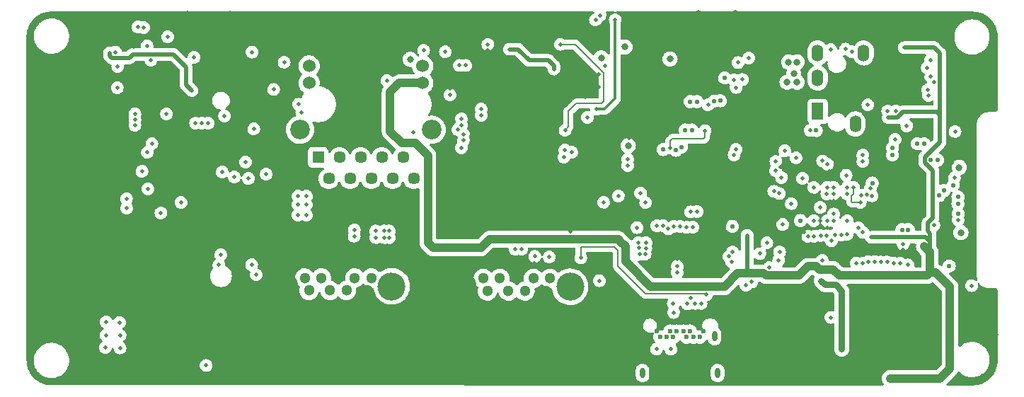
<source format=gbr>
G04 #@! TF.GenerationSoftware,KiCad,Pcbnew,(6.0.7)*
G04 #@! TF.CreationDate,2022-10-31T13:42:49+03:00*
G04 #@! TF.ProjectId,USB_HUB_ADAPTER,5553425f-4855-4425-9f41-444150544552,rev?*
G04 #@! TF.SameCoordinates,Original*
G04 #@! TF.FileFunction,Copper,L5,Inr*
G04 #@! TF.FilePolarity,Positive*
%FSLAX46Y46*%
G04 Gerber Fmt 4.6, Leading zero omitted, Abs format (unit mm)*
G04 Created by KiCad (PCBNEW (6.0.7)) date 2022-10-31 13:42:49*
%MOMM*%
%LPD*%
G01*
G04 APERTURE LIST*
G04 #@! TA.AperFunction,ComponentPad*
%ADD10R,1.400000X2.000000*%
G04 #@! TD*
G04 #@! TA.AperFunction,ComponentPad*
%ADD11O,1.400000X2.000000*%
G04 #@! TD*
G04 #@! TA.AperFunction,ComponentPad*
%ADD12C,3.345000*%
G04 #@! TD*
G04 #@! TA.AperFunction,ComponentPad*
%ADD13C,2.925000*%
G04 #@! TD*
G04 #@! TA.AperFunction,ComponentPad*
%ADD14C,1.300000*%
G04 #@! TD*
G04 #@! TA.AperFunction,ComponentPad*
%ADD15C,0.600000*%
G04 #@! TD*
G04 #@! TA.AperFunction,ComponentPad*
%ADD16O,0.600000X1.200000*%
G04 #@! TD*
G04 #@! TA.AperFunction,ComponentPad*
%ADD17C,3.400000*%
G04 #@! TD*
G04 #@! TA.AperFunction,ComponentPad*
%ADD18C,2.500000*%
G04 #@! TD*
G04 #@! TA.AperFunction,ComponentPad*
%ADD19R,1.446000X1.446000*%
G04 #@! TD*
G04 #@! TA.AperFunction,ComponentPad*
%ADD20C,1.446000*%
G04 #@! TD*
G04 #@! TA.AperFunction,ComponentPad*
%ADD21C,1.530000*%
G04 #@! TD*
G04 #@! TA.AperFunction,ComponentPad*
%ADD22C,2.355000*%
G04 #@! TD*
G04 #@! TA.AperFunction,ViaPad*
%ADD23C,0.500000*%
G04 #@! TD*
G04 #@! TA.AperFunction,ViaPad*
%ADD24C,0.550000*%
G04 #@! TD*
G04 #@! TA.AperFunction,ViaPad*
%ADD25C,0.800000*%
G04 #@! TD*
G04 #@! TA.AperFunction,Conductor*
%ADD26C,0.160000*%
G04 #@! TD*
G04 #@! TA.AperFunction,Conductor*
%ADD27C,1.000000*%
G04 #@! TD*
G04 #@! TA.AperFunction,Conductor*
%ADD28C,0.500000*%
G04 #@! TD*
G04 #@! TA.AperFunction,Conductor*
%ADD29C,0.750000*%
G04 #@! TD*
G04 #@! TA.AperFunction,Conductor*
%ADD30C,0.200000*%
G04 #@! TD*
G04 #@! TA.AperFunction,Conductor*
%ADD31C,0.308000*%
G04 #@! TD*
G04 APERTURE END LIST*
D10*
X191667500Y-86100000D03*
D11*
X196167500Y-87600000D03*
X191667500Y-79100000D03*
X191667500Y-82100000D03*
X197167500Y-79100000D03*
D12*
X140700000Y-107025000D03*
X127900000Y-107025000D03*
D13*
X127900000Y-113625000D03*
X140700000Y-113625000D03*
D14*
X130300000Y-106025000D03*
X132300000Y-106025000D03*
X134300000Y-106025000D03*
X136300000Y-106025000D03*
X138300000Y-106025000D03*
X137800000Y-107525000D03*
X135300000Y-107525000D03*
X133300000Y-107525000D03*
X130800000Y-107525000D03*
D15*
X178000000Y-112400000D03*
X177600000Y-113100000D03*
X176800000Y-113100000D03*
X176400000Y-112400000D03*
X176000000Y-113100000D03*
X175600000Y-112400000D03*
X174800000Y-112400000D03*
X174400000Y-113100000D03*
X174000000Y-112400000D03*
X173600000Y-113100000D03*
X172800000Y-113100000D03*
X172400000Y-112400000D03*
D16*
X171070000Y-112990000D03*
X179330000Y-112990000D03*
X170710000Y-117390000D03*
X179690000Y-117390000D03*
D17*
X189922500Y-108515000D03*
X204422500Y-108515000D03*
D18*
X189922500Y-114515000D03*
X204422500Y-114515000D03*
D19*
X131900000Y-91600000D03*
D20*
X133170000Y-94140000D03*
X134440000Y-91600000D03*
X135710000Y-94140000D03*
X136980000Y-91600000D03*
X138250000Y-94140000D03*
X139520000Y-91600000D03*
X140790000Y-94140000D03*
X142060000Y-91600000D03*
X143330000Y-94140000D03*
D21*
X144415000Y-82700000D03*
X144415000Y-80670000D03*
X130815000Y-82700000D03*
X130815000Y-80670000D03*
D22*
X145490000Y-88300000D03*
X129740000Y-88300000D03*
D14*
X152145000Y-107586000D03*
X154645000Y-107586000D03*
X156645000Y-107586000D03*
X159145000Y-107586000D03*
X159645000Y-106086000D03*
X157645000Y-106086000D03*
X155645000Y-106086000D03*
X153645000Y-106086000D03*
X151645000Y-106086000D03*
D12*
X149245000Y-107086000D03*
D13*
X149245000Y-113686000D03*
X162045000Y-113686000D03*
D12*
X162045000Y-107086000D03*
D23*
X174110000Y-114540000D03*
X177715000Y-109070000D03*
X176965000Y-109070000D03*
D24*
X179810000Y-100550000D03*
D23*
X208100000Y-88500000D03*
X210075000Y-106950000D03*
X155200000Y-86800000D03*
X142030000Y-112100000D03*
X157600000Y-85600000D03*
X103000000Y-106750000D03*
X196725000Y-111575000D03*
X119250000Y-78300000D03*
X167570000Y-111140000D03*
X196835000Y-110215000D03*
X174838749Y-103760000D03*
X109800000Y-78400000D03*
X203600000Y-87600000D03*
X164875000Y-97675000D03*
D25*
X177310000Y-76420000D03*
D23*
X207730000Y-92260000D03*
X155490000Y-98310000D03*
X155950000Y-109950000D03*
X171010000Y-109540000D03*
X202050000Y-97350000D03*
X201750000Y-110540000D03*
X198350000Y-87250000D03*
X157775000Y-104250000D03*
X201850000Y-94350000D03*
X137100000Y-114800000D03*
X97390000Y-112970000D03*
D25*
X179640000Y-75230000D03*
D23*
X165750000Y-103750000D03*
X169876998Y-86032363D03*
X140690000Y-99290000D03*
X149620000Y-110830000D03*
X208740000Y-112010000D03*
X137260000Y-99350000D03*
D25*
X172480000Y-78500000D03*
D23*
X128690000Y-111290000D03*
X122050000Y-118520000D03*
X176475000Y-108450000D03*
X114150000Y-91050000D03*
X157400000Y-78600000D03*
X153540000Y-109700000D03*
X192880000Y-88320000D03*
X199850000Y-83450000D03*
X147700500Y-83362000D03*
X134200000Y-113450000D03*
X173250000Y-109900000D03*
X204000000Y-74500000D03*
X177180000Y-104440000D03*
X155200000Y-88200000D03*
X133150000Y-109800000D03*
X131025000Y-104525000D03*
X119200000Y-79550000D03*
X201889500Y-102650001D03*
X137770000Y-88820000D03*
X212550000Y-111590000D03*
X129754500Y-81690000D03*
X207330000Y-89260000D03*
X154902413Y-80542168D03*
X130050000Y-115810000D03*
X156400000Y-85600000D03*
D25*
X175620000Y-75240000D03*
D23*
X155200000Y-89600000D03*
X195610000Y-82620000D03*
X206419401Y-102673640D03*
X157600000Y-88200000D03*
X193900000Y-83550000D03*
D25*
X161740000Y-79800000D03*
X181780000Y-74399500D03*
D23*
X108100000Y-75350000D03*
X167560000Y-113990000D03*
X121874500Y-91300000D03*
X201100000Y-80900000D03*
X98000000Y-110750000D03*
X168960000Y-118230000D03*
X115150000Y-85950000D03*
X158800000Y-114950000D03*
X157600000Y-86800000D03*
X158800000Y-78800000D03*
X128720000Y-109920000D03*
X106600000Y-86200000D03*
X152500000Y-104375000D03*
X156400000Y-86800000D03*
X167570000Y-108470000D03*
X185130000Y-109480000D03*
X171674500Y-104065500D03*
X139060000Y-109810000D03*
X138300000Y-85350000D03*
X162122411Y-100447945D03*
X178320000Y-113740000D03*
X115730000Y-98980000D03*
X200050000Y-80850000D03*
X156350000Y-113500000D03*
X212170000Y-110580000D03*
X136390000Y-109210000D03*
X189760000Y-112030000D03*
X157600000Y-89600000D03*
X100000000Y-81350000D03*
X165433129Y-83203129D03*
X165490000Y-81660000D03*
X119480000Y-107990000D03*
X202350000Y-80950000D03*
X182780000Y-118160000D03*
X133850000Y-102675000D03*
X156400000Y-88200000D03*
X187185376Y-92752608D03*
X185600000Y-103530000D03*
X141740000Y-109770000D03*
X141886444Y-80736444D03*
X201000000Y-83500000D03*
X139040000Y-112140000D03*
X195950000Y-118450000D03*
X101850000Y-82250000D03*
X146000000Y-80800000D03*
X213030000Y-112860000D03*
X193580000Y-96780000D03*
X102200000Y-104710000D03*
X187960000Y-118100000D03*
X136490000Y-85710000D03*
X204220000Y-112060000D03*
X166500000Y-103250000D03*
X205100000Y-89300000D03*
X101650000Y-81550000D03*
X100450000Y-106800000D03*
X123810000Y-114270000D03*
X188875500Y-96170000D03*
X110160000Y-117220000D03*
X163840000Y-84400000D03*
X154940000Y-110890000D03*
X110850000Y-80850000D03*
D25*
X177390000Y-74399500D03*
D23*
X210030000Y-110950000D03*
X198587029Y-102549500D03*
X201050000Y-94350000D03*
X105550000Y-76700000D03*
X119700000Y-82500000D03*
X191980000Y-99170000D03*
X102510000Y-86190000D03*
D25*
X181830000Y-76430000D03*
D23*
X202350000Y-81750000D03*
X155200000Y-85600000D03*
X169150000Y-89274500D03*
X185120000Y-112860000D03*
X151580000Y-81350000D03*
X182630000Y-84210000D03*
X162820000Y-111090000D03*
X156400000Y-89600000D03*
X163663261Y-81266739D03*
X137050000Y-104625000D03*
X201800000Y-95150000D03*
X110550000Y-81750000D03*
X103740000Y-74380000D03*
X121340000Y-74310000D03*
X116260000Y-74340000D03*
X109480000Y-74560000D03*
X138400000Y-80550000D03*
X152200000Y-78800000D03*
X146100000Y-79900000D03*
X193060000Y-93230000D03*
X145760000Y-78040000D03*
X138720000Y-75540000D03*
X141110000Y-75060000D03*
X189988603Y-100558671D03*
X168210000Y-97950000D03*
X192850000Y-100040000D03*
X185090000Y-94910000D03*
X191500000Y-104525000D03*
X206300000Y-88000000D03*
X140125000Y-82400000D03*
X166050000Y-96965500D03*
X181906741Y-83234131D03*
X200100000Y-86850000D03*
X204450000Y-102275000D03*
X106950000Y-79100000D03*
X200925000Y-89450000D03*
X162240000Y-91000000D03*
X187731487Y-90813737D03*
X169190000Y-104440500D03*
X116800000Y-83600000D03*
X191990000Y-97580000D03*
X200350000Y-118050000D03*
X190756871Y-88368129D03*
X164100000Y-86825000D03*
X183225500Y-100928000D03*
X193574022Y-95963382D03*
X202007439Y-78483951D03*
X124000000Y-79000000D03*
X189850000Y-94125000D03*
X198100000Y-101175000D03*
X118500000Y-116500000D03*
X106512500Y-112887500D03*
X187102348Y-102901563D03*
X187490000Y-99632500D03*
X108212500Y-112887500D03*
X193250000Y-110750000D03*
X108150000Y-111350000D03*
X108200000Y-114400000D03*
X120700000Y-86650000D03*
X106550000Y-111300000D03*
X120425000Y-93349390D03*
X106450000Y-114350000D03*
X121875000Y-93950000D03*
X125690000Y-93610000D03*
X113750000Y-86400000D03*
X170050000Y-100000000D03*
D25*
X165775000Y-79700000D03*
D23*
X173797361Y-100147498D03*
D25*
X142925000Y-79875000D03*
D23*
X181650000Y-82320000D03*
X178550000Y-85300000D03*
D25*
X173999501Y-79827535D03*
D23*
X178200000Y-88400000D03*
X174042535Y-90476858D03*
X176000000Y-99966672D03*
X174849431Y-104625000D03*
X176750000Y-99966672D03*
X174849431Y-105375000D03*
X181890500Y-90654173D03*
X181668685Y-91317573D03*
X175280000Y-98120000D03*
X175250000Y-96950000D03*
X175350000Y-93480000D03*
X195177327Y-100816811D03*
X195200000Y-99175000D03*
X193587500Y-99180000D03*
X195200000Y-95175000D03*
X192787500Y-95180000D03*
X193587500Y-95180000D03*
X196770000Y-97010000D03*
X195970000Y-95180000D03*
X191190000Y-95190000D03*
X192787500Y-99180000D03*
X191187500Y-99180000D03*
X192764612Y-95976251D03*
X193300000Y-101591000D03*
X192084404Y-106379500D03*
X193587500Y-98380000D03*
X194550000Y-114550000D03*
X160891569Y-78079500D03*
X161450000Y-88350000D03*
X178350000Y-108024500D03*
X163318791Y-103630050D03*
X167450000Y-75160500D03*
X165220000Y-85840000D03*
D24*
X180531167Y-82093833D03*
X173190000Y-90660000D03*
D23*
X166270000Y-80649500D03*
X154784500Y-78662500D03*
X160102234Y-81033057D03*
X130500000Y-97250000D03*
X130500000Y-98500000D03*
X118000000Y-87500000D03*
X130500000Y-96250000D03*
X129500000Y-97250000D03*
X129500000Y-96250000D03*
X118750000Y-87500000D03*
X117250000Y-87500000D03*
X129500000Y-98500000D03*
X127835250Y-80200000D03*
X129950000Y-86200000D03*
X129550000Y-85250000D03*
X126575000Y-83475000D03*
X173175000Y-99785587D03*
X155475000Y-102598579D03*
X172425000Y-99785587D03*
X156225000Y-102598579D03*
X175187500Y-99865498D03*
X159550000Y-103525000D03*
X157825000Y-103450000D03*
X174437500Y-99865498D03*
X176050000Y-109125000D03*
X174399414Y-109099414D03*
X172375000Y-114550000D03*
D24*
X179270501Y-84875000D03*
X180018475Y-84827154D03*
D23*
X136224502Y-100275000D03*
X136224502Y-101025000D03*
X197030000Y-104243189D03*
X191245275Y-101040944D03*
X190495275Y-101040944D03*
X196280000Y-104243189D03*
X198484111Y-104070613D03*
X192762500Y-100949825D03*
X197734111Y-104070613D03*
X192012500Y-100949825D03*
X200030000Y-104126190D03*
X194480172Y-100874071D03*
X193730172Y-100874071D03*
X199280000Y-104126190D03*
X196554883Y-100034834D03*
X201530000Y-104255713D03*
X197085215Y-100565166D03*
X200780000Y-104255713D03*
X149275000Y-88825000D03*
X149275000Y-89575000D03*
X149050000Y-86975000D03*
X149050000Y-87725000D03*
X151400500Y-85825000D03*
X151400500Y-86575000D03*
X149550000Y-80600000D03*
X148800000Y-80600000D03*
X171025000Y-103175000D03*
X171125000Y-101800000D03*
X170200000Y-101800000D03*
X170330000Y-102400000D03*
X170400000Y-103200000D03*
X171100000Y-102500000D03*
X140400000Y-101200000D03*
X139800000Y-100400000D03*
X138800000Y-100400000D03*
X140400000Y-100400000D03*
D25*
X208600000Y-92800000D03*
X188800000Y-81600000D03*
X189200000Y-80200000D03*
X188000000Y-82600000D03*
D24*
X207410000Y-104600000D03*
D25*
X189200000Y-82600000D03*
X208800000Y-100600000D03*
D23*
X138800000Y-101200000D03*
X139800000Y-101200000D03*
D25*
X188200000Y-80200000D03*
D23*
X192220000Y-103920000D03*
X185891054Y-104800500D03*
X187010000Y-103900500D03*
X202490000Y-104470000D03*
D24*
X189600000Y-99160000D03*
D23*
X198180000Y-96200000D03*
D24*
X205215654Y-91918211D03*
X206015654Y-91918211D03*
X206192157Y-96157843D03*
X206757843Y-95592157D03*
X202505500Y-100250000D03*
X208483081Y-98350000D03*
X201755997Y-100250000D03*
X207875000Y-94925000D03*
X203575000Y-89975000D03*
X175350000Y-90350000D03*
X204375000Y-89975000D03*
X174714589Y-90747500D03*
X200609340Y-91284526D03*
X176425000Y-84925722D03*
X177225000Y-84925722D03*
X200609340Y-90484526D03*
D23*
X112010500Y-89975000D03*
X111475000Y-91000000D03*
X110825000Y-93250000D03*
X111527084Y-95364973D03*
X108975000Y-96550000D03*
X109000000Y-97675000D03*
X110325500Y-76000000D03*
X165617833Y-74637501D03*
X168925000Y-91825000D03*
X165087501Y-75167833D03*
X111021179Y-76073031D03*
X168925000Y-92575000D03*
X111424501Y-78250000D03*
X111900000Y-79978466D03*
X124200000Y-88200000D03*
X113900000Y-77190500D03*
X123210500Y-92175000D03*
X117050000Y-79625000D03*
X123570500Y-94124502D03*
X109985500Y-87774006D03*
X123945500Y-104450000D03*
X124475000Y-105625000D03*
X109985500Y-87074503D03*
X109985500Y-86375000D03*
X107875000Y-83275000D03*
X174420000Y-110160000D03*
X208023892Y-94048187D03*
X183775000Y-106506272D03*
X177250000Y-98075000D03*
X208458081Y-99075000D03*
X183100000Y-106900000D03*
X176450000Y-98125000D03*
X144525000Y-78779500D03*
X187079248Y-95920376D03*
X152215500Y-78079500D03*
X186669113Y-92081362D03*
X186632291Y-93180862D03*
X147675000Y-84125000D03*
X147125000Y-78975000D03*
X186424414Y-95674414D03*
D24*
X191481028Y-88390500D03*
X181460000Y-99850000D03*
X176608025Y-88323843D03*
X208446449Y-96350000D03*
X208446449Y-97150000D03*
X175829591Y-88329591D03*
D23*
X149032343Y-90450000D03*
X143300500Y-88600000D03*
X161415500Y-90746770D03*
X161301056Y-91576056D03*
X148626071Y-88281407D03*
X170480000Y-95860000D03*
X167817000Y-96230000D03*
X113100000Y-98250000D03*
X120025000Y-104475000D03*
X120250000Y-103250000D03*
X115500000Y-97000000D03*
X189075212Y-91673101D03*
X195074510Y-93738370D03*
D25*
X168600000Y-78400000D03*
X169000000Y-90200000D03*
D23*
X107925000Y-80725000D03*
X107660500Y-79000000D03*
X200050000Y-86062000D03*
X197675000Y-85325000D03*
X195775000Y-78975000D03*
X193250000Y-78725000D03*
X195190000Y-95980000D03*
X201901345Y-101950599D03*
X165550000Y-106350500D03*
X171080000Y-97010000D03*
X195000000Y-78650000D03*
X205564287Y-99725713D03*
X188511294Y-97130732D03*
X187350500Y-94010905D03*
X201030500Y-86062000D03*
X204775000Y-80875000D03*
X181053024Y-103463065D03*
X181356871Y-104093129D03*
X205160500Y-79975000D03*
X181500000Y-102925000D03*
X205200000Y-81950000D03*
X205575000Y-82575000D03*
X184750000Y-103125000D03*
X183425000Y-79725000D03*
X182665500Y-82283534D03*
X204850000Y-83500000D03*
X182136000Y-80265500D03*
X204930180Y-84194892D03*
X185589500Y-101825000D03*
X202330000Y-87840000D03*
X196854333Y-96149953D03*
X197550125Y-96042514D03*
X197963065Y-95333153D03*
D24*
X198200000Y-94675000D03*
D23*
X192850862Y-92403913D03*
X192260000Y-92029500D03*
X197073198Y-92063544D03*
X197073198Y-91313544D03*
D26*
X195690000Y-96229534D02*
X195970000Y-95949534D01*
X195690000Y-96920000D02*
X195690000Y-96229534D01*
X195970000Y-95949534D02*
X195970000Y-95180000D01*
X195780000Y-97010000D02*
X195690000Y-96920000D01*
X196770000Y-97010000D02*
X195780000Y-97010000D01*
D27*
X205125000Y-105400000D02*
X205125000Y-102950000D01*
D28*
X204864287Y-99435763D02*
X205450000Y-98850050D01*
D27*
X207150000Y-117200000D02*
X206300000Y-118050000D01*
D28*
X204490654Y-91584346D02*
X204775000Y-91300000D01*
D27*
X144415000Y-82700000D02*
X141625000Y-82700000D01*
X206900000Y-106500000D02*
X207500000Y-107100000D01*
D28*
X183225000Y-105400000D02*
X183300000Y-105475000D01*
X109721534Y-79278466D02*
X109300000Y-79700000D01*
D27*
X140525000Y-88500000D02*
X141900000Y-89875000D01*
X167800000Y-101400000D02*
X168025000Y-101625000D01*
X152400000Y-101400000D02*
X167800000Y-101400000D01*
X189399500Y-105750500D02*
X185497551Y-105750500D01*
X206300000Y-118050000D02*
X200350000Y-118050000D01*
D28*
X107200000Y-79700000D02*
X106950000Y-79450000D01*
D27*
X190500000Y-104650000D02*
X189399500Y-105750500D01*
D28*
X206300000Y-89050000D02*
X206300000Y-86550000D01*
X106950000Y-79450000D02*
X106950000Y-79100000D01*
D26*
X191500000Y-104650000D02*
X191500000Y-104525000D01*
D27*
X191500000Y-104650000D02*
X190500000Y-104650000D01*
X168987500Y-104387500D02*
X171675000Y-107075000D01*
D28*
X116100000Y-80800000D02*
X114578466Y-79278466D01*
D27*
X193500000Y-105000000D02*
X194250500Y-105750500D01*
X168650000Y-102250000D02*
X168650000Y-104050000D01*
X145025000Y-101800000D02*
X145650000Y-102425000D01*
D28*
X116800000Y-83600000D02*
X116100000Y-82900000D01*
X183225500Y-100928000D02*
X183225000Y-100928500D01*
X206300000Y-89775000D02*
X206300000Y-89050000D01*
D27*
X205125000Y-102950000D02*
X204450000Y-102275000D01*
D28*
X206300000Y-88600000D02*
X206300000Y-79150000D01*
X205125000Y-101675000D02*
X205125000Y-102950000D01*
D27*
X140525000Y-83800000D02*
X140525000Y-88500000D01*
X143525000Y-89875000D02*
X145025000Y-91375000D01*
X207500000Y-107100000D02*
X207500000Y-113100000D01*
X180500000Y-107075000D02*
X182100000Y-105475000D01*
D28*
X205633951Y-78483951D02*
X202007439Y-78483951D01*
D27*
X204774500Y-105750500D02*
X205125000Y-105400000D01*
X141625000Y-82700000D02*
X140525000Y-83800000D01*
X205800000Y-105400000D02*
X206900000Y-106500000D01*
D28*
X205925000Y-86175000D02*
X201907450Y-86175000D01*
D27*
X185222051Y-105475000D02*
X183300000Y-105475000D01*
D28*
X206300000Y-89050000D02*
X206300000Y-88600000D01*
D27*
X151375000Y-102425000D02*
X152400000Y-101400000D01*
X205125000Y-105400000D02*
X205800000Y-105400000D01*
D28*
X198100000Y-101175000D02*
X204625000Y-101175000D01*
D27*
X207500000Y-113100000D02*
X207500000Y-116850000D01*
D28*
X183225000Y-100928500D02*
X183225000Y-105400000D01*
D27*
X168650000Y-104050000D02*
X168987500Y-104387500D01*
X191850000Y-105000000D02*
X193500000Y-105000000D01*
X168025000Y-101625000D02*
X168650000Y-102250000D01*
D28*
X205125000Y-100675000D02*
X204864287Y-100414287D01*
X109300000Y-79700000D02*
X107200000Y-79700000D01*
X205125000Y-102950000D02*
X205125000Y-100675000D01*
D27*
X145025000Y-91375000D02*
X145025000Y-101800000D01*
D28*
X114578466Y-79278466D02*
X109721534Y-79278466D01*
D27*
X194250500Y-105750500D02*
X204774500Y-105750500D01*
D28*
X204864287Y-100414287D02*
X204864287Y-99435763D01*
X205450000Y-98850050D02*
X205450000Y-93177862D01*
X201907450Y-86175000D02*
X201232450Y-86850000D01*
X206300000Y-79150000D02*
X205633951Y-78483951D01*
D27*
X141900000Y-89875000D02*
X143525000Y-89875000D01*
X207500000Y-116850000D02*
X207150000Y-117200000D01*
X171675000Y-107075000D02*
X178100000Y-107075000D01*
D28*
X206300000Y-86550000D02*
X205925000Y-86175000D01*
X206300000Y-88600000D02*
X206300000Y-88000000D01*
D27*
X185497551Y-105750500D02*
X185222051Y-105475000D01*
D28*
X204625000Y-101175000D02*
X205125000Y-101675000D01*
D27*
X182100000Y-105475000D02*
X183300000Y-105475000D01*
X145650000Y-102425000D02*
X151375000Y-102425000D01*
D28*
X205450000Y-93177862D02*
X204490654Y-92218516D01*
X201232450Y-86850000D02*
X200100000Y-86850000D01*
D27*
X191500000Y-104650000D02*
X191850000Y-105000000D01*
X178100000Y-107075000D02*
X180500000Y-107075000D01*
D28*
X116100000Y-82900000D02*
X116100000Y-80800000D01*
X204490654Y-91584346D02*
X206300000Y-89775000D01*
X204490654Y-92218516D02*
X204490654Y-91584346D01*
D26*
X174042535Y-89607465D02*
X174275000Y-89375000D01*
X178000000Y-89375000D02*
X178200000Y-89175000D01*
X174042535Y-90476858D02*
X174042535Y-89607465D01*
X178200000Y-89175000D02*
X178200000Y-88400000D01*
X174275000Y-89375000D02*
X178000000Y-89375000D01*
D29*
X194550000Y-107600000D02*
X194550000Y-114550000D01*
X192084404Y-106379500D02*
X192554904Y-106850000D01*
X193800000Y-106850000D02*
X194550000Y-107600000D01*
X192554904Y-106850000D02*
X193800000Y-106850000D01*
D26*
X162659034Y-78079500D02*
X166050000Y-81470466D01*
X166050000Y-84900000D02*
X165800000Y-85150000D01*
X166050000Y-81470466D02*
X166050000Y-84900000D01*
X161850000Y-86100000D02*
X161850000Y-87950000D01*
X160891569Y-78079500D02*
X162659034Y-78079500D01*
X162800000Y-85150000D02*
X161850000Y-86100000D01*
X161850000Y-87950000D02*
X161450000Y-88350000D01*
X165800000Y-85150000D02*
X162800000Y-85150000D01*
D30*
X167750000Y-104575000D02*
X171050000Y-107875000D01*
X167325000Y-102300000D02*
X167750000Y-102725000D01*
X163318791Y-102356209D02*
X163375000Y-102300000D01*
X171050000Y-107875000D02*
X178200500Y-107875000D01*
X163375000Y-102300000D02*
X167325000Y-102300000D01*
X178200500Y-107875000D02*
X178350000Y-108024500D01*
X167750000Y-102725000D02*
X167750000Y-104575000D01*
X163318791Y-103630050D02*
X163318791Y-102356209D01*
D31*
X167450000Y-84560000D02*
X167450000Y-75160500D01*
X166170000Y-85840000D02*
X167450000Y-84560000D01*
X165220000Y-85840000D02*
X166170000Y-85840000D01*
D28*
X160102234Y-80652234D02*
X160102234Y-81033057D01*
X157150000Y-80000000D02*
X159450000Y-80000000D01*
X154784500Y-78662500D02*
X155812500Y-78662500D01*
X159450000Y-80000000D02*
X160102234Y-80652234D01*
X155812500Y-78662500D02*
X157150000Y-80000000D01*
G04 #@! TA.AperFunction,Conductor*
G36*
X164873126Y-74178502D02*
G01*
X164919619Y-74232158D01*
X164929723Y-74302432D01*
X164923408Y-74327589D01*
X164904665Y-74379086D01*
X164862573Y-74436255D01*
X164826870Y-74455267D01*
X164812176Y-74460269D01*
X164769176Y-74474907D01*
X164769171Y-74474910D01*
X164762504Y-74477179D01*
X164756506Y-74480869D01*
X164756504Y-74480870D01*
X164623566Y-74562654D01*
X164623564Y-74562656D01*
X164617567Y-74566345D01*
X164495987Y-74685406D01*
X164492176Y-74691320D01*
X164492174Y-74691322D01*
X164466114Y-74731759D01*
X164403805Y-74828443D01*
X164345604Y-74988349D01*
X164324276Y-75157176D01*
X164340882Y-75326532D01*
X164343106Y-75333217D01*
X164343106Y-75333218D01*
X164343633Y-75334801D01*
X164394595Y-75488000D01*
X164398242Y-75494022D01*
X164398243Y-75494024D01*
X164461765Y-75598910D01*
X164482747Y-75633556D01*
X164600956Y-75755965D01*
X164743347Y-75849143D01*
X164749951Y-75851599D01*
X164749953Y-75851600D01*
X164786345Y-75865134D01*
X164902842Y-75908459D01*
X165071516Y-75930965D01*
X165078527Y-75930327D01*
X165078531Y-75930327D01*
X165233963Y-75916181D01*
X165240984Y-75915542D01*
X165247686Y-75913364D01*
X165247688Y-75913364D01*
X165396124Y-75865134D01*
X165396127Y-75865133D01*
X165402823Y-75862957D01*
X165548991Y-75775823D01*
X165554085Y-75770972D01*
X165554089Y-75770969D01*
X165657161Y-75672814D01*
X165672222Y-75658472D01*
X165766392Y-75516735D01*
X165801259Y-75424949D01*
X165844147Y-75368372D01*
X165880109Y-75349861D01*
X165926459Y-75334801D01*
X165926461Y-75334800D01*
X165933155Y-75332625D01*
X166079323Y-75245491D01*
X166084417Y-75240640D01*
X166084421Y-75240637D01*
X166166620Y-75162359D01*
X166202554Y-75128140D01*
X166217180Y-75106127D01*
X166262747Y-75037542D01*
X166296724Y-74986403D01*
X166357152Y-74827326D01*
X166380834Y-74658814D01*
X166381132Y-74637501D01*
X166362164Y-74468393D01*
X166312555Y-74325936D01*
X166309041Y-74255028D01*
X166344422Y-74193476D01*
X166407464Y-74160823D01*
X166431546Y-74158500D01*
X167322370Y-74158500D01*
X167390491Y-74178502D01*
X167436984Y-74232158D01*
X167447088Y-74302432D01*
X167417594Y-74367012D01*
X167357868Y-74405396D01*
X167335540Y-74409810D01*
X167293101Y-74414270D01*
X167293097Y-74414271D01*
X167286093Y-74415007D01*
X167279422Y-74417278D01*
X167131673Y-74467575D01*
X167131670Y-74467576D01*
X167125003Y-74469846D01*
X167119005Y-74473536D01*
X167119003Y-74473537D01*
X166986065Y-74555321D01*
X166986063Y-74555323D01*
X166980066Y-74559012D01*
X166858486Y-74678073D01*
X166854675Y-74683987D01*
X166854673Y-74683989D01*
X166822453Y-74733984D01*
X166766304Y-74821110D01*
X166708103Y-74981016D01*
X166686775Y-75149843D01*
X166703381Y-75319199D01*
X166705605Y-75325884D01*
X166705605Y-75325885D01*
X166725143Y-75384617D01*
X166757094Y-75480667D01*
X166760744Y-75486694D01*
X166760745Y-75486696D01*
X166769276Y-75500783D01*
X166787500Y-75566054D01*
X166787500Y-79166464D01*
X166767498Y-79234585D01*
X166713842Y-79281078D01*
X166643568Y-79291182D01*
X166578988Y-79261688D01*
X166552381Y-79229464D01*
X166517342Y-79168774D01*
X166517339Y-79168769D01*
X166514040Y-79163056D01*
X166505015Y-79153032D01*
X166390675Y-79026045D01*
X166390674Y-79026044D01*
X166386253Y-79021134D01*
X166262158Y-78930973D01*
X166237094Y-78912763D01*
X166237093Y-78912762D01*
X166231752Y-78908882D01*
X166225724Y-78906198D01*
X166225722Y-78906197D01*
X166063319Y-78833891D01*
X166063318Y-78833891D01*
X166057288Y-78831206D01*
X165958162Y-78810136D01*
X165876944Y-78792872D01*
X165876939Y-78792872D01*
X165870487Y-78791500D01*
X165679513Y-78791500D01*
X165673061Y-78792872D01*
X165673056Y-78792872D01*
X165591838Y-78810136D01*
X165492712Y-78831206D01*
X165486682Y-78833891D01*
X165486681Y-78833891D01*
X165324278Y-78906197D01*
X165324276Y-78906198D01*
X165318248Y-78908882D01*
X165312907Y-78912762D01*
X165312906Y-78912763D01*
X165287842Y-78930973D01*
X165163747Y-79021134D01*
X165159326Y-79026044D01*
X165159325Y-79026045D01*
X165044986Y-79153032D01*
X165035960Y-79163056D01*
X164949285Y-79313181D01*
X164897905Y-79362172D01*
X164828191Y-79375608D01*
X164762280Y-79349222D01*
X164751073Y-79339274D01*
X163108281Y-77696482D01*
X163097414Y-77684091D01*
X163083783Y-77666327D01*
X163078757Y-77659777D01*
X162955823Y-77565446D01*
X162892956Y-77539406D01*
X162812664Y-77506147D01*
X162804477Y-77505069D01*
X162804476Y-77505069D01*
X162667223Y-77487000D01*
X162659034Y-77485922D01*
X162628650Y-77489922D01*
X162612204Y-77491000D01*
X161416495Y-77491000D01*
X161348981Y-77471385D01*
X161232131Y-77397229D01*
X161232127Y-77397227D01*
X161226177Y-77393451D01*
X161065869Y-77336368D01*
X160896898Y-77316220D01*
X160889895Y-77316956D01*
X160889894Y-77316956D01*
X160734670Y-77333270D01*
X160734666Y-77333271D01*
X160727662Y-77334007D01*
X160720991Y-77336278D01*
X160573242Y-77386575D01*
X160573239Y-77386576D01*
X160566572Y-77388846D01*
X160560574Y-77392536D01*
X160560572Y-77392537D01*
X160427634Y-77474321D01*
X160427632Y-77474323D01*
X160421635Y-77478012D01*
X160389679Y-77509306D01*
X160310123Y-77587214D01*
X160300055Y-77597073D01*
X160296244Y-77602987D01*
X160296242Y-77602989D01*
X160214426Y-77729942D01*
X160207873Y-77740110D01*
X160149672Y-77900016D01*
X160128344Y-78068843D01*
X160144950Y-78238199D01*
X160147174Y-78244884D01*
X160147174Y-78244885D01*
X160167298Y-78305379D01*
X160198663Y-78399667D01*
X160202310Y-78405689D01*
X160202311Y-78405691D01*
X160282765Y-78538535D01*
X160286815Y-78545223D01*
X160405024Y-78667632D01*
X160467517Y-78708526D01*
X160538060Y-78754688D01*
X160547415Y-78760810D01*
X160554019Y-78763266D01*
X160554021Y-78763267D01*
X160608321Y-78783461D01*
X160706910Y-78820126D01*
X160875584Y-78842632D01*
X160882595Y-78841994D01*
X160882599Y-78841994D01*
X161038031Y-78827848D01*
X161045052Y-78827209D01*
X161051754Y-78825031D01*
X161051756Y-78825031D01*
X161200192Y-78776801D01*
X161200195Y-78776800D01*
X161206891Y-78774624D01*
X161353059Y-78687490D01*
X161354307Y-78689584D01*
X161410024Y-78668383D01*
X161419842Y-78668000D01*
X162363079Y-78668000D01*
X162431200Y-78688002D01*
X162452174Y-78704905D01*
X165424595Y-81677326D01*
X165458621Y-81739638D01*
X165461500Y-81766421D01*
X165461500Y-84435500D01*
X165441498Y-84503621D01*
X165387842Y-84550114D01*
X165335500Y-84561500D01*
X162846830Y-84561500D01*
X162830384Y-84560422D01*
X162822211Y-84559346D01*
X162800000Y-84556422D01*
X162723185Y-84566535D01*
X162657773Y-84575146D01*
X162646371Y-84576647D01*
X162574791Y-84606297D01*
X162503211Y-84635946D01*
X162380277Y-84730277D01*
X162375251Y-84736827D01*
X162361620Y-84754591D01*
X162350753Y-84766983D01*
X161466978Y-85650757D01*
X161454594Y-85661618D01*
X161430277Y-85680277D01*
X161335946Y-85803211D01*
X161315598Y-85852336D01*
X161276647Y-85946370D01*
X161275569Y-85954557D01*
X161275569Y-85954558D01*
X161260015Y-86072709D01*
X161256422Y-86100000D01*
X161260231Y-86128933D01*
X161260422Y-86130384D01*
X161261500Y-86146830D01*
X161261500Y-87522672D01*
X161241498Y-87590793D01*
X161187842Y-87637286D01*
X161176104Y-87641950D01*
X161131675Y-87657074D01*
X161131670Y-87657076D01*
X161125003Y-87659346D01*
X161119005Y-87663036D01*
X161119003Y-87663037D01*
X160986065Y-87744821D01*
X160986063Y-87744823D01*
X160980066Y-87748512D01*
X160909510Y-87817607D01*
X160871645Y-87854687D01*
X160858486Y-87867573D01*
X160854675Y-87873487D01*
X160854673Y-87873489D01*
X160775491Y-87996355D01*
X160766304Y-88010610D01*
X160743268Y-88073902D01*
X160715876Y-88149161D01*
X160708103Y-88170516D01*
X160686775Y-88339343D01*
X160703381Y-88508699D01*
X160705605Y-88515384D01*
X160705605Y-88515385D01*
X160713590Y-88539388D01*
X160757094Y-88670167D01*
X160760741Y-88676189D01*
X160760742Y-88676191D01*
X160840563Y-88807990D01*
X160845246Y-88815723D01*
X160963455Y-88938132D01*
X161026811Y-88979591D01*
X161097035Y-89025544D01*
X161105846Y-89031310D01*
X161112450Y-89033766D01*
X161112452Y-89033767D01*
X161144219Y-89045581D01*
X161265341Y-89090626D01*
X161434015Y-89113132D01*
X161441026Y-89112494D01*
X161441030Y-89112494D01*
X161596462Y-89098348D01*
X161603483Y-89097709D01*
X161610185Y-89095531D01*
X161610187Y-89095531D01*
X161758623Y-89047301D01*
X161758626Y-89047300D01*
X161765322Y-89045124D01*
X161911490Y-88957990D01*
X161916584Y-88953139D01*
X161916588Y-88953136D01*
X161999948Y-88873753D01*
X162034721Y-88840639D01*
X162039231Y-88833852D01*
X162093728Y-88751827D01*
X162128891Y-88698902D01*
X162189319Y-88539825D01*
X162199221Y-88469363D01*
X162228508Y-88404689D01*
X162247287Y-88386939D01*
X162269723Y-88369723D01*
X162364054Y-88246789D01*
X162412575Y-88129648D01*
X162423352Y-88103630D01*
X162443578Y-87950000D01*
X162439578Y-87919617D01*
X162438500Y-87903171D01*
X162438500Y-86395956D01*
X162458502Y-86327835D01*
X162475404Y-86306861D01*
X163006859Y-85775405D01*
X163069172Y-85741380D01*
X163095955Y-85738500D01*
X164333618Y-85738500D01*
X164401739Y-85758502D01*
X164448232Y-85812158D01*
X164459017Y-85852203D01*
X164462674Y-85889506D01*
X164469658Y-85960735D01*
X164456398Y-86030483D01*
X164407535Y-86081989D01*
X164338583Y-86098902D01*
X164301995Y-86091730D01*
X164274300Y-86081868D01*
X164105329Y-86061720D01*
X164098326Y-86062456D01*
X164098325Y-86062456D01*
X163943101Y-86078770D01*
X163943097Y-86078771D01*
X163936093Y-86079507D01*
X163929422Y-86081778D01*
X163781673Y-86132075D01*
X163781670Y-86132076D01*
X163775003Y-86134346D01*
X163769005Y-86138036D01*
X163769003Y-86138037D01*
X163636065Y-86219821D01*
X163636063Y-86219823D01*
X163630066Y-86223512D01*
X163560640Y-86291500D01*
X163516671Y-86334558D01*
X163508486Y-86342573D01*
X163504675Y-86348487D01*
X163504673Y-86348489D01*
X163423633Y-86474238D01*
X163416304Y-86485610D01*
X163392436Y-86551188D01*
X163371071Y-86609888D01*
X163358103Y-86645516D01*
X163336775Y-86814343D01*
X163353381Y-86983699D01*
X163355605Y-86990384D01*
X163355605Y-86990385D01*
X163361697Y-87008699D01*
X163407094Y-87145167D01*
X163410741Y-87151189D01*
X163410742Y-87151191D01*
X163486825Y-87276818D01*
X163495246Y-87290723D01*
X163613455Y-87413132D01*
X163646286Y-87434616D01*
X163744168Y-87498668D01*
X163755846Y-87506310D01*
X163762450Y-87508766D01*
X163762452Y-87508767D01*
X163826069Y-87532426D01*
X163915341Y-87565626D01*
X164084015Y-87588132D01*
X164091026Y-87587494D01*
X164091030Y-87587494D01*
X164246462Y-87573348D01*
X164253483Y-87572709D01*
X164260185Y-87570531D01*
X164260187Y-87570531D01*
X164408623Y-87522301D01*
X164408626Y-87522300D01*
X164415322Y-87520124D01*
X164561490Y-87432990D01*
X164566584Y-87428139D01*
X164566588Y-87428136D01*
X164651459Y-87347314D01*
X164684721Y-87315639D01*
X164693012Y-87303161D01*
X164752455Y-87213691D01*
X164778891Y-87173902D01*
X164839319Y-87014825D01*
X164840397Y-87007158D01*
X164845595Y-86970167D01*
X164863001Y-86846313D01*
X164863118Y-86837964D01*
X164863244Y-86828961D01*
X164863244Y-86828955D01*
X164863299Y-86825000D01*
X164850036Y-86706754D01*
X164862320Y-86636828D01*
X164910459Y-86584644D01*
X164979169Y-86566770D01*
X165019165Y-86574610D01*
X165035341Y-86580626D01*
X165204015Y-86603132D01*
X165211026Y-86602494D01*
X165211030Y-86602494D01*
X165366462Y-86588348D01*
X165373483Y-86587709D01*
X165380185Y-86585531D01*
X165380187Y-86585531D01*
X165528623Y-86537301D01*
X165528626Y-86537300D01*
X165535322Y-86535124D01*
X165560238Y-86520271D01*
X165624756Y-86502500D01*
X166142674Y-86502500D01*
X166151244Y-86502792D01*
X166197353Y-86505936D01*
X166197357Y-86505936D01*
X166204928Y-86506452D01*
X166212404Y-86505147D01*
X166212407Y-86505147D01*
X166263589Y-86496214D01*
X166270114Y-86495251D01*
X166321647Y-86489015D01*
X166321650Y-86489014D01*
X166329189Y-86488102D01*
X166336293Y-86485418D01*
X166343103Y-86483745D01*
X166348658Y-86482225D01*
X166355401Y-86480189D01*
X166362890Y-86478882D01*
X166417386Y-86454960D01*
X166423490Y-86452469D01*
X166479188Y-86431422D01*
X166485450Y-86427118D01*
X166491688Y-86423857D01*
X166496706Y-86421063D01*
X166502756Y-86417486D01*
X166509717Y-86414430D01*
X166515744Y-86409805D01*
X166515748Y-86409803D01*
X166556948Y-86378189D01*
X166562286Y-86374311D01*
X166605075Y-86344904D01*
X166605081Y-86344898D01*
X166611337Y-86340599D01*
X166616386Y-86334932D01*
X166616393Y-86334926D01*
X166649948Y-86297264D01*
X166654929Y-86291988D01*
X167899137Y-85047780D01*
X167905403Y-85041926D01*
X167940223Y-85011551D01*
X167945950Y-85006555D01*
X167980169Y-84957866D01*
X167984102Y-84952569D01*
X168013785Y-84914713D01*
X175636619Y-84914713D01*
X175653772Y-85089652D01*
X175655996Y-85096337D01*
X175655996Y-85096338D01*
X175662445Y-85115723D01*
X175709256Y-85256442D01*
X175712903Y-85262464D01*
X175712904Y-85262466D01*
X175789052Y-85388201D01*
X175800313Y-85406796D01*
X175805202Y-85411859D01*
X175805203Y-85411860D01*
X175825231Y-85432599D01*
X175922418Y-85533239D01*
X176069502Y-85629488D01*
X176076106Y-85631944D01*
X176227653Y-85688304D01*
X176227655Y-85688305D01*
X176234255Y-85690759D01*
X176241236Y-85691690D01*
X176241238Y-85691691D01*
X176401507Y-85713076D01*
X176401511Y-85713076D01*
X176408488Y-85714007D01*
X176415499Y-85713369D01*
X176415503Y-85713369D01*
X176576520Y-85698715D01*
X176583541Y-85698076D01*
X176590243Y-85695898D01*
X176590245Y-85695898D01*
X176744016Y-85645935D01*
X176744019Y-85645934D01*
X176750715Y-85643758D01*
X176756766Y-85640151D01*
X176759457Y-85638547D01*
X176761412Y-85638044D01*
X176763184Y-85637240D01*
X176763325Y-85637551D01*
X176828212Y-85620846D01*
X176868847Y-85631249D01*
X176869502Y-85629488D01*
X177027653Y-85688304D01*
X177027655Y-85688305D01*
X177034255Y-85690759D01*
X177041236Y-85691690D01*
X177041238Y-85691691D01*
X177201507Y-85713076D01*
X177201511Y-85713076D01*
X177208488Y-85714007D01*
X177215499Y-85713369D01*
X177215503Y-85713369D01*
X177376520Y-85698715D01*
X177383541Y-85698076D01*
X177390243Y-85695898D01*
X177390245Y-85695898D01*
X177544016Y-85645935D01*
X177544019Y-85645934D01*
X177550715Y-85643758D01*
X177679952Y-85566717D01*
X177748707Y-85549017D01*
X177816117Y-85571299D01*
X177857006Y-85619903D01*
X177857094Y-85620167D01*
X177904664Y-85698715D01*
X177940873Y-85758502D01*
X177945246Y-85765723D01*
X178063455Y-85888132D01*
X178124588Y-85928136D01*
X178185094Y-85967730D01*
X178205846Y-85981310D01*
X178212450Y-85983766D01*
X178212452Y-85983767D01*
X178276965Y-86007759D01*
X178365341Y-86040626D01*
X178534015Y-86063132D01*
X178541026Y-86062494D01*
X178541030Y-86062494D01*
X178696462Y-86048348D01*
X178703483Y-86047709D01*
X178710185Y-86045531D01*
X178710187Y-86045531D01*
X178858623Y-85997301D01*
X178858626Y-85997300D01*
X178865322Y-85995124D01*
X179011490Y-85907990D01*
X179016584Y-85903139D01*
X179016588Y-85903136D01*
X179129621Y-85795496D01*
X179129622Y-85795494D01*
X179134721Y-85790639D01*
X179138888Y-85784368D01*
X179183698Y-85716923D01*
X179238056Y-85671253D01*
X179277226Y-85661170D01*
X179429042Y-85647354D01*
X179435744Y-85645176D01*
X179435746Y-85645176D01*
X179589517Y-85595213D01*
X179589520Y-85595212D01*
X179596216Y-85593036D01*
X179602267Y-85589429D01*
X179602271Y-85589427D01*
X179634179Y-85570406D01*
X179702933Y-85552705D01*
X179742613Y-85560536D01*
X179827730Y-85592191D01*
X179887357Y-85600147D01*
X179994982Y-85614508D01*
X179994986Y-85614508D01*
X180001963Y-85615439D01*
X180008974Y-85614801D01*
X180008978Y-85614801D01*
X180169995Y-85600147D01*
X180177016Y-85599508D01*
X180183718Y-85597330D01*
X180183720Y-85597330D01*
X180337491Y-85547367D01*
X180337494Y-85547366D01*
X180344190Y-85545190D01*
X180495176Y-85455184D01*
X180500270Y-85450333D01*
X180500274Y-85450330D01*
X180574414Y-85379727D01*
X180622469Y-85333965D01*
X180719742Y-85187557D01*
X180766716Y-85063897D01*
X180779662Y-85029818D01*
X180779663Y-85029816D01*
X180782162Y-85023236D01*
X180784199Y-85008745D01*
X180806075Y-84853092D01*
X180806075Y-84853086D01*
X180806626Y-84849169D01*
X180806787Y-84837648D01*
X180806878Y-84831116D01*
X180806878Y-84831112D01*
X180806933Y-84827154D01*
X180787339Y-84652472D01*
X180783947Y-84642730D01*
X180739487Y-84515059D01*
X180729532Y-84486473D01*
X180636384Y-84337405D01*
X180597223Y-84297969D01*
X180553249Y-84253687D01*
X180512526Y-84212679D01*
X180505138Y-84207990D01*
X180445470Y-84170124D01*
X180364112Y-84118493D01*
X180307432Y-84098310D01*
X180205154Y-84061890D01*
X180205152Y-84061889D01*
X180198520Y-84059528D01*
X180191532Y-84058695D01*
X180191529Y-84058694D01*
X180054798Y-84042390D01*
X180023979Y-84038715D01*
X180016976Y-84039451D01*
X180016975Y-84039451D01*
X179989014Y-84042390D01*
X179849165Y-84057089D01*
X179842499Y-84059358D01*
X179842496Y-84059359D01*
X179689433Y-84111466D01*
X179689430Y-84111467D01*
X179682766Y-84113736D01*
X179676764Y-84117428D01*
X179676765Y-84117428D01*
X179655600Y-84130449D01*
X179587099Y-84149108D01*
X179547314Y-84141832D01*
X179450546Y-84107374D01*
X179443558Y-84106541D01*
X179443555Y-84106540D01*
X179324145Y-84092301D01*
X179276005Y-84086561D01*
X179269002Y-84087297D01*
X179269001Y-84087297D01*
X179237206Y-84090639D01*
X179101191Y-84104935D01*
X179094525Y-84107204D01*
X179094522Y-84107205D01*
X178941456Y-84159313D01*
X178941453Y-84159314D01*
X178934792Y-84161582D01*
X178928794Y-84165272D01*
X178928792Y-84165273D01*
X178791080Y-84249994D01*
X178791077Y-84249997D01*
X178785078Y-84253687D01*
X178659490Y-84376671D01*
X178655673Y-84382594D01*
X178589122Y-84485861D01*
X178535407Y-84532285D01*
X178496382Y-84542915D01*
X178445622Y-84548250D01*
X178386093Y-84554507D01*
X178377301Y-84557500D01*
X178231673Y-84607075D01*
X178231670Y-84607076D01*
X178225003Y-84609346D01*
X178219005Y-84613036D01*
X178219003Y-84613037D01*
X178127484Y-84669340D01*
X178058983Y-84687998D01*
X177991269Y-84666659D01*
X177945841Y-84612099D01*
X177942471Y-84603460D01*
X177936057Y-84585041D01*
X177842909Y-84435973D01*
X177815597Y-84408469D01*
X177765431Y-84357952D01*
X177719051Y-84311247D01*
X177710634Y-84305905D01*
X177631362Y-84255598D01*
X177570637Y-84217061D01*
X177498143Y-84191247D01*
X177411679Y-84160458D01*
X177411677Y-84160457D01*
X177405045Y-84158096D01*
X177398057Y-84157263D01*
X177398054Y-84157262D01*
X177268644Y-84141831D01*
X177230504Y-84137283D01*
X177223501Y-84138019D01*
X177223500Y-84138019D01*
X177187233Y-84141831D01*
X177055690Y-84155657D01*
X177049024Y-84157926D01*
X177049021Y-84157927D01*
X177006799Y-84172301D01*
X176889291Y-84212304D01*
X176883293Y-84215994D01*
X176878556Y-84218223D01*
X176808402Y-84229130D01*
X176772717Y-84218381D01*
X176770637Y-84217061D01*
X176700233Y-84191991D01*
X176611679Y-84160458D01*
X176611677Y-84160457D01*
X176605045Y-84158096D01*
X176598057Y-84157263D01*
X176598054Y-84157262D01*
X176468644Y-84141831D01*
X176430504Y-84137283D01*
X176423501Y-84138019D01*
X176423500Y-84138019D01*
X176387233Y-84141831D01*
X176255690Y-84155657D01*
X176249024Y-84157926D01*
X176249021Y-84157927D01*
X176095955Y-84210035D01*
X176095952Y-84210036D01*
X176089291Y-84212304D01*
X176083293Y-84215994D01*
X176083291Y-84215995D01*
X175945579Y-84300716D01*
X175945576Y-84300719D01*
X175939577Y-84304409D01*
X175813989Y-84427393D01*
X175718769Y-84575146D01*
X175716358Y-84581769D01*
X175716357Y-84581772D01*
X175661060Y-84733699D01*
X175661059Y-84733704D01*
X175658650Y-84740322D01*
X175636619Y-84914713D01*
X168013785Y-84914713D01*
X168016154Y-84911692D01*
X168016155Y-84911690D01*
X168020841Y-84905714D01*
X168023967Y-84898790D01*
X168027623Y-84892754D01*
X168030462Y-84887777D01*
X168033788Y-84881573D01*
X168038152Y-84875364D01*
X168040909Y-84868293D01*
X168040911Y-84868289D01*
X168059776Y-84819902D01*
X168062332Y-84813821D01*
X168071473Y-84793575D01*
X168086827Y-84759570D01*
X168088212Y-84752100D01*
X168090317Y-84745382D01*
X168091889Y-84739862D01*
X168093639Y-84733045D01*
X168096399Y-84725967D01*
X168101723Y-84685531D01*
X168104169Y-84666952D01*
X168105201Y-84660438D01*
X168114665Y-84609374D01*
X168114665Y-84609371D01*
X168116049Y-84601905D01*
X168112709Y-84543976D01*
X168112500Y-84536723D01*
X168112500Y-82082824D01*
X179742786Y-82082824D01*
X179759939Y-82257763D01*
X179762163Y-82264448D01*
X179762163Y-82264449D01*
X179787511Y-82340646D01*
X179815423Y-82424553D01*
X179819070Y-82430575D01*
X179819071Y-82430577D01*
X179897702Y-82560412D01*
X179906480Y-82574907D01*
X179911369Y-82579970D01*
X179911370Y-82579971D01*
X179937052Y-82606565D01*
X180028585Y-82701350D01*
X180175669Y-82797599D01*
X180182273Y-82800055D01*
X180333820Y-82856415D01*
X180333822Y-82856416D01*
X180340422Y-82858870D01*
X180347403Y-82859801D01*
X180347405Y-82859802D01*
X180507674Y-82881187D01*
X180507678Y-82881187D01*
X180514655Y-82882118D01*
X180521666Y-82881480D01*
X180521670Y-82881480D01*
X180682687Y-82866826D01*
X180689708Y-82866187D01*
X180696410Y-82864009D01*
X180696412Y-82864009D01*
X180850183Y-82814046D01*
X180850186Y-82814045D01*
X180856882Y-82811869D01*
X180906671Y-82782189D01*
X180975425Y-82764489D01*
X181042834Y-82786771D01*
X181061825Y-82802891D01*
X181148501Y-82892647D01*
X181181433Y-82955544D01*
X181176265Y-83023268D01*
X181164844Y-83054647D01*
X181143516Y-83223474D01*
X181160122Y-83392830D01*
X181162346Y-83399515D01*
X181162346Y-83399516D01*
X181182521Y-83460165D01*
X181213835Y-83554298D01*
X181217482Y-83560320D01*
X181217483Y-83560322D01*
X181297344Y-83692187D01*
X181301987Y-83699854D01*
X181420196Y-83822263D01*
X181562587Y-83915441D01*
X181569191Y-83917897D01*
X181569193Y-83917898D01*
X181625658Y-83938897D01*
X181722082Y-83974757D01*
X181890756Y-83997263D01*
X181897767Y-83996625D01*
X181897771Y-83996625D01*
X182053203Y-83982479D01*
X182060224Y-83981840D01*
X182066926Y-83979662D01*
X182066928Y-83979662D01*
X182215364Y-83931432D01*
X182215367Y-83931431D01*
X182222063Y-83929255D01*
X182368231Y-83842121D01*
X182373325Y-83837270D01*
X182373329Y-83837267D01*
X182451858Y-83762484D01*
X182491462Y-83724770D01*
X182512239Y-83693499D01*
X182551847Y-83633884D01*
X182585632Y-83583033D01*
X182646060Y-83423956D01*
X182669742Y-83255444D01*
X182669931Y-83241937D01*
X182669985Y-83238092D01*
X182669985Y-83238086D01*
X182670040Y-83234131D01*
X182663360Y-83174576D01*
X182675644Y-83104650D01*
X182723783Y-83052466D01*
X182777154Y-83035050D01*
X182811962Y-83031882D01*
X182818983Y-83031243D01*
X182825685Y-83029065D01*
X182825687Y-83029065D01*
X182974123Y-82980835D01*
X182974126Y-82980834D01*
X182980822Y-82978658D01*
X183126990Y-82891524D01*
X183132084Y-82886673D01*
X183132088Y-82886670D01*
X183210636Y-82811869D01*
X183250221Y-82774173D01*
X183261509Y-82757184D01*
X183298605Y-82701350D01*
X183344391Y-82632436D01*
X183356712Y-82600000D01*
X187086496Y-82600000D01*
X187087186Y-82606565D01*
X187105645Y-82782189D01*
X187106458Y-82789928D01*
X187165473Y-82971556D01*
X187168776Y-82977278D01*
X187168777Y-82977279D01*
X187191448Y-83016546D01*
X187260960Y-83136944D01*
X187265378Y-83141851D01*
X187265379Y-83141852D01*
X187380934Y-83270189D01*
X187388747Y-83278866D01*
X187443612Y-83318728D01*
X187533772Y-83384233D01*
X187543248Y-83391118D01*
X187549276Y-83393802D01*
X187549278Y-83393803D01*
X187711681Y-83466109D01*
X187717712Y-83468794D01*
X187811112Y-83488647D01*
X187898056Y-83507128D01*
X187898061Y-83507128D01*
X187904513Y-83508500D01*
X188095487Y-83508500D01*
X188101939Y-83507128D01*
X188101944Y-83507128D01*
X188188888Y-83488647D01*
X188282288Y-83468794D01*
X188288319Y-83466109D01*
X188450722Y-83393803D01*
X188450724Y-83393802D01*
X188456752Y-83391118D01*
X188464043Y-83385821D01*
X188525939Y-83340851D01*
X188592807Y-83316992D01*
X188661959Y-83333073D01*
X188674061Y-83340851D01*
X188735957Y-83385821D01*
X188743248Y-83391118D01*
X188749276Y-83393802D01*
X188749278Y-83393803D01*
X188911681Y-83466109D01*
X188917712Y-83468794D01*
X189011112Y-83488647D01*
X189098056Y-83507128D01*
X189098061Y-83507128D01*
X189104513Y-83508500D01*
X189295487Y-83508500D01*
X189301939Y-83507128D01*
X189301944Y-83507128D01*
X189388888Y-83488647D01*
X189482288Y-83468794D01*
X189488319Y-83466109D01*
X189650722Y-83393803D01*
X189650724Y-83393802D01*
X189656752Y-83391118D01*
X189666229Y-83384233D01*
X189756388Y-83318728D01*
X189811253Y-83278866D01*
X189819066Y-83270189D01*
X189934621Y-83141852D01*
X189934622Y-83141851D01*
X189939040Y-83136944D01*
X190008552Y-83016546D01*
X190031223Y-82977279D01*
X190031224Y-82977278D01*
X190034527Y-82971556D01*
X190093542Y-82789928D01*
X190094356Y-82782189D01*
X190112814Y-82606565D01*
X190113504Y-82600000D01*
X190109163Y-82558699D01*
X190098236Y-82454735D01*
X190459000Y-82454735D01*
X190459249Y-82457522D01*
X190459249Y-82457528D01*
X190464160Y-82512554D01*
X190473292Y-82614872D01*
X190499988Y-82712456D01*
X190527780Y-82814046D01*
X190530216Y-82822952D01*
X190584249Y-82936233D01*
X190616335Y-83003502D01*
X190623089Y-83017663D01*
X190748974Y-83192851D01*
X190791572Y-83234131D01*
X190894830Y-83334195D01*
X190903892Y-83342977D01*
X191024815Y-83424234D01*
X191074834Y-83457845D01*
X191082947Y-83463297D01*
X191088093Y-83465556D01*
X191088095Y-83465557D01*
X191142281Y-83489343D01*
X191280480Y-83550008D01*
X191419722Y-83583437D01*
X191463504Y-83593948D01*
X191490245Y-83600368D01*
X191573288Y-83605156D01*
X191700006Y-83612463D01*
X191700009Y-83612463D01*
X191705613Y-83612786D01*
X191792523Y-83602269D01*
X191914208Y-83587544D01*
X191914209Y-83587544D01*
X191919777Y-83586870D01*
X191925131Y-83585223D01*
X191925135Y-83585222D01*
X192110110Y-83528315D01*
X192125966Y-83523437D01*
X192238107Y-83465557D01*
X192312683Y-83427066D01*
X192312684Y-83427065D01*
X192317664Y-83424495D01*
X192389847Y-83369107D01*
X192484360Y-83296585D01*
X192484364Y-83296581D01*
X192488811Y-83293169D01*
X192563637Y-83210936D01*
X192630224Y-83137758D01*
X192630226Y-83137755D01*
X192633997Y-83133611D01*
X192638847Y-83125879D01*
X192745651Y-82955621D01*
X192745653Y-82955617D01*
X192748634Y-82950865D01*
X192829097Y-82750707D01*
X192872844Y-82539463D01*
X192873461Y-82528770D01*
X192875895Y-82486548D01*
X192875895Y-82486544D01*
X192876000Y-82484725D01*
X192876000Y-81745265D01*
X192874612Y-81729707D01*
X192866699Y-81641047D01*
X192861708Y-81585128D01*
X192820339Y-81433908D01*
X192806266Y-81382464D01*
X192806265Y-81382460D01*
X192804784Y-81377048D01*
X192711911Y-81182337D01*
X192586026Y-81007149D01*
X192458706Y-80883767D01*
X192435136Y-80860926D01*
X192435133Y-80860924D01*
X192431108Y-80857023D01*
X192262606Y-80743794D01*
X192256714Y-80739835D01*
X192256713Y-80739835D01*
X192252053Y-80736703D01*
X192239570Y-80731223D01*
X192202512Y-80714956D01*
X192148176Y-80669260D01*
X192127171Y-80601442D01*
X192146165Y-80533034D01*
X192195367Y-80487617D01*
X192312683Y-80427066D01*
X192312684Y-80427065D01*
X192317664Y-80424495D01*
X192394383Y-80365626D01*
X192484360Y-80296585D01*
X192484364Y-80296581D01*
X192488811Y-80293169D01*
X192577542Y-80195655D01*
X192630224Y-80137758D01*
X192630226Y-80137755D01*
X192633997Y-80133611D01*
X192644749Y-80116471D01*
X192697893Y-80069396D01*
X192768052Y-80058525D01*
X192832951Y-80087311D01*
X192871985Y-80146614D01*
X192876180Y-80201510D01*
X192855287Y-80345604D01*
X192865067Y-80556899D01*
X192866471Y-80562724D01*
X192866471Y-80562725D01*
X192912980Y-80755707D01*
X192914625Y-80762534D01*
X192917107Y-80767992D01*
X192917108Y-80767996D01*
X192959361Y-80860926D01*
X193002174Y-80955087D01*
X193088849Y-81077276D01*
X193116526Y-81116293D01*
X193124554Y-81127611D01*
X193277350Y-81273881D01*
X193455048Y-81388620D01*
X193460614Y-81390863D01*
X193645668Y-81465442D01*
X193645671Y-81465443D01*
X193651237Y-81467686D01*
X193858837Y-81508228D01*
X193864399Y-81508500D01*
X194020346Y-81508500D01*
X194178066Y-81493452D01*
X194381034Y-81433908D01*
X194386362Y-81431164D01*
X194563749Y-81339804D01*
X194563752Y-81339802D01*
X194569080Y-81337058D01*
X194735420Y-81206396D01*
X194739352Y-81201865D01*
X194739355Y-81201862D01*
X194870121Y-81051167D01*
X194874052Y-81046637D01*
X194877052Y-81041451D01*
X194877055Y-81041447D01*
X194976967Y-80868742D01*
X194979973Y-80863546D01*
X195049361Y-80663729D01*
X195050494Y-80655918D01*
X195078852Y-80460336D01*
X195078852Y-80460333D01*
X195079713Y-80454396D01*
X195069933Y-80243101D01*
X195028070Y-80069396D01*
X195021781Y-80043299D01*
X195021780Y-80043297D01*
X195020375Y-80037466D01*
X195017353Y-80030818D01*
X194939337Y-79859233D01*
X194932826Y-79844913D01*
X194823446Y-79690716D01*
X194813912Y-79677275D01*
X194813911Y-79677274D01*
X194810446Y-79672389D01*
X194806119Y-79668247D01*
X194806114Y-79668241D01*
X194746533Y-79611205D01*
X194711156Y-79549650D01*
X194714675Y-79478741D01*
X194755971Y-79420990D01*
X194821934Y-79394734D01*
X194850326Y-79395294D01*
X194908057Y-79402997D01*
X194977035Y-79412201D01*
X194977038Y-79412201D01*
X194984015Y-79413132D01*
X194991026Y-79412494D01*
X194991030Y-79412494D01*
X195058975Y-79406310D01*
X195070588Y-79405253D01*
X195140241Y-79418998D01*
X195172644Y-79443206D01*
X195288455Y-79563132D01*
X195319162Y-79583226D01*
X195409333Y-79642232D01*
X195430846Y-79656310D01*
X195437450Y-79658766D01*
X195437452Y-79658767D01*
X195504675Y-79683767D01*
X195590341Y-79715626D01*
X195759015Y-79738132D01*
X195766026Y-79737494D01*
X195766030Y-79737494D01*
X195895882Y-79725676D01*
X195965535Y-79739421D01*
X196016700Y-79788642D01*
X196026541Y-79812372D01*
X196026781Y-79812283D01*
X196028734Y-79817535D01*
X196030216Y-79822952D01*
X196123089Y-80017663D01*
X196248974Y-80192851D01*
X196303344Y-80245539D01*
X196391111Y-80330591D01*
X196403892Y-80342977D01*
X196521939Y-80422301D01*
X196574779Y-80457808D01*
X196582947Y-80463297D01*
X196588093Y-80465556D01*
X196588095Y-80465557D01*
X196666259Y-80499869D01*
X196780480Y-80550008D01*
X196927157Y-80585222D01*
X196982706Y-80598558D01*
X196990245Y-80600368D01*
X197073288Y-80605156D01*
X197200006Y-80612463D01*
X197200009Y-80612463D01*
X197205613Y-80612786D01*
X197245651Y-80607941D01*
X197414208Y-80587544D01*
X197414209Y-80587544D01*
X197419777Y-80586870D01*
X197425131Y-80585223D01*
X197425135Y-80585222D01*
X197620609Y-80525085D01*
X197620608Y-80525085D01*
X197625966Y-80523437D01*
X197751780Y-80458500D01*
X197812683Y-80427066D01*
X197812684Y-80427065D01*
X197817664Y-80424495D01*
X197894383Y-80365626D01*
X197984360Y-80296585D01*
X197984364Y-80296581D01*
X197988811Y-80293169D01*
X198077542Y-80195655D01*
X198130224Y-80137758D01*
X198130226Y-80137755D01*
X198133997Y-80133611D01*
X198163041Y-80087311D01*
X198245651Y-79955621D01*
X198245653Y-79955617D01*
X198248634Y-79950865D01*
X198329097Y-79750707D01*
X198372844Y-79539463D01*
X198374125Y-79517251D01*
X198375895Y-79486548D01*
X198375895Y-79486544D01*
X198376000Y-79484725D01*
X198376000Y-78745265D01*
X198375488Y-78739522D01*
X198367039Y-78644856D01*
X198361708Y-78585128D01*
X198320439Y-78434273D01*
X198306266Y-78382464D01*
X198306265Y-78382460D01*
X198304784Y-78377048D01*
X198211911Y-78182337D01*
X198086026Y-78007149D01*
X198001881Y-77925607D01*
X197935136Y-77860926D01*
X197935133Y-77860924D01*
X197931108Y-77857023D01*
X197752053Y-77736703D01*
X197746322Y-77734187D01*
X197636544Y-77685998D01*
X197554520Y-77649992D01*
X197344755Y-77599632D01*
X197261712Y-77594844D01*
X197134994Y-77587537D01*
X197134991Y-77587537D01*
X197129387Y-77587214D01*
X197123809Y-77587889D01*
X196920792Y-77612456D01*
X196920791Y-77612456D01*
X196915223Y-77613130D01*
X196909869Y-77614777D01*
X196909865Y-77614778D01*
X196784192Y-77653441D01*
X196709034Y-77676563D01*
X196630202Y-77717251D01*
X196530953Y-77768477D01*
X196517336Y-77775505D01*
X196478728Y-77805130D01*
X196350640Y-77903415D01*
X196350636Y-77903419D01*
X196346189Y-77906831D01*
X196323234Y-77932058D01*
X196205896Y-78061012D01*
X196201003Y-78066389D01*
X196198026Y-78071135D01*
X196198022Y-78071140D01*
X196161017Y-78130132D01*
X196123931Y-78189252D01*
X196070789Y-78236329D01*
X196000630Y-78247201D01*
X195974932Y-78240995D01*
X195955942Y-78234233D01*
X195955934Y-78234230D01*
X195955932Y-78234230D01*
X195949300Y-78231868D01*
X195942310Y-78231035D01*
X195942308Y-78231034D01*
X195843673Y-78219273D01*
X195780329Y-78211720D01*
X195706384Y-78219492D01*
X195636547Y-78206720D01*
X195598414Y-78175659D01*
X195598192Y-78175879D01*
X195478286Y-78055132D01*
X195462039Y-78044821D01*
X195411528Y-78012766D01*
X195334608Y-77963951D01*
X195174300Y-77906868D01*
X195005329Y-77886720D01*
X194998326Y-77887456D01*
X194998325Y-77887456D01*
X194843101Y-77903770D01*
X194843097Y-77903771D01*
X194836093Y-77904507D01*
X194829422Y-77906778D01*
X194681673Y-77957075D01*
X194681670Y-77957076D01*
X194675003Y-77959346D01*
X194669005Y-77963036D01*
X194669003Y-77963037D01*
X194536065Y-78044821D01*
X194536063Y-78044823D01*
X194530066Y-78048512D01*
X194473245Y-78104156D01*
X194417060Y-78159177D01*
X194408486Y-78167573D01*
X194404675Y-78173487D01*
X194404673Y-78173489D01*
X194330851Y-78288037D01*
X194316304Y-78310610D01*
X194293966Y-78371983D01*
X194265828Y-78449293D01*
X194258103Y-78470516D01*
X194257220Y-78477504D01*
X194257220Y-78477505D01*
X194254569Y-78498489D01*
X194246434Y-78562890D01*
X194245749Y-78568309D01*
X194217367Y-78633386D01*
X194158308Y-78672787D01*
X194087322Y-78674004D01*
X194026947Y-78636649D01*
X193996937Y-78569706D01*
X193996678Y-78569765D01*
X193996385Y-78568476D01*
X193995528Y-78566564D01*
X193995116Y-78562890D01*
X193995116Y-78562889D01*
X193994331Y-78555892D01*
X193989317Y-78541492D01*
X193952809Y-78436657D01*
X193938368Y-78395189D01*
X193934562Y-78389097D01*
X193901149Y-78335627D01*
X193848192Y-78250879D01*
X193836737Y-78239343D01*
X193776955Y-78179142D01*
X193728286Y-78130132D01*
X193687355Y-78104156D01*
X193645361Y-78077506D01*
X193584608Y-78038951D01*
X193424300Y-77981868D01*
X193255329Y-77961720D01*
X193248326Y-77962456D01*
X193248325Y-77962456D01*
X193093101Y-77978770D01*
X193093097Y-77978771D01*
X193086093Y-77979507D01*
X193079422Y-77981778D01*
X192931673Y-78032075D01*
X192931670Y-78032076D01*
X192925003Y-78034346D01*
X192919007Y-78038035D01*
X192918996Y-78038040D01*
X192803392Y-78109161D01*
X192734891Y-78127820D01*
X192667177Y-78106481D01*
X192635047Y-78075369D01*
X192589306Y-78011712D01*
X192589299Y-78011704D01*
X192586026Y-78007149D01*
X192501881Y-77925607D01*
X192435136Y-77860926D01*
X192435133Y-77860924D01*
X192431108Y-77857023D01*
X192252053Y-77736703D01*
X192246322Y-77734187D01*
X192136544Y-77685998D01*
X192054520Y-77649992D01*
X191844755Y-77599632D01*
X191761712Y-77594844D01*
X191634994Y-77587537D01*
X191634991Y-77587537D01*
X191629387Y-77587214D01*
X191623809Y-77587889D01*
X191420792Y-77612456D01*
X191420791Y-77612456D01*
X191415223Y-77613130D01*
X191409869Y-77614777D01*
X191409865Y-77614778D01*
X191284192Y-77653441D01*
X191209034Y-77676563D01*
X191130202Y-77717251D01*
X191030953Y-77768477D01*
X191017336Y-77775505D01*
X190978728Y-77805130D01*
X190850640Y-77903415D01*
X190850636Y-77903419D01*
X190846189Y-77906831D01*
X190823234Y-77932058D01*
X190705896Y-78061012D01*
X190701003Y-78066389D01*
X190698023Y-78071140D01*
X190698022Y-78071141D01*
X190591473Y-78240994D01*
X190586366Y-78249135D01*
X190505903Y-78449293D01*
X190462156Y-78660537D01*
X190461890Y-78665148D01*
X190461890Y-78665149D01*
X190459246Y-78711016D01*
X190459000Y-78715275D01*
X190459000Y-79454735D01*
X190459249Y-79457522D01*
X190459249Y-79457528D01*
X190464074Y-79511586D01*
X190473292Y-79614872D01*
X190503604Y-79725676D01*
X190527993Y-79814825D01*
X190530216Y-79822952D01*
X190623089Y-80017663D01*
X190748974Y-80192851D01*
X190803344Y-80245539D01*
X190891111Y-80330591D01*
X190903892Y-80342977D01*
X191021939Y-80422301D01*
X191074779Y-80457808D01*
X191082947Y-80463297D01*
X191088093Y-80465556D01*
X191088095Y-80465557D01*
X191132488Y-80485044D01*
X191186824Y-80530740D01*
X191207829Y-80598558D01*
X191188835Y-80666966D01*
X191139633Y-80712383D01*
X191030172Y-80768880D01*
X191017336Y-80775505D01*
X190991402Y-80795405D01*
X190850640Y-80903415D01*
X190850636Y-80903419D01*
X190846189Y-80906831D01*
X190807575Y-80949267D01*
X190714854Y-81051167D01*
X190701003Y-81066389D01*
X190698022Y-81071141D01*
X190595403Y-81234729D01*
X190586366Y-81249135D01*
X190505903Y-81449293D01*
X190462156Y-81660537D01*
X190461890Y-81665148D01*
X190461890Y-81665149D01*
X190460594Y-81687637D01*
X190459000Y-81715275D01*
X190459000Y-82454735D01*
X190098236Y-82454735D01*
X190094232Y-82416635D01*
X190094232Y-82416633D01*
X190093542Y-82410072D01*
X190034527Y-82228444D01*
X189939040Y-82063056D01*
X189858359Y-81973450D01*
X189815675Y-81926045D01*
X189815674Y-81926044D01*
X189811253Y-81921134D01*
X189803396Y-81915425D01*
X189747934Y-81875130D01*
X189704580Y-81818908D01*
X189696685Y-81760024D01*
X189712814Y-81606565D01*
X189713504Y-81600000D01*
X189710825Y-81574507D01*
X189694232Y-81416635D01*
X189694232Y-81416633D01*
X189693542Y-81410072D01*
X189634527Y-81228444D01*
X189629940Y-81220498D01*
X189599973Y-81168595D01*
X189583235Y-81099600D01*
X189606455Y-81032508D01*
X189646091Y-80996477D01*
X189650726Y-80993801D01*
X189656752Y-80991118D01*
X189665176Y-80984998D01*
X189761760Y-80914825D01*
X189811253Y-80878866D01*
X189885493Y-80796414D01*
X189934621Y-80741852D01*
X189934622Y-80741851D01*
X189939040Y-80736944D01*
X189977690Y-80670000D01*
X190031223Y-80577279D01*
X190031224Y-80577278D01*
X190034527Y-80571556D01*
X190093542Y-80389928D01*
X190094287Y-80382845D01*
X190112814Y-80206565D01*
X190113504Y-80200000D01*
X190106342Y-80131854D01*
X190094232Y-80016635D01*
X190094232Y-80016633D01*
X190093542Y-80010072D01*
X190034527Y-79828444D01*
X190025197Y-79812283D01*
X189988283Y-79748348D01*
X189939040Y-79663056D01*
X189908995Y-79629687D01*
X189815675Y-79526045D01*
X189815674Y-79526044D01*
X189811253Y-79521134D01*
X189700577Y-79440723D01*
X189662094Y-79412763D01*
X189662093Y-79412762D01*
X189656752Y-79408882D01*
X189650724Y-79406198D01*
X189650722Y-79406197D01*
X189488319Y-79333891D01*
X189488318Y-79333891D01*
X189482288Y-79331206D01*
X189388887Y-79311353D01*
X189301944Y-79292872D01*
X189301939Y-79292872D01*
X189295487Y-79291500D01*
X189104513Y-79291500D01*
X189098061Y-79292872D01*
X189098056Y-79292872D01*
X189011113Y-79311353D01*
X188917712Y-79331206D01*
X188911682Y-79333891D01*
X188911681Y-79333891D01*
X188856235Y-79358577D01*
X188751248Y-79405320D01*
X188680882Y-79414754D01*
X188648753Y-79405320D01*
X188543765Y-79358577D01*
X188488319Y-79333891D01*
X188488318Y-79333891D01*
X188482288Y-79331206D01*
X188388887Y-79311353D01*
X188301944Y-79292872D01*
X188301939Y-79292872D01*
X188295487Y-79291500D01*
X188104513Y-79291500D01*
X188098061Y-79292872D01*
X188098056Y-79292872D01*
X188011113Y-79311353D01*
X187917712Y-79331206D01*
X187911682Y-79333891D01*
X187911681Y-79333891D01*
X187749278Y-79406197D01*
X187749276Y-79406198D01*
X187743248Y-79408882D01*
X187737907Y-79412762D01*
X187737906Y-79412763D01*
X187699423Y-79440723D01*
X187588747Y-79521134D01*
X187584326Y-79526044D01*
X187584325Y-79526045D01*
X187491006Y-79629687D01*
X187460960Y-79663056D01*
X187411717Y-79748348D01*
X187374804Y-79812283D01*
X187365473Y-79828444D01*
X187306458Y-80010072D01*
X187305768Y-80016633D01*
X187305768Y-80016635D01*
X187293658Y-80131854D01*
X187286496Y-80200000D01*
X187287186Y-80206565D01*
X187305714Y-80382845D01*
X187306458Y-80389928D01*
X187365473Y-80571556D01*
X187368776Y-80577278D01*
X187368777Y-80577279D01*
X187422310Y-80670000D01*
X187460960Y-80736944D01*
X187465378Y-80741851D01*
X187465379Y-80741852D01*
X187514507Y-80796414D01*
X187588747Y-80878866D01*
X187680503Y-80945531D01*
X187734825Y-80984998D01*
X187743248Y-80991118D01*
X187749274Y-80993801D01*
X187749281Y-80993805D01*
X187902416Y-81061984D01*
X187956512Y-81107964D01*
X187977162Y-81175891D01*
X187966692Y-81226333D01*
X187965473Y-81228444D01*
X187963434Y-81234720D01*
X187963432Y-81234724D01*
X187924929Y-81353224D01*
X187906458Y-81410072D01*
X187905768Y-81416633D01*
X187905768Y-81416635D01*
X187889175Y-81574507D01*
X187886496Y-81600000D01*
X187885215Y-81599865D01*
X187867184Y-81661272D01*
X187813528Y-81707765D01*
X187787394Y-81716394D01*
X187717712Y-81731206D01*
X187675763Y-81749883D01*
X187549278Y-81806197D01*
X187549276Y-81806198D01*
X187543248Y-81808882D01*
X187388747Y-81921134D01*
X187384326Y-81926044D01*
X187384325Y-81926045D01*
X187341642Y-81973450D01*
X187260960Y-82063056D01*
X187165473Y-82228444D01*
X187106458Y-82410072D01*
X187105768Y-82416633D01*
X187105768Y-82416635D01*
X187090837Y-82558699D01*
X187086496Y-82600000D01*
X183356712Y-82600000D01*
X183404819Y-82473359D01*
X183428501Y-82304847D01*
X183428799Y-82283534D01*
X183409831Y-82114426D01*
X183353868Y-81953723D01*
X183334976Y-81923489D01*
X183291479Y-81853881D01*
X183263692Y-81809413D01*
X183239104Y-81784652D01*
X183192111Y-81737330D01*
X183143786Y-81688666D01*
X183125390Y-81676991D01*
X183074266Y-81644547D01*
X183000108Y-81597485D01*
X182839800Y-81540402D01*
X182670829Y-81520254D01*
X182663826Y-81520990D01*
X182663825Y-81520990D01*
X182508601Y-81537304D01*
X182508597Y-81537305D01*
X182501593Y-81538041D01*
X182494922Y-81540312D01*
X182347173Y-81590609D01*
X182347170Y-81590610D01*
X182340503Y-81592880D01*
X182334505Y-81596570D01*
X182334503Y-81596571D01*
X182256344Y-81644655D01*
X182195566Y-81682046D01*
X182194124Y-81679702D01*
X182139756Y-81701281D01*
X182070083Y-81687637D01*
X182060638Y-81682201D01*
X182020719Y-81656868D01*
X181984608Y-81633951D01*
X181824300Y-81576868D01*
X181655329Y-81556720D01*
X181648326Y-81557456D01*
X181648325Y-81557456D01*
X181493101Y-81573770D01*
X181493097Y-81573771D01*
X181486093Y-81574507D01*
X181479422Y-81576778D01*
X181331673Y-81627075D01*
X181331670Y-81627076D01*
X181325003Y-81629346D01*
X181319005Y-81633036D01*
X181319003Y-81633037D01*
X181314808Y-81635618D01*
X181246307Y-81654276D01*
X181178593Y-81632937D01*
X181151425Y-81607844D01*
X181149076Y-81604084D01*
X181141616Y-81596571D01*
X181039214Y-81493452D01*
X181025218Y-81479358D01*
X181011207Y-81470466D01*
X180935310Y-81422301D01*
X180876804Y-81385172D01*
X180773391Y-81348348D01*
X180717846Y-81328569D01*
X180717844Y-81328568D01*
X180711212Y-81326207D01*
X180704224Y-81325374D01*
X180704221Y-81325373D01*
X180584811Y-81311134D01*
X180536671Y-81305394D01*
X180529668Y-81306130D01*
X180529667Y-81306130D01*
X180500631Y-81309182D01*
X180361857Y-81323768D01*
X180355191Y-81326037D01*
X180355188Y-81326038D01*
X180202122Y-81378146D01*
X180202119Y-81378147D01*
X180195458Y-81380415D01*
X180189460Y-81384105D01*
X180189458Y-81384106D01*
X180051746Y-81468827D01*
X180051743Y-81468830D01*
X180045744Y-81472520D01*
X179920156Y-81595504D01*
X179824936Y-81743257D01*
X179822525Y-81749880D01*
X179822524Y-81749883D01*
X179767227Y-81901810D01*
X179767226Y-81901815D01*
X179764817Y-81908433D01*
X179742786Y-82082824D01*
X168112500Y-82082824D01*
X168112500Y-79827535D01*
X173085997Y-79827535D01*
X173086687Y-79834100D01*
X173102497Y-79984520D01*
X173105959Y-80017463D01*
X173164974Y-80199091D01*
X173168277Y-80204813D01*
X173168278Y-80204814D01*
X173193842Y-80249091D01*
X173260461Y-80364479D01*
X173264879Y-80369386D01*
X173264880Y-80369387D01*
X173372500Y-80488911D01*
X173388248Y-80506401D01*
X173476412Y-80570456D01*
X173533745Y-80612111D01*
X173542749Y-80618653D01*
X173548777Y-80621337D01*
X173548779Y-80621338D01*
X173691246Y-80684768D01*
X173717213Y-80696329D01*
X173810614Y-80716182D01*
X173897557Y-80734663D01*
X173897562Y-80734663D01*
X173904014Y-80736035D01*
X174094988Y-80736035D01*
X174101440Y-80734663D01*
X174101445Y-80734663D01*
X174188389Y-80716182D01*
X174281789Y-80696329D01*
X174307756Y-80684768D01*
X174450223Y-80621338D01*
X174450225Y-80621337D01*
X174456253Y-80618653D01*
X174465258Y-80612111D01*
X174522590Y-80570456D01*
X174610754Y-80506401D01*
X174626502Y-80488911D01*
X174734122Y-80369387D01*
X174734123Y-80369386D01*
X174738541Y-80364479D01*
X174801839Y-80254843D01*
X181372775Y-80254843D01*
X181389381Y-80424199D01*
X181391605Y-80430884D01*
X181391605Y-80430885D01*
X181410649Y-80488132D01*
X181443094Y-80585667D01*
X181446741Y-80591689D01*
X181446742Y-80591691D01*
X181526870Y-80723997D01*
X181531246Y-80731223D01*
X181649455Y-80853632D01*
X181714678Y-80896313D01*
X181740919Y-80913484D01*
X181791846Y-80946810D01*
X181798450Y-80949266D01*
X181798452Y-80949267D01*
X181834844Y-80962801D01*
X181951341Y-81006126D01*
X182120015Y-81028632D01*
X182127026Y-81027994D01*
X182127030Y-81027994D01*
X182282462Y-81013848D01*
X182289483Y-81013209D01*
X182296185Y-81011031D01*
X182296187Y-81011031D01*
X182444623Y-80962801D01*
X182444626Y-80962800D01*
X182451322Y-80960624D01*
X182597490Y-80873490D01*
X182602584Y-80868639D01*
X182602588Y-80868636D01*
X182679067Y-80795805D01*
X182720721Y-80756139D01*
X182727250Y-80746313D01*
X182770874Y-80680653D01*
X182814891Y-80614402D01*
X182875319Y-80455325D01*
X182878208Y-80456422D01*
X182907564Y-80407170D01*
X182971114Y-80375517D01*
X183041689Y-80383248D01*
X183062221Y-80394122D01*
X183080846Y-80406310D01*
X183087450Y-80408766D01*
X183087452Y-80408767D01*
X183136657Y-80427066D01*
X183240341Y-80465626D01*
X183409015Y-80488132D01*
X183416026Y-80487494D01*
X183416030Y-80487494D01*
X183571462Y-80473348D01*
X183578483Y-80472709D01*
X183585185Y-80470531D01*
X183585187Y-80470531D01*
X183733623Y-80422301D01*
X183733626Y-80422300D01*
X183740322Y-80420124D01*
X183886490Y-80332990D01*
X183891584Y-80328139D01*
X183891588Y-80328136D01*
X183967631Y-80255721D01*
X184009721Y-80215639D01*
X184020716Y-80199091D01*
X184067378Y-80128859D01*
X184103891Y-80073902D01*
X184164319Y-79914825D01*
X184188001Y-79746313D01*
X184188299Y-79725000D01*
X184169331Y-79555892D01*
X184156835Y-79520007D01*
X184139694Y-79470787D01*
X184113368Y-79395189D01*
X184109365Y-79388782D01*
X184072491Y-79329773D01*
X184023192Y-79250879D01*
X184017576Y-79245223D01*
X183926571Y-79153580D01*
X183903286Y-79130132D01*
X183893596Y-79123982D01*
X183839013Y-79089343D01*
X183759608Y-79038951D01*
X183599300Y-78981868D01*
X183430329Y-78961720D01*
X183423326Y-78962456D01*
X183423325Y-78962456D01*
X183268101Y-78978770D01*
X183268097Y-78978771D01*
X183261093Y-78979507D01*
X183247210Y-78984233D01*
X183106673Y-79032075D01*
X183106670Y-79032076D01*
X183100003Y-79034346D01*
X183094005Y-79038036D01*
X183094003Y-79038037D01*
X182961065Y-79119821D01*
X182961063Y-79119823D01*
X182955066Y-79123512D01*
X182924362Y-79153580D01*
X182839746Y-79236443D01*
X182833486Y-79242573D01*
X182829675Y-79248487D01*
X182829673Y-79248489D01*
X182758998Y-79358154D01*
X182741304Y-79385610D01*
X182714313Y-79459768D01*
X182686795Y-79535372D01*
X182644701Y-79592543D01*
X182578379Y-79617881D01*
X182508888Y-79603340D01*
X182500895Y-79598672D01*
X182470608Y-79579451D01*
X182310300Y-79522368D01*
X182141329Y-79502220D01*
X182134326Y-79502956D01*
X182134325Y-79502956D01*
X181979101Y-79519270D01*
X181979097Y-79519271D01*
X181972093Y-79520007D01*
X181965422Y-79522278D01*
X181817673Y-79572575D01*
X181817670Y-79572576D01*
X181811003Y-79574846D01*
X181805005Y-79578536D01*
X181805003Y-79578537D01*
X181672065Y-79660321D01*
X181672063Y-79660323D01*
X181666066Y-79664012D01*
X181642023Y-79687557D01*
X181565801Y-79762200D01*
X181544486Y-79783073D01*
X181540675Y-79788987D01*
X181540673Y-79788989D01*
X181456817Y-79919107D01*
X181452304Y-79926110D01*
X181394103Y-80086016D01*
X181372775Y-80254843D01*
X174801839Y-80254843D01*
X174805160Y-80249091D01*
X174830724Y-80204814D01*
X174830725Y-80204813D01*
X174834028Y-80199091D01*
X174893043Y-80017463D01*
X174896506Y-79984520D01*
X174912315Y-79834100D01*
X174913005Y-79827535D01*
X174904352Y-79745206D01*
X174893733Y-79644170D01*
X174893733Y-79644168D01*
X174893043Y-79637607D01*
X174834028Y-79455979D01*
X174814133Y-79421519D01*
X174777793Y-79358577D01*
X174738541Y-79290591D01*
X174732815Y-79284231D01*
X174615176Y-79153580D01*
X174615175Y-79153579D01*
X174610754Y-79148669D01*
X174470489Y-79046760D01*
X174461595Y-79040298D01*
X174461594Y-79040297D01*
X174456253Y-79036417D01*
X174450225Y-79033733D01*
X174450223Y-79033732D01*
X174287820Y-78961426D01*
X174287819Y-78961426D01*
X174281789Y-78958741D01*
X174177559Y-78936586D01*
X174101445Y-78920407D01*
X174101440Y-78920407D01*
X174094988Y-78919035D01*
X173904014Y-78919035D01*
X173897562Y-78920407D01*
X173897557Y-78920407D01*
X173821443Y-78936586D01*
X173717213Y-78958741D01*
X173711183Y-78961426D01*
X173711182Y-78961426D01*
X173548779Y-79033732D01*
X173548777Y-79033733D01*
X173542749Y-79036417D01*
X173537408Y-79040297D01*
X173537407Y-79040298D01*
X173528513Y-79046760D01*
X173388248Y-79148669D01*
X173383827Y-79153579D01*
X173383826Y-79153580D01*
X173266188Y-79284231D01*
X173260461Y-79290591D01*
X173221209Y-79358577D01*
X173184870Y-79421519D01*
X173164974Y-79455979D01*
X173105959Y-79637607D01*
X173105269Y-79644168D01*
X173105269Y-79644170D01*
X173094650Y-79745206D01*
X173085997Y-79827535D01*
X168112500Y-79827535D01*
X168112500Y-79371451D01*
X168132502Y-79303330D01*
X168186158Y-79256837D01*
X168256432Y-79246733D01*
X168289748Y-79256344D01*
X168317712Y-79268794D01*
X168396825Y-79285610D01*
X168498056Y-79307128D01*
X168498061Y-79307128D01*
X168504513Y-79308500D01*
X168695487Y-79308500D01*
X168701939Y-79307128D01*
X168701944Y-79307128D01*
X168803175Y-79285610D01*
X168882288Y-79268794D01*
X168892454Y-79264268D01*
X169050722Y-79193803D01*
X169050724Y-79193802D01*
X169056752Y-79191118D01*
X169066708Y-79183885D01*
X169117518Y-79146969D01*
X169211253Y-79078866D01*
X169216426Y-79073121D01*
X169334621Y-78941852D01*
X169334622Y-78941851D01*
X169339040Y-78936944D01*
X169412253Y-78810136D01*
X169431223Y-78777279D01*
X169431224Y-78777278D01*
X169434527Y-78771556D01*
X169493542Y-78589928D01*
X169494349Y-78582255D01*
X169512814Y-78406565D01*
X169513504Y-78400000D01*
X169507671Y-78344500D01*
X169494232Y-78216635D01*
X169494232Y-78216633D01*
X169493542Y-78210072D01*
X169434527Y-78028444D01*
X169430142Y-78020848D01*
X169372026Y-77920189D01*
X169339040Y-77863056D01*
X169320351Y-77842299D01*
X169215675Y-77726045D01*
X169215674Y-77726044D01*
X169211253Y-77721134D01*
X169056752Y-77608882D01*
X169050724Y-77606198D01*
X169050722Y-77606197D01*
X168888319Y-77533891D01*
X168888318Y-77533891D01*
X168882288Y-77531206D01*
X168778914Y-77509233D01*
X168701944Y-77492872D01*
X168701939Y-77492872D01*
X168695487Y-77491500D01*
X168504513Y-77491500D01*
X168498061Y-77492872D01*
X168498056Y-77492872D01*
X168421086Y-77509233D01*
X168317712Y-77531206D01*
X168311682Y-77533891D01*
X168311681Y-77533891D01*
X168289749Y-77543656D01*
X168219382Y-77553090D01*
X168155085Y-77522984D01*
X168117271Y-77462895D01*
X168112500Y-77428549D01*
X168112500Y-77332703D01*
X208013618Y-77332703D01*
X208014177Y-77336947D01*
X208014177Y-77336951D01*
X208022113Y-77397229D01*
X208051143Y-77617734D01*
X208127004Y-77895036D01*
X208130874Y-77904108D01*
X208234725Y-78147582D01*
X208239798Y-78159476D01*
X208290914Y-78244885D01*
X208384854Y-78401846D01*
X208387436Y-78406161D01*
X208567188Y-78630528D01*
X208687715Y-78744904D01*
X208772152Y-78825031D01*
X208775726Y-78828423D01*
X209009192Y-78996186D01*
X209012987Y-78998195D01*
X209012988Y-78998196D01*
X209051719Y-79018703D01*
X209263267Y-79130712D01*
X209388801Y-79176651D01*
X209509204Y-79220712D01*
X209533248Y-79229511D01*
X209814139Y-79290755D01*
X209842716Y-79293004D01*
X210037157Y-79308307D01*
X210037166Y-79308307D01*
X210039614Y-79308500D01*
X210195146Y-79308500D01*
X210197282Y-79308354D01*
X210197293Y-79308354D01*
X210405423Y-79294165D01*
X210405429Y-79294164D01*
X210409700Y-79293873D01*
X210413895Y-79293004D01*
X210413897Y-79293004D01*
X210565116Y-79261688D01*
X210691217Y-79235574D01*
X210962218Y-79139607D01*
X211089417Y-79073955D01*
X211213880Y-79009715D01*
X211213881Y-79009715D01*
X211217687Y-79007750D01*
X211221188Y-79005289D01*
X211221192Y-79005287D01*
X211369066Y-78901359D01*
X211452898Y-78842441D01*
X211540743Y-78760810D01*
X211660354Y-78649661D01*
X211660356Y-78649658D01*
X211663497Y-78646740D01*
X211845588Y-78424268D01*
X211995802Y-78179142D01*
X211998284Y-78173489D01*
X212109632Y-77919830D01*
X212111358Y-77915898D01*
X212112927Y-77910392D01*
X212154529Y-77764344D01*
X212190119Y-77639406D01*
X212226991Y-77380325D01*
X212230021Y-77359036D01*
X212230021Y-77359034D01*
X212230626Y-77354784D01*
X212230656Y-77349199D01*
X212232110Y-77071583D01*
X212232110Y-77071576D01*
X212232132Y-77067297D01*
X212226089Y-77021392D01*
X212205808Y-76867346D01*
X212194607Y-76782266D01*
X212185913Y-76750484D01*
X212143087Y-76593941D01*
X212118746Y-76504964D01*
X212079372Y-76412653D01*
X212007638Y-76244476D01*
X212007636Y-76244472D01*
X212005952Y-76240524D01*
X211908080Y-76076992D01*
X211860518Y-75997521D01*
X211860515Y-75997517D01*
X211858314Y-75993839D01*
X211678562Y-75769472D01*
X211528989Y-75627533D01*
X211473133Y-75574527D01*
X211473130Y-75574525D01*
X211470024Y-75571577D01*
X211236558Y-75403814D01*
X211214718Y-75392250D01*
X211135002Y-75350043D01*
X210982483Y-75269288D01*
X210754131Y-75185723D01*
X210716533Y-75171964D01*
X210716531Y-75171963D01*
X210712502Y-75170489D01*
X210431611Y-75109245D01*
X210400560Y-75106801D01*
X210208593Y-75091693D01*
X210208584Y-75091693D01*
X210206136Y-75091500D01*
X210050604Y-75091500D01*
X210048468Y-75091646D01*
X210048457Y-75091646D01*
X209840327Y-75105835D01*
X209840321Y-75105836D01*
X209836050Y-75106127D01*
X209831855Y-75106996D01*
X209831853Y-75106996D01*
X209706289Y-75132999D01*
X209554533Y-75164426D01*
X209283532Y-75260393D01*
X209279723Y-75262359D01*
X209038270Y-75386982D01*
X209028063Y-75392250D01*
X209024562Y-75394711D01*
X209024558Y-75394713D01*
X208938642Y-75455096D01*
X208792852Y-75557559D01*
X208779398Y-75570061D01*
X208585894Y-75749877D01*
X208582253Y-75753260D01*
X208400162Y-75975732D01*
X208249948Y-76220858D01*
X208248222Y-76224791D01*
X208248221Y-76224792D01*
X208245078Y-76231953D01*
X208134392Y-76484102D01*
X208055631Y-76760594D01*
X208026818Y-76963049D01*
X208017519Y-77028391D01*
X208015124Y-77045216D01*
X208015102Y-77049505D01*
X208015101Y-77049512D01*
X208013704Y-77316220D01*
X208013618Y-77332703D01*
X168112500Y-77332703D01*
X168112500Y-75570061D01*
X168126192Y-75513464D01*
X168128891Y-75509402D01*
X168189319Y-75350325D01*
X168191807Y-75332625D01*
X168200425Y-75271299D01*
X168213001Y-75181813D01*
X168213299Y-75160500D01*
X168194331Y-74991392D01*
X168190300Y-74979815D01*
X168140686Y-74837346D01*
X168138368Y-74830689D01*
X168133264Y-74822520D01*
X168076549Y-74731759D01*
X168048192Y-74686379D01*
X168016900Y-74654867D01*
X167933248Y-74570629D01*
X167928286Y-74565632D01*
X167912039Y-74555321D01*
X167873406Y-74530804D01*
X167784608Y-74474451D01*
X167624300Y-74417368D01*
X167559271Y-74409614D01*
X167493997Y-74381687D01*
X167454184Y-74322904D01*
X167452472Y-74251928D01*
X167489404Y-74191293D01*
X167553255Y-74160251D01*
X167574189Y-74158500D01*
X210173512Y-74158500D01*
X210192897Y-74160000D01*
X210207730Y-74162310D01*
X210207734Y-74162310D01*
X210216603Y-74163691D01*
X210235315Y-74161244D01*
X210258245Y-74160353D01*
X210528982Y-74174540D01*
X210542091Y-74175918D01*
X210838333Y-74222836D01*
X210851222Y-74225575D01*
X211079241Y-74286671D01*
X211140933Y-74303201D01*
X211153476Y-74307277D01*
X211433473Y-74414756D01*
X211445521Y-74420120D01*
X211712751Y-74556279D01*
X211724173Y-74562873D01*
X211975710Y-74726221D01*
X211986380Y-74733973D01*
X212219465Y-74922720D01*
X212229266Y-74931545D01*
X212441345Y-75143623D01*
X212450170Y-75153424D01*
X212624349Y-75368516D01*
X212638911Y-75386499D01*
X212646663Y-75397169D01*
X212810012Y-75648703D01*
X212816607Y-75660125D01*
X212952773Y-75927363D01*
X212958137Y-75939412D01*
X213065615Y-76219401D01*
X213069691Y-76231944D01*
X213147319Y-76521653D01*
X213150061Y-76534553D01*
X213196980Y-76830786D01*
X213198358Y-76843902D01*
X213210066Y-77067297D01*
X213212156Y-77107183D01*
X213210829Y-77133155D01*
X213209184Y-77143724D01*
X213210348Y-77152626D01*
X213210348Y-77152628D01*
X213213311Y-77175283D01*
X213214375Y-77191621D01*
X213214375Y-85750633D01*
X213212875Y-85770018D01*
X213210578Y-85784774D01*
X213209184Y-85793724D01*
X213210348Y-85802625D01*
X213210238Y-85811600D01*
X213210034Y-85811598D01*
X213210024Y-85833046D01*
X213203200Y-85884878D01*
X213194686Y-85916650D01*
X213168274Y-85980413D01*
X213151828Y-86008899D01*
X213109809Y-86063658D01*
X213086549Y-86086917D01*
X213031791Y-86128933D01*
X213003306Y-86145378D01*
X212939534Y-86171792D01*
X212907766Y-86180303D01*
X212859437Y-86186664D01*
X212841452Y-86187733D01*
X212838040Y-86187691D01*
X212829165Y-86186309D01*
X212820262Y-86187473D01*
X212820261Y-86187473D01*
X212797590Y-86190437D01*
X212781256Y-86191500D01*
X212176110Y-86191500D01*
X212155211Y-86189754D01*
X212147588Y-86188472D01*
X212140212Y-86187231D01*
X212140209Y-86187231D01*
X212135413Y-86186424D01*
X212128959Y-86186345D01*
X212127719Y-86186330D01*
X212127716Y-86186330D01*
X212122861Y-86186271D01*
X212118054Y-86186960D01*
X212118047Y-86186960D01*
X212113673Y-86187587D01*
X212105704Y-86188471D01*
X211901842Y-86204520D01*
X211686266Y-86256281D01*
X211481441Y-86341127D01*
X211477223Y-86343712D01*
X211477219Y-86343714D01*
X211404633Y-86388197D01*
X211292411Y-86456970D01*
X211123829Y-86600957D01*
X211080367Y-86651846D01*
X210984461Y-86764141D01*
X210979847Y-86769543D01*
X210864009Y-86958576D01*
X210862114Y-86963151D01*
X210862112Y-86963155D01*
X210781381Y-87158064D01*
X210779169Y-87163404D01*
X210756615Y-87257348D01*
X210729374Y-87370818D01*
X210727414Y-87378981D01*
X210721284Y-87456868D01*
X210712248Y-87571688D01*
X210711136Y-87581187D01*
X210710565Y-87584851D01*
X210710565Y-87584855D01*
X210709184Y-87593724D01*
X210710348Y-87602626D01*
X210710348Y-87602628D01*
X210711990Y-87615182D01*
X210713274Y-87624997D01*
X210713311Y-87625283D01*
X210714375Y-87641621D01*
X210714375Y-105746750D01*
X210712629Y-105767655D01*
X210709299Y-105787448D01*
X210709146Y-105800000D01*
X210710270Y-105807845D01*
X210710572Y-105809954D01*
X210711456Y-105817929D01*
X210715663Y-105871380D01*
X210727439Y-106021015D01*
X210728593Y-106025822D01*
X210728594Y-106025828D01*
X210744174Y-106090723D01*
X210779193Y-106236589D01*
X210781088Y-106241164D01*
X210782616Y-106245867D01*
X210781177Y-106246335D01*
X210788041Y-106310232D01*
X210756257Y-106373717D01*
X210695196Y-106409940D01*
X210624245Y-106407400D01*
X210574638Y-106376634D01*
X210573734Y-106375723D01*
X210553286Y-106355132D01*
X210545988Y-106350500D01*
X210482535Y-106310232D01*
X210409608Y-106263951D01*
X210249300Y-106206868D01*
X210080329Y-106186720D01*
X210073326Y-106187456D01*
X210073325Y-106187456D01*
X209918101Y-106203770D01*
X209918097Y-106203771D01*
X209911093Y-106204507D01*
X209904422Y-106206778D01*
X209756673Y-106257075D01*
X209756670Y-106257076D01*
X209750003Y-106259346D01*
X209744005Y-106263036D01*
X209744003Y-106263037D01*
X209611065Y-106344821D01*
X209611063Y-106344823D01*
X209605066Y-106348512D01*
X209565259Y-106387494D01*
X209522075Y-106429784D01*
X209483486Y-106467573D01*
X209479675Y-106473487D01*
X209479673Y-106473489D01*
X209398231Y-106599862D01*
X209391304Y-106610610D01*
X209361384Y-106692814D01*
X209335732Y-106763294D01*
X209333103Y-106770516D01*
X209311775Y-106939343D01*
X209328381Y-107108699D01*
X209330605Y-107115384D01*
X209330605Y-107115385D01*
X209340407Y-107144850D01*
X209382094Y-107270167D01*
X209385741Y-107276189D01*
X209385742Y-107276191D01*
X209466190Y-107409025D01*
X209470246Y-107415723D01*
X209588455Y-107538132D01*
X209635174Y-107568704D01*
X209721636Y-107625283D01*
X209730846Y-107631310D01*
X209737450Y-107633766D01*
X209737452Y-107633767D01*
X209796853Y-107655858D01*
X209890341Y-107690626D01*
X210059015Y-107713132D01*
X210066026Y-107712494D01*
X210066030Y-107712494D01*
X210221462Y-107698348D01*
X210228483Y-107697709D01*
X210235185Y-107695531D01*
X210235187Y-107695531D01*
X210383623Y-107647301D01*
X210383626Y-107647300D01*
X210390322Y-107645124D01*
X210536490Y-107557990D01*
X210541584Y-107553139D01*
X210541588Y-107553136D01*
X210638309Y-107461029D01*
X210659721Y-107440639D01*
X210680726Y-107409025D01*
X210723860Y-107344102D01*
X210753891Y-107298902D01*
X210814319Y-107139825D01*
X210838001Y-106971313D01*
X210838299Y-106950000D01*
X210831719Y-106891333D01*
X210821430Y-106799601D01*
X210833715Y-106729676D01*
X210881854Y-106677492D01*
X210950563Y-106659618D01*
X211018029Y-106681729D01*
X211042457Y-106703728D01*
X211120634Y-106795264D01*
X211120640Y-106795270D01*
X211123847Y-106799025D01*
X211292426Y-106943010D01*
X211368813Y-106989822D01*
X211477231Y-107056264D01*
X211477234Y-107056266D01*
X211481453Y-107058851D01*
X211686274Y-107143695D01*
X211901846Y-107195455D01*
X211949096Y-107199175D01*
X212085680Y-107209928D01*
X212096698Y-107211286D01*
X212101705Y-107212128D01*
X212110309Y-107213576D01*
X212116585Y-107213652D01*
X212117994Y-107213670D01*
X212117998Y-107213670D01*
X212122861Y-107213729D01*
X212127679Y-107213039D01*
X212127681Y-107213039D01*
X212150497Y-107209772D01*
X212168356Y-107208500D01*
X212773522Y-107208500D01*
X212792904Y-107210000D01*
X212816613Y-107213691D01*
X212825518Y-107212526D01*
X212834492Y-107212636D01*
X212834489Y-107212841D01*
X212855935Y-107212850D01*
X212907771Y-107219673D01*
X212939542Y-107228185D01*
X213003317Y-107254599D01*
X213031801Y-107271042D01*
X213086573Y-107313070D01*
X213109824Y-107336321D01*
X213151851Y-107391090D01*
X213168295Y-107419572D01*
X213194711Y-107483347D01*
X213203224Y-107515115D01*
X213204526Y-107525000D01*
X213209307Y-107561310D01*
X213209543Y-107563106D01*
X213210612Y-107581095D01*
X213210566Y-107584849D01*
X213209184Y-107593724D01*
X213210349Y-107602630D01*
X213213311Y-107625283D01*
X213214375Y-107641621D01*
X213214375Y-115813133D01*
X213212875Y-115832518D01*
X213210565Y-115847351D01*
X213210565Y-115847355D01*
X213209184Y-115856224D01*
X213210640Y-115867354D01*
X213211640Y-115875002D01*
X213212533Y-115897888D01*
X213198346Y-116170445D01*
X213196986Y-116183473D01*
X213150090Y-116481620D01*
X213147384Y-116494437D01*
X213069791Y-116786086D01*
X213065770Y-116798553D01*
X212958312Y-117080584D01*
X212953018Y-117092566D01*
X212935315Y-117127586D01*
X212824532Y-117346740D01*
X212816862Y-117361912D01*
X212810355Y-117373275D01*
X212764236Y-117444904D01*
X212646967Y-117627035D01*
X212639312Y-117637666D01*
X212450467Y-117873082D01*
X212441751Y-117882860D01*
X212394690Y-117930425D01*
X212238551Y-118088237D01*
X212229477Y-118097408D01*
X212219796Y-118106224D01*
X211996519Y-118289272D01*
X211986399Y-118297569D01*
X211975852Y-118305335D01*
X211944185Y-118326205D01*
X211723849Y-118471415D01*
X211712551Y-118478045D01*
X211444678Y-118617058D01*
X211432754Y-118622479D01*
X211151874Y-118732939D01*
X211139474Y-118737086D01*
X210848630Y-118817790D01*
X210835858Y-118820628D01*
X210751015Y-118834901D01*
X210538225Y-118870698D01*
X210525228Y-118872195D01*
X210260032Y-118888832D01*
X210234087Y-118887778D01*
X210223680Y-118886271D01*
X210195617Y-118890245D01*
X210177923Y-118891490D01*
X207189583Y-118890812D01*
X207121468Y-118870794D01*
X207074987Y-118817128D01*
X207064900Y-118746852D01*
X207094407Y-118682278D01*
X207100518Y-118675717D01*
X208031073Y-117745162D01*
X208169380Y-117606854D01*
X208179523Y-117597752D01*
X208204218Y-117577897D01*
X208204219Y-117577896D01*
X208209025Y-117574032D01*
X208241292Y-117535578D01*
X208244472Y-117531931D01*
X208246115Y-117530119D01*
X208248309Y-117527925D01*
X208275642Y-117494651D01*
X208276348Y-117493800D01*
X208289124Y-117478575D01*
X208336154Y-117422526D01*
X208338722Y-117417856D01*
X208342103Y-117413739D01*
X208386014Y-117331845D01*
X208386625Y-117330719D01*
X208406047Y-117295391D01*
X208456392Y-117245333D01*
X208525809Y-117230440D01*
X208592258Y-117255441D01*
X208603190Y-117264693D01*
X208775726Y-117428423D01*
X209009192Y-117596186D01*
X209012987Y-117598195D01*
X209012988Y-117598196D01*
X209034744Y-117609715D01*
X209263267Y-117730712D01*
X209533248Y-117829511D01*
X209814139Y-117890755D01*
X209842716Y-117893004D01*
X210037157Y-117908307D01*
X210037166Y-117908307D01*
X210039614Y-117908500D01*
X210195146Y-117908500D01*
X210197282Y-117908354D01*
X210197293Y-117908354D01*
X210405423Y-117894165D01*
X210405429Y-117894164D01*
X210409700Y-117893873D01*
X210413895Y-117893004D01*
X210413897Y-117893004D01*
X210593003Y-117855913D01*
X210691217Y-117835574D01*
X210962218Y-117739607D01*
X211201416Y-117616148D01*
X211213880Y-117609715D01*
X211213881Y-117609715D01*
X211217687Y-117607750D01*
X211221188Y-117605289D01*
X211221192Y-117605287D01*
X211379171Y-117494257D01*
X211452898Y-117442441D01*
X211603657Y-117302347D01*
X211660354Y-117249661D01*
X211660356Y-117249658D01*
X211663497Y-117246740D01*
X211845588Y-117024268D01*
X211995802Y-116779142D01*
X212051750Y-116651690D01*
X212109632Y-116519830D01*
X212111358Y-116515898D01*
X212117009Y-116496062D01*
X212174179Y-116295364D01*
X212190119Y-116239406D01*
X212230626Y-115954784D01*
X212230887Y-115905132D01*
X212232110Y-115671583D01*
X212232110Y-115671576D01*
X212232132Y-115667297D01*
X212194607Y-115382266D01*
X212118746Y-115104964D01*
X212102319Y-115066451D01*
X212007638Y-114844476D01*
X212007636Y-114844472D01*
X212005952Y-114840524D01*
X211905340Y-114672414D01*
X211860518Y-114597521D01*
X211860515Y-114597517D01*
X211858314Y-114593839D01*
X211678562Y-114369472D01*
X211551684Y-114249069D01*
X211473133Y-114174527D01*
X211473130Y-114174525D01*
X211470024Y-114171577D01*
X211236558Y-114003814D01*
X211214718Y-113992250D01*
X211125727Y-113945132D01*
X210982483Y-113869288D01*
X210812262Y-113806996D01*
X210716533Y-113771964D01*
X210716531Y-113771963D01*
X210712502Y-113770489D01*
X210431611Y-113709245D01*
X210400560Y-113706801D01*
X210208593Y-113691693D01*
X210208584Y-113691693D01*
X210206136Y-113691500D01*
X210050604Y-113691500D01*
X210048468Y-113691646D01*
X210048457Y-113691646D01*
X209840327Y-113705835D01*
X209840321Y-113705836D01*
X209836050Y-113706127D01*
X209831855Y-113706996D01*
X209831853Y-113706996D01*
X209717101Y-113730760D01*
X209554533Y-113764426D01*
X209283532Y-113860393D01*
X209279723Y-113862359D01*
X209092558Y-113958962D01*
X209028063Y-113992250D01*
X209024562Y-113994711D01*
X209024558Y-113994713D01*
X208930412Y-114060880D01*
X208792852Y-114157559D01*
X208725103Y-114220516D01*
X208720271Y-114225006D01*
X208656754Y-114256725D01*
X208586172Y-114249069D01*
X208530933Y-114204469D01*
X208508500Y-114132706D01*
X208508500Y-107161842D01*
X208509237Y-107148235D01*
X208512659Y-107116737D01*
X208512659Y-107116732D01*
X208513324Y-107110611D01*
X208509623Y-107068308D01*
X208508950Y-107060609D01*
X208508621Y-107055784D01*
X208508500Y-107053313D01*
X208508500Y-107050231D01*
X208504309Y-107007489D01*
X208504187Y-107006174D01*
X208500792Y-106967366D01*
X208496087Y-106913587D01*
X208494600Y-106908468D01*
X208494080Y-106903167D01*
X208467209Y-106814166D01*
X208466874Y-106813033D01*
X208442630Y-106729586D01*
X208442628Y-106729582D01*
X208440909Y-106723664D01*
X208438456Y-106718932D01*
X208436916Y-106713831D01*
X208419956Y-106681933D01*
X208393269Y-106631740D01*
X208392657Y-106630574D01*
X208352729Y-106553547D01*
X208349892Y-106548074D01*
X208346569Y-106543911D01*
X208344066Y-106539204D01*
X208339288Y-106533345D01*
X208303841Y-106489884D01*
X208285245Y-106467082D01*
X208284554Y-106466226D01*
X208253262Y-106427027D01*
X208250758Y-106424523D01*
X208250116Y-106423805D01*
X208246415Y-106419472D01*
X208219065Y-106385938D01*
X208183742Y-106356717D01*
X208174960Y-106348726D01*
X207915939Y-106089704D01*
X207419646Y-105593411D01*
X207385621Y-105531099D01*
X207390686Y-105460283D01*
X207433233Y-105403448D01*
X207497319Y-105378836D01*
X207568541Y-105372354D01*
X207575243Y-105370176D01*
X207575245Y-105370176D01*
X207729016Y-105320213D01*
X207729019Y-105320212D01*
X207735715Y-105318036D01*
X207886701Y-105228030D01*
X207891795Y-105223179D01*
X207891799Y-105223176D01*
X207972967Y-105145880D01*
X208013994Y-105106811D01*
X208111267Y-104960403D01*
X208173687Y-104796082D01*
X208175427Y-104783699D01*
X208197600Y-104625938D01*
X208197600Y-104625932D01*
X208198151Y-104622015D01*
X208198458Y-104600000D01*
X208178864Y-104425318D01*
X208174678Y-104413296D01*
X208139180Y-104311360D01*
X208121057Y-104259319D01*
X208027909Y-104110251D01*
X207904051Y-103985525D01*
X207888852Y-103975879D01*
X207829371Y-103938132D01*
X207755637Y-103891339D01*
X207683427Y-103865626D01*
X207596679Y-103834736D01*
X207596677Y-103834735D01*
X207590045Y-103832374D01*
X207583057Y-103831541D01*
X207583054Y-103831540D01*
X207457074Y-103816518D01*
X207415504Y-103811561D01*
X207408501Y-103812297D01*
X207408500Y-103812297D01*
X207368342Y-103816518D01*
X207240690Y-103829935D01*
X207234024Y-103832204D01*
X207234021Y-103832205D01*
X207080955Y-103884313D01*
X207080952Y-103884314D01*
X207074291Y-103886582D01*
X207068293Y-103890272D01*
X207068291Y-103890273D01*
X206930579Y-103974994D01*
X206930576Y-103974997D01*
X206924577Y-103978687D01*
X206798989Y-104101671D01*
X206703769Y-104249424D01*
X206701358Y-104256047D01*
X206701357Y-104256050D01*
X206646060Y-104407977D01*
X206646059Y-104407982D01*
X206643650Y-104414600D01*
X206632332Y-104504192D01*
X206629582Y-104525959D01*
X206601200Y-104591036D01*
X206542141Y-104630437D01*
X206471154Y-104631654D01*
X206423585Y-104606689D01*
X206377245Y-104567805D01*
X206377241Y-104567802D01*
X206372526Y-104563846D01*
X206367856Y-104561278D01*
X206363739Y-104557897D01*
X206284924Y-104515637D01*
X206281914Y-104514023D01*
X206280755Y-104513394D01*
X206199214Y-104468567D01*
X206200577Y-104466087D01*
X206155194Y-104428660D01*
X206133500Y-104357975D01*
X206133500Y-103011842D01*
X206134237Y-102998235D01*
X206137659Y-102966737D01*
X206137659Y-102966732D01*
X206138324Y-102960611D01*
X206135209Y-102925000D01*
X206133950Y-102910609D01*
X206133621Y-102905784D01*
X206133500Y-102903313D01*
X206133500Y-102900231D01*
X206129309Y-102857489D01*
X206129187Y-102856174D01*
X206124434Y-102801846D01*
X206121087Y-102763587D01*
X206119600Y-102758468D01*
X206119080Y-102753167D01*
X206092209Y-102664166D01*
X206091874Y-102663033D01*
X206067630Y-102579586D01*
X206067628Y-102579582D01*
X206065909Y-102573664D01*
X206063456Y-102568932D01*
X206061916Y-102563831D01*
X206054718Y-102550293D01*
X206018269Y-102481740D01*
X206017657Y-102480574D01*
X205977729Y-102403547D01*
X205974892Y-102398074D01*
X205971569Y-102393911D01*
X205969066Y-102389204D01*
X205963010Y-102381778D01*
X205911857Y-102319059D01*
X205884303Y-102253627D01*
X205883500Y-102239423D01*
X205883500Y-101742070D01*
X205884933Y-101723120D01*
X205887099Y-101708885D01*
X205887099Y-101708881D01*
X205888199Y-101701651D01*
X205887304Y-101690639D01*
X205883915Y-101648982D01*
X205883500Y-101638767D01*
X205883500Y-100742070D01*
X205884933Y-100723120D01*
X205887099Y-100708885D01*
X205887099Y-100708881D01*
X205888199Y-100701651D01*
X205887571Y-100693922D01*
X205883915Y-100648982D01*
X205883500Y-100638767D01*
X205883500Y-100630707D01*
X205880209Y-100602480D01*
X205879778Y-100598121D01*
X205879194Y-100590933D01*
X205876557Y-100558517D01*
X205874454Y-100532664D01*
X205874454Y-100532662D01*
X205873860Y-100525364D01*
X205872602Y-100521480D01*
X205878751Y-100452087D01*
X205922257Y-100395982D01*
X205931525Y-100389889D01*
X206019728Y-100337310D01*
X206019734Y-100337305D01*
X206025777Y-100333703D01*
X206030871Y-100328852D01*
X206030875Y-100328849D01*
X206101691Y-100261411D01*
X206149008Y-100216352D01*
X206155426Y-100206693D01*
X206206310Y-100130105D01*
X206243178Y-100074615D01*
X206303606Y-99915538D01*
X206327288Y-99747026D01*
X206327405Y-99738677D01*
X206327531Y-99729674D01*
X206327531Y-99729668D01*
X206327586Y-99725713D01*
X206308618Y-99556605D01*
X206299182Y-99529507D01*
X206278595Y-99470391D01*
X206252655Y-99395902D01*
X206164070Y-99254139D01*
X206144935Y-99185771D01*
X206158709Y-99130067D01*
X206165769Y-99116242D01*
X206167508Y-99109134D01*
X206169607Y-99103491D01*
X206171524Y-99097729D01*
X206174622Y-99091100D01*
X206189487Y-99019633D01*
X206190457Y-99015348D01*
X206207808Y-98944440D01*
X206208500Y-98933286D01*
X206208536Y-98933288D01*
X206208775Y-98929295D01*
X206209149Y-98925103D01*
X206210640Y-98917935D01*
X206208785Y-98849366D01*
X206208546Y-98840529D01*
X206208500Y-98837122D01*
X206208500Y-97058191D01*
X206228502Y-96990070D01*
X206282158Y-96943577D01*
X206323075Y-96932711D01*
X206350698Y-96930197D01*
X206357400Y-96928019D01*
X206357402Y-96928019D01*
X206511173Y-96878056D01*
X206511176Y-96878055D01*
X206517872Y-96875879D01*
X206668858Y-96785873D01*
X206673952Y-96781022D01*
X206673956Y-96781019D01*
X206765342Y-96693993D01*
X206796151Y-96664654D01*
X206893424Y-96518246D01*
X206895925Y-96511661D01*
X206895928Y-96511656D01*
X206935375Y-96407810D01*
X206978263Y-96351231D01*
X207014227Y-96332720D01*
X207076859Y-96312370D01*
X207076862Y-96312369D01*
X207083558Y-96310193D01*
X207219363Y-96229237D01*
X207228500Y-96223790D01*
X207234544Y-96220187D01*
X207239638Y-96215336D01*
X207239642Y-96215333D01*
X207331910Y-96127467D01*
X207361837Y-96098968D01*
X207459110Y-95952560D01*
X207513555Y-95809233D01*
X207519028Y-95794826D01*
X207519028Y-95794825D01*
X207521530Y-95788239D01*
X207522511Y-95781261D01*
X207523333Y-95778058D01*
X207559648Y-95717051D01*
X207623180Y-95685362D01*
X207675853Y-95687134D01*
X207677661Y-95687585D01*
X207684255Y-95690037D01*
X207691232Y-95690968D01*
X207722588Y-95695152D01*
X207787464Y-95723988D01*
X207826452Y-95783322D01*
X207827172Y-95854315D01*
X207811836Y-95888294D01*
X207740218Y-95999424D01*
X207737807Y-96006047D01*
X207737806Y-96006050D01*
X207682509Y-96157977D01*
X207682508Y-96157982D01*
X207680099Y-96164600D01*
X207658068Y-96338991D01*
X207675221Y-96513930D01*
X207677445Y-96520615D01*
X207677445Y-96520616D01*
X207694535Y-96571990D01*
X207730705Y-96680720D01*
X207734353Y-96686744D01*
X207737309Y-96693141D01*
X207735465Y-96693993D01*
X207751093Y-96753005D01*
X207739606Y-96799201D01*
X207740218Y-96799424D01*
X207737809Y-96806044D01*
X207737807Y-96806047D01*
X207682509Y-96957977D01*
X207682508Y-96957982D01*
X207680099Y-96964600D01*
X207658068Y-97138991D01*
X207675221Y-97313930D01*
X207677445Y-97320615D01*
X207677445Y-97320616D01*
X207697036Y-97379507D01*
X207730705Y-97480720D01*
X207734352Y-97486742D01*
X207734353Y-97486744D01*
X207816021Y-97621594D01*
X207821762Y-97631074D01*
X207843362Y-97653441D01*
X207869413Y-97680418D01*
X207902345Y-97743315D01*
X207896045Y-97814031D01*
X207876653Y-97847183D01*
X207872070Y-97851671D01*
X207776850Y-97999424D01*
X207774439Y-98006047D01*
X207774438Y-98006050D01*
X207719141Y-98157977D01*
X207719140Y-98157982D01*
X207716731Y-98164600D01*
X207694700Y-98338991D01*
X207711853Y-98513930D01*
X207714077Y-98520615D01*
X207714077Y-98520616D01*
X207721728Y-98543616D01*
X207763855Y-98670251D01*
X207766393Y-98677881D01*
X207768916Y-98748832D01*
X207765239Y-98760739D01*
X207733315Y-98848450D01*
X207718872Y-98888132D01*
X207716184Y-98895516D01*
X207694856Y-99064343D01*
X207711462Y-99233699D01*
X207713686Y-99240384D01*
X207713686Y-99240385D01*
X207730727Y-99291612D01*
X207765175Y-99395167D01*
X207768822Y-99401189D01*
X207768823Y-99401191D01*
X207849397Y-99534233D01*
X207853327Y-99540723D01*
X207971536Y-99663132D01*
X208029745Y-99701223D01*
X208105715Y-99750936D01*
X208113927Y-99756310D01*
X208120534Y-99758767D01*
X208120813Y-99758908D01*
X208172598Y-99807476D01*
X208189904Y-99876331D01*
X208167238Y-99943612D01*
X208157638Y-99955684D01*
X208071270Y-100051606D01*
X208060960Y-100063056D01*
X208037733Y-100103287D01*
X207972610Y-100216083D01*
X207965473Y-100228444D01*
X207906458Y-100410072D01*
X207905768Y-100416633D01*
X207905768Y-100416635D01*
X207889778Y-100568777D01*
X207886496Y-100600000D01*
X207887186Y-100606565D01*
X207903642Y-100763132D01*
X207906458Y-100789928D01*
X207965473Y-100971556D01*
X207968776Y-100977278D01*
X207968777Y-100977279D01*
X207994334Y-101021544D01*
X208060960Y-101136944D01*
X208065378Y-101141851D01*
X208065379Y-101141852D01*
X208114190Y-101196062D01*
X208188747Y-101278866D01*
X208284574Y-101348489D01*
X208305767Y-101363886D01*
X208343248Y-101391118D01*
X208349276Y-101393802D01*
X208349278Y-101393803D01*
X208511681Y-101466109D01*
X208517712Y-101468794D01*
X208596825Y-101485610D01*
X208698056Y-101507128D01*
X208698061Y-101507128D01*
X208704513Y-101508500D01*
X208895487Y-101508500D01*
X208901939Y-101507128D01*
X208901944Y-101507128D01*
X209003175Y-101485610D01*
X209082288Y-101468794D01*
X209088319Y-101466109D01*
X209250722Y-101393803D01*
X209250724Y-101393802D01*
X209256752Y-101391118D01*
X209294234Y-101363886D01*
X209315426Y-101348489D01*
X209411253Y-101278866D01*
X209485810Y-101196062D01*
X209534621Y-101141852D01*
X209534622Y-101141851D01*
X209539040Y-101136944D01*
X209605666Y-101021544D01*
X209631223Y-100977279D01*
X209631224Y-100977278D01*
X209634527Y-100971556D01*
X209693542Y-100789928D01*
X209696359Y-100763132D01*
X209712814Y-100606565D01*
X209713504Y-100600000D01*
X209710222Y-100568777D01*
X209694232Y-100416635D01*
X209694232Y-100416633D01*
X209693542Y-100410072D01*
X209634527Y-100228444D01*
X209627391Y-100216083D01*
X209562267Y-100103287D01*
X209539040Y-100063056D01*
X209528731Y-100051606D01*
X209415675Y-99926045D01*
X209415674Y-99926044D01*
X209411253Y-99921134D01*
X209266955Y-99816295D01*
X209262094Y-99812763D01*
X209262093Y-99812762D01*
X209256752Y-99808882D01*
X209250726Y-99806199D01*
X209250719Y-99806195D01*
X209103136Y-99740488D01*
X209049040Y-99694508D01*
X209028390Y-99626581D01*
X209049436Y-99555654D01*
X209065299Y-99531778D01*
X209136972Y-99423902D01*
X209197400Y-99264825D01*
X209198636Y-99256034D01*
X209205930Y-99204128D01*
X209221082Y-99096313D01*
X209221277Y-99082374D01*
X209221325Y-99078961D01*
X209221325Y-99078955D01*
X209221380Y-99075000D01*
X209207892Y-98954745D01*
X209203197Y-98912888D01*
X209203196Y-98912885D01*
X209202412Y-98905892D01*
X209171939Y-98818386D01*
X209168425Y-98747479D01*
X209178865Y-98719352D01*
X209180446Y-98716276D01*
X209184348Y-98710403D01*
X209224473Y-98604773D01*
X209244268Y-98552664D01*
X209244269Y-98552662D01*
X209246768Y-98546082D01*
X209247807Y-98538687D01*
X209270681Y-98375938D01*
X209270681Y-98375932D01*
X209271232Y-98372015D01*
X209271539Y-98350000D01*
X209251945Y-98175318D01*
X209248575Y-98165639D01*
X209217184Y-98075498D01*
X209194138Y-98009319D01*
X209100990Y-97860251D01*
X209061583Y-97820568D01*
X209027776Y-97758137D01*
X209033088Y-97687340D01*
X209050806Y-97657052D01*
X209050443Y-97656811D01*
X209075519Y-97619068D01*
X209147716Y-97510403D01*
X209195644Y-97384233D01*
X209207636Y-97352664D01*
X209207637Y-97352662D01*
X209210136Y-97346082D01*
X209213715Y-97320616D01*
X209234049Y-97175938D01*
X209234049Y-97175932D01*
X209234600Y-97172015D01*
X209234843Y-97154573D01*
X209234852Y-97153962D01*
X209234852Y-97153958D01*
X209234907Y-97150000D01*
X209215313Y-96975318D01*
X209212824Y-96968169D01*
X209192779Y-96910610D01*
X209157506Y-96809319D01*
X209154009Y-96803722D01*
X209142640Y-96733821D01*
X209149879Y-96704709D01*
X209207636Y-96552664D01*
X209207637Y-96552662D01*
X209210136Y-96546082D01*
X209212273Y-96530880D01*
X209234049Y-96375938D01*
X209234049Y-96375932D01*
X209234600Y-96372015D01*
X209234907Y-96350000D01*
X209215313Y-96175318D01*
X209157506Y-96009319D01*
X209064358Y-95860251D01*
X209058464Y-95854315D01*
X208945462Y-95740522D01*
X208940500Y-95735525D01*
X208925301Y-95725879D01*
X208861455Y-95685362D01*
X208792086Y-95641339D01*
X208668192Y-95597222D01*
X208633128Y-95584736D01*
X208633126Y-95584735D01*
X208626494Y-95582374D01*
X208619501Y-95581540D01*
X208619496Y-95581539D01*
X208600499Y-95579273D01*
X208535226Y-95551345D01*
X208495414Y-95492561D01*
X208493704Y-95421585D01*
X208510472Y-95384433D01*
X208549711Y-95325373D01*
X208576267Y-95285403D01*
X208624727Y-95157832D01*
X208636187Y-95127664D01*
X208636188Y-95127662D01*
X208638687Y-95121082D01*
X208641994Y-95097554D01*
X208662600Y-94950938D01*
X208662600Y-94950932D01*
X208663151Y-94947015D01*
X208663324Y-94934617D01*
X208663403Y-94928962D01*
X208663403Y-94928958D01*
X208663458Y-94925000D01*
X208643864Y-94750318D01*
X208638912Y-94736096D01*
X208607990Y-94647301D01*
X208603989Y-94635813D01*
X208600475Y-94564904D01*
X208618030Y-94524652D01*
X208702783Y-94397089D01*
X208763211Y-94238012D01*
X208786893Y-94069500D01*
X208787010Y-94061151D01*
X208787136Y-94052148D01*
X208787136Y-94052142D01*
X208787191Y-94048187D01*
X208768223Y-93879079D01*
X208754903Y-93840829D01*
X208751389Y-93769923D01*
X208786769Y-93708371D01*
X208847696Y-93676148D01*
X208875823Y-93670169D01*
X208875830Y-93670167D01*
X208882288Y-93668794D01*
X208909106Y-93656854D01*
X209050722Y-93593803D01*
X209050724Y-93593802D01*
X209056752Y-93591118D01*
X209085589Y-93570167D01*
X209134499Y-93534631D01*
X209211253Y-93478866D01*
X209249322Y-93436586D01*
X209334621Y-93341852D01*
X209334622Y-93341851D01*
X209339040Y-93336944D01*
X209425845Y-93186594D01*
X209431223Y-93177279D01*
X209431224Y-93177278D01*
X209434527Y-93171556D01*
X209493542Y-92989928D01*
X209499865Y-92929773D01*
X209512814Y-92806565D01*
X209513504Y-92800000D01*
X209500720Y-92678366D01*
X209494232Y-92616635D01*
X209494232Y-92616633D01*
X209493542Y-92610072D01*
X209434527Y-92428444D01*
X209430489Y-92421449D01*
X209391784Y-92354411D01*
X209339040Y-92263056D01*
X209331561Y-92254749D01*
X209215675Y-92126045D01*
X209215674Y-92126044D01*
X209211253Y-92121134D01*
X209093741Y-92035756D01*
X209062094Y-92012763D01*
X209062093Y-92012762D01*
X209056752Y-92008882D01*
X209050724Y-92006198D01*
X209050722Y-92006197D01*
X208888319Y-91933891D01*
X208888318Y-91933891D01*
X208882288Y-91931206D01*
X208771711Y-91907702D01*
X208701944Y-91892872D01*
X208701939Y-91892872D01*
X208695487Y-91891500D01*
X208504513Y-91891500D01*
X208498061Y-91892872D01*
X208498056Y-91892872D01*
X208428289Y-91907702D01*
X208317712Y-91931206D01*
X208311682Y-91933891D01*
X208311681Y-91933891D01*
X208149278Y-92006197D01*
X208149276Y-92006198D01*
X208143248Y-92008882D01*
X208137907Y-92012762D01*
X208137906Y-92012763D01*
X208106259Y-92035756D01*
X207988747Y-92121134D01*
X207984326Y-92126044D01*
X207984325Y-92126045D01*
X207868440Y-92254749D01*
X207860960Y-92263056D01*
X207808216Y-92354411D01*
X207769512Y-92421449D01*
X207765473Y-92428444D01*
X207706458Y-92610072D01*
X207705768Y-92616633D01*
X207705768Y-92616635D01*
X207699280Y-92678366D01*
X207686496Y-92800000D01*
X207687186Y-92806565D01*
X207700136Y-92929773D01*
X207706458Y-92989928D01*
X207765473Y-93171556D01*
X207768777Y-93177279D01*
X207771461Y-93183307D01*
X207769729Y-93184078D01*
X207784315Y-93244186D01*
X207761098Y-93311279D01*
X207710423Y-93349047D01*
X207711937Y-93352264D01*
X207705564Y-93355263D01*
X207698895Y-93357533D01*
X207692899Y-93361222D01*
X207692895Y-93361224D01*
X207559957Y-93443008D01*
X207559955Y-93443010D01*
X207553958Y-93446699D01*
X207432378Y-93565760D01*
X207428567Y-93571674D01*
X207428565Y-93571676D01*
X207353759Y-93687751D01*
X207340196Y-93708797D01*
X207315960Y-93775385D01*
X207289241Y-93848796D01*
X207281995Y-93868703D01*
X207260667Y-94037530D01*
X207277273Y-94206886D01*
X207279498Y-94213574D01*
X207279498Y-94213575D01*
X207304304Y-94288146D01*
X207306827Y-94359097D01*
X207272908Y-94417937D01*
X207263989Y-94426671D01*
X207168769Y-94574424D01*
X207166358Y-94581047D01*
X207166357Y-94581050D01*
X207116879Y-94716990D01*
X207108650Y-94739600D01*
X207108571Y-94740228D01*
X207074378Y-94799538D01*
X207011295Y-94832110D01*
X206951594Y-94827591D01*
X206951380Y-94828502D01*
X206945543Y-94827133D01*
X206945101Y-94827099D01*
X206937888Y-94824531D01*
X206930900Y-94823698D01*
X206930897Y-94823697D01*
X206801227Y-94808235D01*
X206763347Y-94803718D01*
X206756344Y-94804454D01*
X206756343Y-94804454D01*
X206715310Y-94808767D01*
X206588533Y-94822092D01*
X206581867Y-94824361D01*
X206581864Y-94824362D01*
X206428798Y-94876470D01*
X206428795Y-94876471D01*
X206422134Y-94878739D01*
X206400521Y-94892036D01*
X206332022Y-94910694D01*
X206264308Y-94889356D01*
X206218879Y-94834796D01*
X206208500Y-94784718D01*
X206208500Y-93244931D01*
X206209933Y-93225980D01*
X206212099Y-93211745D01*
X206212099Y-93211743D01*
X206213199Y-93204513D01*
X206211798Y-93187281D01*
X206208915Y-93151844D01*
X206208500Y-93141629D01*
X206208500Y-93133569D01*
X206205211Y-93105355D01*
X206204778Y-93100980D01*
X206199454Y-93035523D01*
X206199453Y-93035520D01*
X206198860Y-93028225D01*
X206196604Y-93021261D01*
X206195413Y-93015302D01*
X206194029Y-93009447D01*
X206193182Y-93002181D01*
X206168265Y-92933535D01*
X206166848Y-92929407D01*
X206146607Y-92866926D01*
X206146606Y-92866924D01*
X206144351Y-92859963D01*
X206140554Y-92853706D01*
X206138762Y-92849792D01*
X206128589Y-92779528D01*
X206158019Y-92714919D01*
X206214386Y-92677506D01*
X206288451Y-92653441D01*
X206334670Y-92638424D01*
X206334673Y-92638423D01*
X206341369Y-92636247D01*
X206492355Y-92546241D01*
X206497449Y-92541390D01*
X206497453Y-92541387D01*
X206577795Y-92464878D01*
X206619648Y-92425022D01*
X206716921Y-92278614D01*
X206762788Y-92157869D01*
X206776841Y-92120875D01*
X206776842Y-92120873D01*
X206779341Y-92114293D01*
X206785467Y-92070705D01*
X206803254Y-91944149D01*
X206803254Y-91944143D01*
X206803805Y-91940226D01*
X206803959Y-91929167D01*
X206804057Y-91922173D01*
X206804057Y-91922169D01*
X206804112Y-91918211D01*
X206784518Y-91743529D01*
X206780666Y-91732466D01*
X206743947Y-91627025D01*
X206726711Y-91577530D01*
X206633563Y-91428462D01*
X206628373Y-91423235D01*
X206554557Y-91348902D01*
X206509705Y-91303736D01*
X206503696Y-91299922D01*
X206429948Y-91253121D01*
X206361291Y-91209550D01*
X206237007Y-91165294D01*
X206179544Y-91123601D01*
X206153744Y-91057458D01*
X206167799Y-90987867D01*
X206190180Y-90957501D01*
X206788911Y-90358770D01*
X206803323Y-90346384D01*
X206814918Y-90337851D01*
X206814923Y-90337846D01*
X206820818Y-90333508D01*
X206825557Y-90327930D01*
X206825560Y-90327927D01*
X206855035Y-90293232D01*
X206861965Y-90285716D01*
X206867661Y-90280020D01*
X206869924Y-90277159D01*
X206869929Y-90277154D01*
X206885285Y-90257744D01*
X206888074Y-90254342D01*
X206930596Y-90204291D01*
X206930597Y-90204290D01*
X206935333Y-90198715D01*
X206938661Y-90192198D01*
X206942027Y-90187150D01*
X206945190Y-90182028D01*
X206949735Y-90176284D01*
X206980664Y-90110105D01*
X206982563Y-90106221D01*
X207015769Y-90041192D01*
X207017510Y-90034077D01*
X207019613Y-90028422D01*
X207021522Y-90022683D01*
X207024622Y-90016050D01*
X207039491Y-89944565D01*
X207040461Y-89940282D01*
X207057808Y-89869390D01*
X207058500Y-89858236D01*
X207058535Y-89858238D01*
X207058775Y-89854266D01*
X207059152Y-89850045D01*
X207060641Y-89842885D01*
X207058546Y-89765458D01*
X207058500Y-89762050D01*
X207058500Y-88489343D01*
X207336775Y-88489343D01*
X207353381Y-88658699D01*
X207355605Y-88665384D01*
X207355605Y-88665385D01*
X207363735Y-88689825D01*
X207407094Y-88820167D01*
X207410741Y-88826189D01*
X207410742Y-88826191D01*
X207490563Y-88957990D01*
X207495246Y-88965723D01*
X207613455Y-89088132D01*
X207662443Y-89120189D01*
X207743106Y-89172973D01*
X207755846Y-89181310D01*
X207762450Y-89183766D01*
X207762452Y-89183767D01*
X207828761Y-89208427D01*
X207915341Y-89240626D01*
X208084015Y-89263132D01*
X208091026Y-89262494D01*
X208091030Y-89262494D01*
X208246462Y-89248348D01*
X208253483Y-89247709D01*
X208260185Y-89245531D01*
X208260187Y-89245531D01*
X208408623Y-89197301D01*
X208408626Y-89197300D01*
X208415322Y-89195124D01*
X208561490Y-89107990D01*
X208566584Y-89103139D01*
X208566588Y-89103136D01*
X208648549Y-89025085D01*
X208684721Y-88990639D01*
X208692062Y-88979591D01*
X208757940Y-88880436D01*
X208778891Y-88848902D01*
X208839319Y-88689825D01*
X208863001Y-88521313D01*
X208863150Y-88510633D01*
X208863244Y-88503961D01*
X208863244Y-88503955D01*
X208863299Y-88500000D01*
X208844331Y-88330892D01*
X208788368Y-88170189D01*
X208784437Y-88163897D01*
X208755489Y-88117573D01*
X208698192Y-88025879D01*
X208692867Y-88020516D01*
X208627755Y-87954948D01*
X208578286Y-87905132D01*
X208562039Y-87894821D01*
X208498933Y-87854773D01*
X208434608Y-87813951D01*
X208274300Y-87756868D01*
X208105329Y-87736720D01*
X208098326Y-87737456D01*
X208098325Y-87737456D01*
X207943101Y-87753770D01*
X207943097Y-87753771D01*
X207936093Y-87754507D01*
X207929422Y-87756778D01*
X207781673Y-87807075D01*
X207781670Y-87807076D01*
X207775003Y-87809346D01*
X207769005Y-87813036D01*
X207769003Y-87813037D01*
X207636065Y-87894821D01*
X207636063Y-87894823D01*
X207630066Y-87898512D01*
X207572436Y-87954948D01*
X207515131Y-88011066D01*
X207508486Y-88017573D01*
X207504675Y-88023487D01*
X207504673Y-88023489D01*
X207436818Y-88128779D01*
X207416304Y-88160610D01*
X207389699Y-88233706D01*
X207361353Y-88311588D01*
X207358103Y-88320516D01*
X207336775Y-88489343D01*
X207058500Y-88489343D01*
X207058500Y-88062151D01*
X207059726Y-88044615D01*
X207062452Y-88025221D01*
X207062452Y-88025218D01*
X207063001Y-88021313D01*
X207063151Y-88010610D01*
X207063244Y-88003961D01*
X207063244Y-88003955D01*
X207063299Y-88000000D01*
X207059285Y-87964213D01*
X207058500Y-87950169D01*
X207058500Y-86617070D01*
X207059933Y-86598120D01*
X207062099Y-86583885D01*
X207062099Y-86583881D01*
X207063199Y-86576651D01*
X207062396Y-86566770D01*
X207058915Y-86523982D01*
X207058500Y-86513767D01*
X207058500Y-79217070D01*
X207059933Y-79198120D01*
X207062099Y-79183885D01*
X207062099Y-79183881D01*
X207063199Y-79176651D01*
X207062559Y-79168774D01*
X207058915Y-79123982D01*
X207058500Y-79113767D01*
X207058500Y-79105707D01*
X207057589Y-79097888D01*
X207055956Y-79083882D01*
X207055209Y-79077480D01*
X207054778Y-79073121D01*
X207049454Y-79007662D01*
X207049453Y-79007659D01*
X207048860Y-79000364D01*
X207046604Y-78993400D01*
X207045417Y-78987461D01*
X207044030Y-78981590D01*
X207043182Y-78974319D01*
X207040686Y-78967443D01*
X207040684Y-78967434D01*
X207018275Y-78905702D01*
X207016865Y-78901598D01*
X206994352Y-78832101D01*
X206990556Y-78825846D01*
X206988057Y-78820387D01*
X206985329Y-78814939D01*
X206982833Y-78808063D01*
X206942805Y-78747010D01*
X206940481Y-78743327D01*
X206939944Y-78742441D01*
X206908785Y-78691094D01*
X206905500Y-78685680D01*
X206905499Y-78685679D01*
X206902595Y-78680893D01*
X206895198Y-78672517D01*
X206895225Y-78672493D01*
X206892570Y-78669499D01*
X206889868Y-78666268D01*
X206885856Y-78660148D01*
X206829617Y-78606872D01*
X206827175Y-78604494D01*
X206217721Y-77995040D01*
X206205335Y-77980628D01*
X206196802Y-77969033D01*
X206196797Y-77969028D01*
X206192459Y-77963133D01*
X206186881Y-77958394D01*
X206186878Y-77958391D01*
X206152183Y-77928916D01*
X206144667Y-77921986D01*
X206138972Y-77916291D01*
X206126948Y-77906778D01*
X206116700Y-77898670D01*
X206113296Y-77895879D01*
X206063248Y-77853360D01*
X206063246Y-77853359D01*
X206057666Y-77848618D01*
X206051150Y-77845290D01*
X206046101Y-77841923D01*
X206040972Y-77838756D01*
X206035235Y-77834217D01*
X205969076Y-77803296D01*
X205965176Y-77801390D01*
X205900143Y-77768182D01*
X205893035Y-77766443D01*
X205887392Y-77764344D01*
X205881629Y-77762427D01*
X205875001Y-77759329D01*
X205803534Y-77744464D01*
X205799250Y-77743494D01*
X205728341Y-77726143D01*
X205722739Y-77725795D01*
X205722736Y-77725795D01*
X205717187Y-77725451D01*
X205717189Y-77725415D01*
X205713196Y-77725176D01*
X205709004Y-77724802D01*
X205701836Y-77723311D01*
X205636407Y-77725081D01*
X205624430Y-77725405D01*
X205621023Y-77725451D01*
X202060344Y-77725451D01*
X202045426Y-77724565D01*
X202019762Y-77721505D01*
X202012768Y-77720671D01*
X202005765Y-77721407D01*
X202005764Y-77721407D01*
X201970807Y-77725081D01*
X201966273Y-77725451D01*
X201963146Y-77725451D01*
X201942946Y-77727806D01*
X201925980Y-77729784D01*
X201924559Y-77729942D01*
X201896471Y-77732894D01*
X201843532Y-77738458D01*
X201839696Y-77739764D01*
X201839031Y-77739921D01*
X201831758Y-77740769D01*
X201757659Y-77767667D01*
X201755406Y-77768459D01*
X201716057Y-77781854D01*
X201689115Y-77791025D01*
X201689112Y-77791026D01*
X201682442Y-77793297D01*
X201677471Y-77796355D01*
X201674139Y-77797740D01*
X201672378Y-77798622D01*
X201665502Y-77801118D01*
X201659385Y-77805129D01*
X201659382Y-77805130D01*
X201602690Y-77842299D01*
X201599628Y-77844244D01*
X201543507Y-77878770D01*
X201543504Y-77878773D01*
X201537505Y-77882463D01*
X201532471Y-77887393D01*
X201529080Y-77890042D01*
X201525298Y-77892752D01*
X201523706Y-77894083D01*
X201517587Y-77898095D01*
X201471514Y-77946731D01*
X201468466Y-77949948D01*
X201465154Y-77953315D01*
X201455226Y-77963037D01*
X201434148Y-77983679D01*
X201415925Y-78001524D01*
X201412113Y-78007440D01*
X201407656Y-78012904D01*
X201407448Y-78012734D01*
X201404364Y-78016665D01*
X201400984Y-78021183D01*
X201395949Y-78026498D01*
X201375187Y-78062242D01*
X201361968Y-78085000D01*
X201358944Y-78089940D01*
X201323743Y-78144561D01*
X201321334Y-78151180D01*
X201320602Y-78152654D01*
X201312031Y-78170974D01*
X201307113Y-78179441D01*
X201304992Y-78186443D01*
X201304988Y-78186453D01*
X201288609Y-78240533D01*
X201286420Y-78247104D01*
X201269814Y-78292730D01*
X201265542Y-78304467D01*
X201264659Y-78311458D01*
X201264224Y-78314899D01*
X201259810Y-78335623D01*
X201255844Y-78348718D01*
X201254000Y-78378441D01*
X201252128Y-78408610D01*
X201251379Y-78416581D01*
X201244214Y-78473294D01*
X201245620Y-78487632D01*
X201245979Y-78507725D01*
X201244892Y-78525249D01*
X201246132Y-78532465D01*
X201246132Y-78532467D01*
X201254404Y-78580605D01*
X201255623Y-78589648D01*
X201260132Y-78635639D01*
X201260133Y-78635644D01*
X201260820Y-78642650D01*
X201263043Y-78649332D01*
X201263044Y-78649338D01*
X201266594Y-78660009D01*
X201271215Y-78678440D01*
X201274845Y-78699565D01*
X201277710Y-78706299D01*
X201277711Y-78706301D01*
X201280733Y-78713402D01*
X201293657Y-78743774D01*
X201295331Y-78747709D01*
X201298950Y-78757273D01*
X201312310Y-78797437D01*
X201312312Y-78797441D01*
X201314533Y-78804118D01*
X201326028Y-78823099D01*
X201334183Y-78839018D01*
X201344096Y-78862315D01*
X201348435Y-78868211D01*
X201372829Y-78901359D01*
X201379123Y-78910769D01*
X201402685Y-78949674D01*
X201407582Y-78954745D01*
X201420788Y-78968420D01*
X201431634Y-78981265D01*
X201444593Y-78998875D01*
X201444595Y-78998878D01*
X201448931Y-79004769D01*
X201482949Y-79033669D01*
X201492000Y-79042163D01*
X201515998Y-79067014D01*
X201516002Y-79067018D01*
X201520894Y-79072083D01*
X201526785Y-79075938D01*
X201545959Y-79088486D01*
X201558538Y-79097888D01*
X201567723Y-79105691D01*
X201583724Y-79119284D01*
X201611161Y-79133294D01*
X201620029Y-79137822D01*
X201631723Y-79144607D01*
X201663285Y-79165261D01*
X201695002Y-79177057D01*
X201708367Y-79182931D01*
X201741247Y-79199720D01*
X201773205Y-79207540D01*
X201777095Y-79208492D01*
X201791065Y-79212783D01*
X201816175Y-79222121D01*
X201816178Y-79222122D01*
X201822780Y-79224577D01*
X201829763Y-79225509D01*
X201829764Y-79225509D01*
X201839382Y-79226792D01*
X201860173Y-79229567D01*
X201873444Y-79232068D01*
X201913049Y-79241759D01*
X201918654Y-79242107D01*
X201918656Y-79242107D01*
X201922264Y-79242331D01*
X201922274Y-79242331D01*
X201924203Y-79242451D01*
X201948372Y-79242451D01*
X201965034Y-79243558D01*
X201972204Y-79244514D01*
X201984474Y-79246152D01*
X201984477Y-79246152D01*
X201991454Y-79247083D01*
X201998465Y-79246445D01*
X201998469Y-79246445D01*
X202036647Y-79242970D01*
X202048067Y-79242451D01*
X204515648Y-79242451D01*
X204583769Y-79262453D01*
X204630262Y-79316109D01*
X204640366Y-79386383D01*
X204610872Y-79450963D01*
X204603814Y-79458467D01*
X204568986Y-79492573D01*
X204565175Y-79498487D01*
X204565173Y-79498489D01*
X204483642Y-79625000D01*
X204476804Y-79635610D01*
X204418603Y-79795516D01*
X204397275Y-79964343D01*
X204402484Y-80017463D01*
X204412936Y-80124067D01*
X204399676Y-80193814D01*
X204353562Y-80243677D01*
X204305066Y-80273512D01*
X204300031Y-80278443D01*
X204300028Y-80278445D01*
X204188767Y-80387401D01*
X204183486Y-80392573D01*
X204179675Y-80398487D01*
X204179673Y-80398489D01*
X204105563Y-80513484D01*
X204091304Y-80535610D01*
X204063460Y-80612111D01*
X204044673Y-80663729D01*
X204033103Y-80695516D01*
X204011775Y-80864343D01*
X204028381Y-81033699D01*
X204030605Y-81040384D01*
X204030605Y-81040385D01*
X204048939Y-81095498D01*
X204082094Y-81195167D01*
X204085741Y-81201189D01*
X204085742Y-81201191D01*
X204165563Y-81332990D01*
X204170246Y-81340723D01*
X204288455Y-81463132D01*
X204406536Y-81540402D01*
X204430846Y-81556310D01*
X204429328Y-81558630D01*
X204471944Y-81598615D01*
X204489236Y-81667474D01*
X204481736Y-81705583D01*
X204467684Y-81744192D01*
X204461369Y-81761544D01*
X204458103Y-81770516D01*
X204436775Y-81939343D01*
X204453381Y-82108699D01*
X204507094Y-82270167D01*
X204510741Y-82276189D01*
X204510742Y-82276191D01*
X204588022Y-82403794D01*
X204595246Y-82415723D01*
X204635617Y-82457528D01*
X204708563Y-82533067D01*
X204708567Y-82533070D01*
X204713455Y-82538132D01*
X204718231Y-82541257D01*
X204757675Y-82599651D01*
X204759300Y-82670629D01*
X204722292Y-82731218D01*
X204678228Y-82757184D01*
X204531673Y-82807075D01*
X204531670Y-82807076D01*
X204525003Y-82809346D01*
X204519005Y-82813036D01*
X204519003Y-82813037D01*
X204386065Y-82894821D01*
X204386063Y-82894823D01*
X204380066Y-82898512D01*
X204331926Y-82945655D01*
X204272030Y-83004310D01*
X204258486Y-83017573D01*
X204254675Y-83023487D01*
X204254673Y-83023489D01*
X204178981Y-83140939D01*
X204166304Y-83160610D01*
X204163894Y-83167232D01*
X204115848Y-83299238D01*
X204108103Y-83320516D01*
X204086775Y-83489343D01*
X204103381Y-83658699D01*
X204157094Y-83820167D01*
X204160741Y-83826189D01*
X204160742Y-83826191D01*
X204189689Y-83873988D01*
X204207868Y-83942618D01*
X204200314Y-83982353D01*
X204190693Y-84008785D01*
X204190692Y-84008790D01*
X204188283Y-84015408D01*
X204166955Y-84184235D01*
X204183561Y-84353591D01*
X204185785Y-84360276D01*
X204185785Y-84360277D01*
X204186735Y-84363132D01*
X204237274Y-84515059D01*
X204240921Y-84521081D01*
X204240922Y-84521083D01*
X204316465Y-84645818D01*
X204325426Y-84660615D01*
X204443635Y-84783024D01*
X204483998Y-84809437D01*
X204577360Y-84870531D01*
X204586026Y-84876202D01*
X204592630Y-84878658D01*
X204592632Y-84878659D01*
X204662619Y-84904687D01*
X204745521Y-84935518D01*
X204914195Y-84958024D01*
X204921206Y-84957386D01*
X204921210Y-84957386D01*
X205076642Y-84943240D01*
X205083663Y-84942601D01*
X205090365Y-84940423D01*
X205090367Y-84940423D01*
X205238803Y-84892193D01*
X205238806Y-84892192D01*
X205245502Y-84890016D01*
X205350982Y-84827137D01*
X205419737Y-84809437D01*
X205487147Y-84831719D01*
X205531809Y-84886908D01*
X205541500Y-84935366D01*
X205541500Y-85290500D01*
X205521498Y-85358621D01*
X205467842Y-85405114D01*
X205415500Y-85416500D01*
X201974519Y-85416500D01*
X201955571Y-85415067D01*
X201948230Y-85413950D01*
X201941333Y-85412901D01*
X201941331Y-85412901D01*
X201934101Y-85411801D01*
X201926809Y-85412394D01*
X201926806Y-85412394D01*
X201881432Y-85416085D01*
X201871217Y-85416500D01*
X201863157Y-85416500D01*
X201849867Y-85418049D01*
X201834943Y-85419789D01*
X201830568Y-85420222D01*
X201765111Y-85425546D01*
X201765108Y-85425547D01*
X201757813Y-85426140D01*
X201750849Y-85428396D01*
X201744890Y-85429587D01*
X201739035Y-85430971D01*
X201731769Y-85431818D01*
X201663123Y-85456735D01*
X201659010Y-85458147D01*
X201606522Y-85475151D01*
X201535553Y-85477117D01*
X201500181Y-85461671D01*
X201365108Y-85375951D01*
X201204800Y-85318868D01*
X201035829Y-85298720D01*
X201028826Y-85299456D01*
X201028825Y-85299456D01*
X200873601Y-85315770D01*
X200873597Y-85315771D01*
X200866593Y-85316507D01*
X200859922Y-85318778D01*
X200712173Y-85369075D01*
X200712170Y-85369076D01*
X200705503Y-85371346D01*
X200699505Y-85375036D01*
X200699503Y-85375037D01*
X200605937Y-85432599D01*
X200537436Y-85451257D01*
X200472401Y-85431666D01*
X200430561Y-85405114D01*
X200384608Y-85375951D01*
X200224300Y-85318868D01*
X200055329Y-85298720D01*
X200048326Y-85299456D01*
X200048325Y-85299456D01*
X199893101Y-85315770D01*
X199893097Y-85315771D01*
X199886093Y-85316507D01*
X199879422Y-85318778D01*
X199731673Y-85369075D01*
X199731670Y-85369076D01*
X199725003Y-85371346D01*
X199719005Y-85375036D01*
X199719003Y-85375037D01*
X199586065Y-85456821D01*
X199586063Y-85456823D01*
X199580066Y-85460512D01*
X199458486Y-85579573D01*
X199454675Y-85585487D01*
X199454673Y-85585489D01*
X199372473Y-85713037D01*
X199366304Y-85722610D01*
X199335462Y-85807349D01*
X199312624Y-85870096D01*
X199308103Y-85882516D01*
X199286775Y-86051343D01*
X199303381Y-86220699D01*
X199305605Y-86227384D01*
X199305605Y-86227385D01*
X199320757Y-86272934D01*
X199357094Y-86382167D01*
X199360742Y-86388191D01*
X199360745Y-86388197D01*
X199389992Y-86436490D01*
X199408171Y-86505120D01*
X199399241Y-86545359D01*
X199399673Y-86545490D01*
X199397947Y-86551188D01*
X199397944Y-86551204D01*
X199397555Y-86552487D01*
X199397550Y-86552498D01*
X199381170Y-86606582D01*
X199378981Y-86613153D01*
X199360513Y-86663892D01*
X199360511Y-86663900D01*
X199358103Y-86670516D01*
X199357163Y-86677959D01*
X199356785Y-86680950D01*
X199352371Y-86701671D01*
X199350526Y-86707762D01*
X199350525Y-86707766D01*
X199348405Y-86714767D01*
X199347184Y-86734449D01*
X199344689Y-86774659D01*
X199343940Y-86782630D01*
X199336775Y-86839343D01*
X199337842Y-86850223D01*
X199338181Y-86853681D01*
X199338540Y-86873774D01*
X199337453Y-86891298D01*
X199344064Y-86929773D01*
X199346965Y-86946654D01*
X199348184Y-86955697D01*
X199352693Y-87001688D01*
X199352694Y-87001693D01*
X199353381Y-87008699D01*
X199355604Y-87015381D01*
X199355605Y-87015387D01*
X199359155Y-87026058D01*
X199363776Y-87044489D01*
X199367406Y-87065614D01*
X199370271Y-87072348D01*
X199370272Y-87072350D01*
X199387892Y-87113758D01*
X199391511Y-87123322D01*
X199404871Y-87163486D01*
X199404873Y-87163490D01*
X199407094Y-87170167D01*
X199418589Y-87189148D01*
X199426744Y-87205067D01*
X199436657Y-87228364D01*
X199440996Y-87234260D01*
X199465390Y-87267408D01*
X199471684Y-87276818D01*
X199495246Y-87315723D01*
X199500143Y-87320794D01*
X199513349Y-87334469D01*
X199524195Y-87347314D01*
X199537154Y-87364924D01*
X199537156Y-87364927D01*
X199541492Y-87370818D01*
X199575510Y-87399718D01*
X199584561Y-87408212D01*
X199608559Y-87433063D01*
X199608563Y-87433067D01*
X199613455Y-87438132D01*
X199619346Y-87441987D01*
X199638520Y-87454535D01*
X199651099Y-87463937D01*
X199676285Y-87485333D01*
X199705009Y-87500000D01*
X199712590Y-87503871D01*
X199724284Y-87510656D01*
X199755846Y-87531310D01*
X199787563Y-87543106D01*
X199800928Y-87548980D01*
X199833808Y-87565769D01*
X199864781Y-87573348D01*
X199869656Y-87574541D01*
X199883626Y-87578832D01*
X199908736Y-87588170D01*
X199908739Y-87588171D01*
X199915341Y-87590626D01*
X199922324Y-87591558D01*
X199922325Y-87591558D01*
X199931943Y-87592841D01*
X199952734Y-87595616D01*
X199966005Y-87598117D01*
X200005610Y-87607808D01*
X200011215Y-87608156D01*
X200011217Y-87608156D01*
X200014825Y-87608380D01*
X200014835Y-87608380D01*
X200016764Y-87608500D01*
X200040933Y-87608500D01*
X200057595Y-87609607D01*
X200061509Y-87610129D01*
X200077035Y-87612201D01*
X200077038Y-87612201D01*
X200084015Y-87613132D01*
X200091026Y-87612494D01*
X200091030Y-87612494D01*
X200129208Y-87609019D01*
X200140628Y-87608500D01*
X201165380Y-87608500D01*
X201184330Y-87609933D01*
X201198565Y-87612099D01*
X201198569Y-87612099D01*
X201205799Y-87613199D01*
X201213091Y-87612606D01*
X201213094Y-87612606D01*
X201258468Y-87608915D01*
X201268683Y-87608500D01*
X201276743Y-87608500D01*
X201294130Y-87606473D01*
X201304957Y-87605211D01*
X201309332Y-87604778D01*
X201374789Y-87599454D01*
X201374792Y-87599453D01*
X201382087Y-87598860D01*
X201389051Y-87596604D01*
X201395010Y-87595413D01*
X201400865Y-87594029D01*
X201408131Y-87593182D01*
X201415007Y-87590686D01*
X201422136Y-87589001D01*
X201422648Y-87591165D01*
X201482666Y-87587397D01*
X201544681Y-87621962D01*
X201578163Y-87684567D01*
X201579821Y-87726072D01*
X201566775Y-87829343D01*
X201583381Y-87998699D01*
X201585605Y-88005384D01*
X201585605Y-88005385D01*
X201606207Y-88067317D01*
X201637094Y-88160167D01*
X201640741Y-88166189D01*
X201640742Y-88166191D01*
X201707931Y-88277132D01*
X201725246Y-88305723D01*
X201843455Y-88428132D01*
X201873801Y-88447990D01*
X201976792Y-88515385D01*
X201985846Y-88521310D01*
X201992450Y-88523766D01*
X201992452Y-88523767D01*
X202065593Y-88550968D01*
X202145341Y-88580626D01*
X202314015Y-88603132D01*
X202321026Y-88602494D01*
X202321030Y-88602494D01*
X202476462Y-88588348D01*
X202483483Y-88587709D01*
X202490185Y-88585531D01*
X202490187Y-88585531D01*
X202638623Y-88537301D01*
X202638626Y-88537300D01*
X202645322Y-88535124D01*
X202791490Y-88447990D01*
X202796584Y-88443139D01*
X202796588Y-88443136D01*
X202885255Y-88358699D01*
X202914721Y-88330639D01*
X202919237Y-88323843D01*
X202974526Y-88240626D01*
X203008891Y-88188902D01*
X203069319Y-88029825D01*
X203093001Y-87861313D01*
X203093299Y-87840000D01*
X203074331Y-87670892D01*
X203068369Y-87653770D01*
X203046437Y-87590793D01*
X203018368Y-87510189D01*
X203014477Y-87503961D01*
X202970128Y-87432990D01*
X202928192Y-87365879D01*
X202916288Y-87353891D01*
X202858588Y-87295787D01*
X202808286Y-87245132D01*
X202789488Y-87233202D01*
X202683413Y-87165885D01*
X202636614Y-87112496D01*
X202626109Y-87042281D01*
X202655233Y-86977533D01*
X202714739Y-86938809D01*
X202750927Y-86933500D01*
X205415500Y-86933500D01*
X205483621Y-86953502D01*
X205530114Y-87007158D01*
X205541500Y-87059500D01*
X205541500Y-87944017D01*
X205540506Y-87959809D01*
X205536775Y-87989343D01*
X205540517Y-88027506D01*
X205540899Y-88031402D01*
X205541500Y-88043698D01*
X205541500Y-89408629D01*
X205521498Y-89476750D01*
X205504595Y-89497724D01*
X205300910Y-89701409D01*
X205238598Y-89735435D01*
X205167783Y-89730370D01*
X205110947Y-89687823D01*
X205092824Y-89653752D01*
X205086057Y-89634319D01*
X204992909Y-89485251D01*
X204975149Y-89467366D01*
X204910740Y-89402506D01*
X204869051Y-89360525D01*
X204827083Y-89333891D01*
X204762446Y-89292872D01*
X204720637Y-89266339D01*
X204641527Y-89238169D01*
X204561679Y-89209736D01*
X204561677Y-89209735D01*
X204555045Y-89207374D01*
X204548057Y-89206541D01*
X204548054Y-89206540D01*
X204422074Y-89191518D01*
X204380504Y-89186561D01*
X204373501Y-89187297D01*
X204373500Y-89187297D01*
X204333342Y-89191518D01*
X204205690Y-89204935D01*
X204199024Y-89207204D01*
X204199021Y-89207205D01*
X204167338Y-89217991D01*
X204039291Y-89261582D01*
X204033293Y-89265272D01*
X204028556Y-89267501D01*
X203958402Y-89278408D01*
X203922717Y-89267659D01*
X203920637Y-89266339D01*
X203868318Y-89247709D01*
X203761679Y-89209736D01*
X203761677Y-89209735D01*
X203755045Y-89207374D01*
X203748057Y-89206541D01*
X203748054Y-89206540D01*
X203622074Y-89191518D01*
X203580504Y-89186561D01*
X203573501Y-89187297D01*
X203573500Y-89187297D01*
X203533342Y-89191518D01*
X203405690Y-89204935D01*
X203399024Y-89207204D01*
X203399021Y-89207205D01*
X203245955Y-89259313D01*
X203245952Y-89259314D01*
X203239291Y-89261582D01*
X203233293Y-89265272D01*
X203233291Y-89265273D01*
X203095579Y-89349994D01*
X203095576Y-89349997D01*
X203089577Y-89353687D01*
X202963989Y-89476671D01*
X202868769Y-89624424D01*
X202866358Y-89631047D01*
X202866357Y-89631050D01*
X202811060Y-89782977D01*
X202811059Y-89782982D01*
X202808650Y-89789600D01*
X202786619Y-89963991D01*
X202803772Y-90138930D01*
X202805996Y-90145615D01*
X202805996Y-90145616D01*
X202823282Y-90197579D01*
X202859256Y-90305720D01*
X202862903Y-90311742D01*
X202862904Y-90311744D01*
X202944250Y-90446062D01*
X202950313Y-90456074D01*
X202955202Y-90461137D01*
X202955203Y-90461138D01*
X203000803Y-90508358D01*
X203072418Y-90582517D01*
X203219502Y-90678766D01*
X203226106Y-90681222D01*
X203377653Y-90737582D01*
X203377655Y-90737583D01*
X203384255Y-90740037D01*
X203391236Y-90740968D01*
X203391238Y-90740969D01*
X203551507Y-90762354D01*
X203551511Y-90762354D01*
X203558488Y-90763285D01*
X203565499Y-90762647D01*
X203565503Y-90762647D01*
X203726520Y-90747993D01*
X203733541Y-90747354D01*
X203740243Y-90745176D01*
X203740245Y-90745176D01*
X203894016Y-90695213D01*
X203894019Y-90695212D01*
X203900715Y-90693036D01*
X203906766Y-90689429D01*
X203909457Y-90687825D01*
X203911412Y-90687322D01*
X203913184Y-90686518D01*
X203913325Y-90686829D01*
X203978212Y-90670124D01*
X204018846Y-90680527D01*
X204019501Y-90678766D01*
X204057174Y-90692776D01*
X204114050Y-90735268D01*
X204138925Y-90801764D01*
X204123901Y-90871153D01*
X204102350Y-90899969D01*
X204001743Y-91000576D01*
X203987331Y-91012962D01*
X203975736Y-91021495D01*
X203975731Y-91021500D01*
X203969836Y-91025838D01*
X203965097Y-91031416D01*
X203965094Y-91031419D01*
X203935619Y-91066114D01*
X203928689Y-91073630D01*
X203922994Y-91079325D01*
X203920714Y-91082207D01*
X203905373Y-91101597D01*
X203902582Y-91105001D01*
X203862917Y-91151690D01*
X203855321Y-91160631D01*
X203851993Y-91167147D01*
X203848626Y-91172196D01*
X203845459Y-91177325D01*
X203840920Y-91183062D01*
X203809999Y-91249221D01*
X203808096Y-91253115D01*
X203774885Y-91318154D01*
X203773146Y-91325262D01*
X203771047Y-91330905D01*
X203769130Y-91336668D01*
X203766032Y-91343296D01*
X203764542Y-91350458D01*
X203764542Y-91350459D01*
X203761774Y-91363766D01*
X203755213Y-91395313D01*
X203751168Y-91414758D01*
X203750198Y-91419042D01*
X203732846Y-91489956D01*
X203732154Y-91501110D01*
X203732118Y-91501108D01*
X203731879Y-91505101D01*
X203731505Y-91509293D01*
X203730014Y-91516461D01*
X203730537Y-91535785D01*
X203732108Y-91593867D01*
X203732154Y-91597274D01*
X203732154Y-92151446D01*
X203730721Y-92170396D01*
X203729249Y-92180075D01*
X203727455Y-92191865D01*
X203728048Y-92199157D01*
X203728048Y-92199160D01*
X203731739Y-92244534D01*
X203732154Y-92254749D01*
X203732154Y-92262809D01*
X203733130Y-92271180D01*
X203735443Y-92291023D01*
X203735876Y-92295398D01*
X203740956Y-92357845D01*
X203741794Y-92368153D01*
X203744050Y-92375117D01*
X203745241Y-92381076D01*
X203746625Y-92386931D01*
X203747472Y-92394197D01*
X203772389Y-92462843D01*
X203773806Y-92466971D01*
X203782959Y-92495223D01*
X203796303Y-92536415D01*
X203800099Y-92542670D01*
X203802605Y-92548144D01*
X203805324Y-92553574D01*
X203807821Y-92560453D01*
X203811834Y-92566573D01*
X203811834Y-92566574D01*
X203847840Y-92621492D01*
X203850177Y-92625196D01*
X203888059Y-92687623D01*
X203891775Y-92691831D01*
X203891776Y-92691832D01*
X203895457Y-92696000D01*
X203895430Y-92696024D01*
X203898083Y-92699016D01*
X203900786Y-92702249D01*
X203904798Y-92708368D01*
X203910110Y-92713400D01*
X203961037Y-92761644D01*
X203963479Y-92764022D01*
X204654595Y-93455138D01*
X204688621Y-93517450D01*
X204691500Y-93544233D01*
X204691500Y-98483679D01*
X204671498Y-98551800D01*
X204654595Y-98572774D01*
X204375376Y-98851993D01*
X204360964Y-98864379D01*
X204349369Y-98872912D01*
X204349364Y-98872917D01*
X204343469Y-98877255D01*
X204338730Y-98882833D01*
X204338727Y-98882836D01*
X204309252Y-98917531D01*
X204302322Y-98925047D01*
X204296627Y-98930742D01*
X204294347Y-98933624D01*
X204279006Y-98953014D01*
X204276215Y-98956418D01*
X204243014Y-98995498D01*
X204228954Y-99012048D01*
X204225626Y-99018564D01*
X204222259Y-99023613D01*
X204219092Y-99028742D01*
X204214553Y-99034479D01*
X204183632Y-99100638D01*
X204181729Y-99104532D01*
X204148518Y-99169571D01*
X204146779Y-99176679D01*
X204144680Y-99182322D01*
X204142763Y-99188085D01*
X204139665Y-99194713D01*
X204126756Y-99256778D01*
X204124801Y-99266175D01*
X204123831Y-99270459D01*
X204106479Y-99341373D01*
X204106131Y-99346975D01*
X204106131Y-99346978D01*
X204106019Y-99348785D01*
X204105787Y-99352527D01*
X204105751Y-99352525D01*
X204105512Y-99356518D01*
X204105138Y-99360710D01*
X204103647Y-99367878D01*
X204104385Y-99395167D01*
X204105741Y-99445284D01*
X204105787Y-99448691D01*
X204105787Y-100290500D01*
X204085785Y-100358621D01*
X204032129Y-100405114D01*
X203979787Y-100416500D01*
X203418292Y-100416500D01*
X203350171Y-100396498D01*
X203303678Y-100342842D01*
X203294531Y-100280019D01*
X203292796Y-100279885D01*
X203293100Y-100275939D01*
X203293651Y-100272015D01*
X203293869Y-100256374D01*
X203293903Y-100253962D01*
X203293903Y-100253958D01*
X203293958Y-100250000D01*
X203274364Y-100075318D01*
X203255558Y-100021313D01*
X203236529Y-99966672D01*
X203216557Y-99909319D01*
X203123409Y-99760251D01*
X202999551Y-99635525D01*
X202992240Y-99630885D01*
X202926162Y-99588951D01*
X202851137Y-99541339D01*
X202752035Y-99506050D01*
X202692179Y-99484736D01*
X202692177Y-99484735D01*
X202685545Y-99482374D01*
X202678557Y-99481541D01*
X202678554Y-99481540D01*
X202536531Y-99464605D01*
X202511004Y-99461561D01*
X202504001Y-99462297D01*
X202504000Y-99462297D01*
X202455187Y-99467428D01*
X202336190Y-99479935D01*
X202329524Y-99482204D01*
X202329521Y-99482205D01*
X202169791Y-99536582D01*
X202168734Y-99533478D01*
X202112928Y-99542321D01*
X202086806Y-99536059D01*
X201986010Y-99500167D01*
X201942676Y-99484736D01*
X201942674Y-99484735D01*
X201936042Y-99482374D01*
X201929054Y-99481541D01*
X201929051Y-99481540D01*
X201787028Y-99464605D01*
X201761501Y-99461561D01*
X201754498Y-99462297D01*
X201754497Y-99462297D01*
X201705684Y-99467428D01*
X201586687Y-99479935D01*
X201580021Y-99482204D01*
X201580018Y-99482205D01*
X201426952Y-99534313D01*
X201426949Y-99534314D01*
X201420288Y-99536582D01*
X201414290Y-99540272D01*
X201414288Y-99540273D01*
X201276576Y-99624994D01*
X201276573Y-99624997D01*
X201270574Y-99628687D01*
X201144986Y-99751671D01*
X201049766Y-99899424D01*
X201047355Y-99906047D01*
X201047354Y-99906050D01*
X200992057Y-100057977D01*
X200992056Y-100057982D01*
X200989647Y-100064600D01*
X200967616Y-100238991D01*
X200971461Y-100278204D01*
X200958202Y-100347952D01*
X200909339Y-100399459D01*
X200846062Y-100416500D01*
X198152905Y-100416500D01*
X198137987Y-100415614D01*
X198112323Y-100412554D01*
X198105329Y-100411720D01*
X198098326Y-100412456D01*
X198098325Y-100412456D01*
X198063368Y-100416130D01*
X198058834Y-100416500D01*
X198055707Y-100416500D01*
X198035507Y-100418855D01*
X198018541Y-100420833D01*
X198017120Y-100420991D01*
X197943863Y-100428690D01*
X197874024Y-100415917D01*
X197822178Y-100367415D01*
X197811702Y-100344817D01*
X197800904Y-100313810D01*
X197773583Y-100235355D01*
X197769265Y-100228444D01*
X197741128Y-100183417D01*
X197683407Y-100091045D01*
X197667092Y-100074615D01*
X197614161Y-100021313D01*
X197563501Y-99970298D01*
X197545212Y-99958691D01*
X197497398Y-99928348D01*
X197419823Y-99879117D01*
X197344336Y-99852237D01*
X197286872Y-99810543D01*
X197267612Y-99774976D01*
X197245569Y-99711678D01*
X197245567Y-99711675D01*
X197243251Y-99705023D01*
X197153075Y-99560713D01*
X197131488Y-99538974D01*
X197055344Y-99462297D01*
X197033169Y-99439966D01*
X197017108Y-99429773D01*
X196952046Y-99388484D01*
X196889491Y-99348785D01*
X196729183Y-99291702D01*
X196560212Y-99271554D01*
X196553209Y-99272290D01*
X196553208Y-99272290D01*
X196397984Y-99288604D01*
X196397980Y-99288605D01*
X196390976Y-99289341D01*
X196384305Y-99291612D01*
X196236556Y-99341909D01*
X196236553Y-99341910D01*
X196229886Y-99344180D01*
X196223890Y-99347869D01*
X196223879Y-99347874D01*
X196143055Y-99397598D01*
X196074554Y-99416257D01*
X196006840Y-99394918D01*
X195961412Y-99340359D01*
X195952259Y-99272747D01*
X195962219Y-99201876D01*
X195962452Y-99200221D01*
X195962452Y-99200218D01*
X195963001Y-99196313D01*
X195963172Y-99184099D01*
X195963244Y-99178961D01*
X195963244Y-99178955D01*
X195963299Y-99175000D01*
X195944331Y-99005892D01*
X195941482Y-98997709D01*
X195901478Y-98882836D01*
X195888368Y-98845189D01*
X195883959Y-98838132D01*
X195842822Y-98772301D01*
X195798192Y-98700879D01*
X195784007Y-98686594D01*
X195683248Y-98585129D01*
X195678286Y-98580132D01*
X195669918Y-98574821D01*
X195584504Y-98520616D01*
X195534608Y-98488951D01*
X195374300Y-98431868D01*
X195205329Y-98411720D01*
X195198326Y-98412456D01*
X195198325Y-98412456D01*
X195043101Y-98428770D01*
X195043097Y-98428771D01*
X195036093Y-98429507D01*
X195029422Y-98431778D01*
X194881673Y-98482075D01*
X194881670Y-98482076D01*
X194875003Y-98484346D01*
X194869005Y-98488036D01*
X194869003Y-98488037D01*
X194736065Y-98569821D01*
X194736063Y-98569823D01*
X194730066Y-98573512D01*
X194608486Y-98692573D01*
X194604675Y-98698487D01*
X194604673Y-98698489D01*
X194535187Y-98806310D01*
X194516304Y-98835610D01*
X194513893Y-98842233D01*
X194513892Y-98842236D01*
X194511630Y-98848450D01*
X194469534Y-98905621D01*
X194403212Y-98930957D01*
X194333721Y-98916415D01*
X194283124Y-98866611D01*
X194279598Y-98859794D01*
X194278188Y-98856851D01*
X194275868Y-98850189D01*
X194272132Y-98844209D01*
X194269089Y-98837859D01*
X194271071Y-98836909D01*
X194254775Y-98778693D01*
X194267090Y-98729168D01*
X194266391Y-98728902D01*
X194326819Y-98569825D01*
X194350501Y-98401313D01*
X194350660Y-98389935D01*
X194350744Y-98383961D01*
X194350744Y-98383955D01*
X194350799Y-98380000D01*
X194331831Y-98210892D01*
X194315176Y-98163064D01*
X194286560Y-98080892D01*
X194275868Y-98050189D01*
X194269883Y-98040610D01*
X194222679Y-97965070D01*
X194185692Y-97905879D01*
X194155685Y-97875661D01*
X194108388Y-97828033D01*
X194065786Y-97785132D01*
X194049539Y-97774821D01*
X193975751Y-97727994D01*
X193922108Y-97693951D01*
X193761800Y-97636868D01*
X193592829Y-97616720D01*
X193585826Y-97617456D01*
X193585825Y-97617456D01*
X193430601Y-97633770D01*
X193430597Y-97633771D01*
X193423593Y-97634507D01*
X193416922Y-97636778D01*
X193269173Y-97687075D01*
X193269170Y-97687076D01*
X193262503Y-97689346D01*
X193256505Y-97693036D01*
X193256503Y-97693037D01*
X193123565Y-97774821D01*
X193123563Y-97774823D01*
X193117566Y-97778512D01*
X193105703Y-97790129D01*
X193018362Y-97875661D01*
X192995986Y-97897573D01*
X192992175Y-97903487D01*
X192992173Y-97903489D01*
X192910788Y-98029773D01*
X192903804Y-98040610D01*
X192845603Y-98200516D01*
X192844720Y-98207506D01*
X192831149Y-98314929D01*
X192802767Y-98380006D01*
X192743707Y-98419407D01*
X192719316Y-98424446D01*
X192681007Y-98428473D01*
X192630601Y-98433770D01*
X192630597Y-98433771D01*
X192623593Y-98434507D01*
X192616922Y-98436778D01*
X192469173Y-98487075D01*
X192469170Y-98487076D01*
X192462503Y-98489346D01*
X192456505Y-98493036D01*
X192456503Y-98493037D01*
X192323565Y-98574821D01*
X192323563Y-98574823D01*
X192317566Y-98578512D01*
X192247010Y-98647607D01*
X192210878Y-98682990D01*
X192195986Y-98697573D01*
X192192175Y-98703487D01*
X192192173Y-98703489D01*
X192165100Y-98745498D01*
X192103804Y-98840610D01*
X192101395Y-98847229D01*
X192100334Y-98849366D01*
X192052128Y-98901488D01*
X191983395Y-98919274D01*
X191915958Y-98897077D01*
X191875890Y-98850176D01*
X191875868Y-98850189D01*
X191875778Y-98850045D01*
X191785692Y-98705879D01*
X191778354Y-98698489D01*
X191670748Y-98590129D01*
X191665786Y-98585132D01*
X191657908Y-98580132D01*
X191593267Y-98539110D01*
X191522108Y-98493951D01*
X191361800Y-98436868D01*
X191192829Y-98416720D01*
X191185826Y-98417456D01*
X191185825Y-98417456D01*
X191030601Y-98433770D01*
X191030597Y-98433771D01*
X191023593Y-98434507D01*
X191016922Y-98436778D01*
X190869173Y-98487075D01*
X190869170Y-98487076D01*
X190862503Y-98489346D01*
X190856505Y-98493036D01*
X190856503Y-98493037D01*
X190723565Y-98574821D01*
X190723563Y-98574823D01*
X190717566Y-98578512D01*
X190647010Y-98647607D01*
X190610878Y-98682990D01*
X190595986Y-98697573D01*
X190592175Y-98703487D01*
X190592173Y-98703489D01*
X190565100Y-98745498D01*
X190521209Y-98813604D01*
X190520251Y-98815090D01*
X190466536Y-98861514D01*
X190396250Y-98871529D01*
X190331706Y-98841953D01*
X190307486Y-98813604D01*
X190221642Y-98676225D01*
X190217909Y-98670251D01*
X190206438Y-98658699D01*
X190152887Y-98604773D01*
X190094051Y-98545525D01*
X189945637Y-98451339D01*
X189870116Y-98424447D01*
X189786679Y-98394736D01*
X189786677Y-98394735D01*
X189780045Y-98392374D01*
X189773057Y-98391541D01*
X189773054Y-98391540D01*
X189642210Y-98375938D01*
X189605504Y-98371561D01*
X189598501Y-98372297D01*
X189598500Y-98372297D01*
X189549687Y-98377428D01*
X189430690Y-98389935D01*
X189424024Y-98392204D01*
X189424021Y-98392205D01*
X189270955Y-98444313D01*
X189270952Y-98444314D01*
X189264291Y-98446582D01*
X189258293Y-98450272D01*
X189258291Y-98450273D01*
X189120579Y-98534994D01*
X189120576Y-98534997D01*
X189114577Y-98538687D01*
X188988989Y-98661671D01*
X188893769Y-98809424D01*
X188891358Y-98816047D01*
X188891357Y-98816050D01*
X188836060Y-98967977D01*
X188836059Y-98967982D01*
X188833650Y-98974600D01*
X188811619Y-99148991D01*
X188828772Y-99323930D01*
X188830996Y-99330615D01*
X188830996Y-99330616D01*
X188839468Y-99356082D01*
X188884256Y-99490720D01*
X188887903Y-99496742D01*
X188887904Y-99496744D01*
X188971453Y-99634700D01*
X188975313Y-99641074D01*
X188980202Y-99646137D01*
X188980203Y-99646138D01*
X189022658Y-99690101D01*
X189097418Y-99767517D01*
X189244502Y-99863766D01*
X189251106Y-99866222D01*
X189402653Y-99922582D01*
X189402655Y-99922583D01*
X189409255Y-99925037D01*
X189416236Y-99925968D01*
X189416238Y-99925969D01*
X189576507Y-99947354D01*
X189576511Y-99947354D01*
X189583488Y-99948285D01*
X189590499Y-99947647D01*
X189590503Y-99947647D01*
X189751520Y-99932993D01*
X189758541Y-99932354D01*
X189765243Y-99930176D01*
X189765245Y-99930176D01*
X189919016Y-99880213D01*
X189919019Y-99880212D01*
X189925715Y-99878036D01*
X190076701Y-99788030D01*
X190081795Y-99783179D01*
X190081799Y-99783176D01*
X190167858Y-99701223D01*
X190203994Y-99666811D01*
X190209806Y-99658064D01*
X190298943Y-99523901D01*
X190353300Y-99478230D01*
X190423720Y-99469198D01*
X190487844Y-99499671D01*
X190511665Y-99528355D01*
X190534881Y-99566688D01*
X190577799Y-99637554D01*
X190582746Y-99645723D01*
X190700955Y-99768132D01*
X190761079Y-99807476D01*
X190829810Y-99852452D01*
X190843346Y-99861310D01*
X191002841Y-99920626D01*
X191171515Y-99943132D01*
X191178526Y-99942494D01*
X191178530Y-99942494D01*
X191333962Y-99928348D01*
X191340983Y-99927709D01*
X191347685Y-99925531D01*
X191347687Y-99925531D01*
X191496123Y-99877301D01*
X191496126Y-99877300D01*
X191502822Y-99875124D01*
X191648990Y-99787990D01*
X191654084Y-99783139D01*
X191654088Y-99783136D01*
X191722770Y-99717730D01*
X191772221Y-99670639D01*
X191776234Y-99664600D01*
X191852406Y-99549951D01*
X191866391Y-99528902D01*
X191869323Y-99521184D01*
X191869794Y-99520563D01*
X191872113Y-99516050D01*
X191872906Y-99516457D01*
X191912209Y-99464605D01*
X191978877Y-99440193D01*
X192048159Y-99455700D01*
X192094887Y-99500651D01*
X192182746Y-99645723D01*
X192300955Y-99768132D01*
X192361079Y-99807476D01*
X192429810Y-99852452D01*
X192443346Y-99861310D01*
X192602841Y-99920626D01*
X192609824Y-99921558D01*
X192609825Y-99921558D01*
X192742965Y-99939323D01*
X192772785Y-99952577D01*
X192796053Y-99941265D01*
X192805568Y-99940033D01*
X192933962Y-99928348D01*
X192940983Y-99927709D01*
X192947685Y-99925531D01*
X192947687Y-99925531D01*
X193096123Y-99877301D01*
X193096126Y-99877300D01*
X193102822Y-99875124D01*
X193108873Y-99871517D01*
X193108875Y-99871516D01*
X193121125Y-99864214D01*
X193189880Y-99846515D01*
X193240576Y-99859497D01*
X193243346Y-99861310D01*
X193402841Y-99920626D01*
X193409824Y-99921558D01*
X193409825Y-99921558D01*
X193426614Y-99923798D01*
X193491491Y-99952634D01*
X193530479Y-100011968D01*
X193531199Y-100082961D01*
X193493424Y-100143073D01*
X193450554Y-100167969D01*
X193411845Y-100181146D01*
X193411842Y-100181147D01*
X193405175Y-100183417D01*
X193399177Y-100187107D01*
X193399175Y-100187108D01*
X193266234Y-100268894D01*
X193260238Y-100272583D01*
X193259999Y-100272194D01*
X193198090Y-100296750D01*
X193128419Y-100283091D01*
X193119000Y-100277669D01*
X193114794Y-100275000D01*
X193097108Y-100263776D01*
X192936800Y-100206693D01*
X192802070Y-100190628D01*
X192769065Y-100176507D01*
X192739471Y-100189525D01*
X192690552Y-100194667D01*
X192605601Y-100203595D01*
X192605597Y-100203596D01*
X192598593Y-100204332D01*
X192437503Y-100259171D01*
X192437424Y-100258938D01*
X192370880Y-100269283D01*
X192345121Y-100263069D01*
X192186800Y-100206693D01*
X192017829Y-100186545D01*
X192010826Y-100187281D01*
X192010825Y-100187281D01*
X191855601Y-100203595D01*
X191855597Y-100203596D01*
X191848593Y-100204332D01*
X191841922Y-100206603D01*
X191694173Y-100256900D01*
X191694170Y-100256901D01*
X191687503Y-100259171D01*
X191681505Y-100262861D01*
X191681503Y-100262862D01*
X191600912Y-100312442D01*
X191532411Y-100331100D01*
X191492623Y-100323823D01*
X191482356Y-100320167D01*
X191419575Y-100297812D01*
X191250604Y-100277664D01*
X191243601Y-100278400D01*
X191243600Y-100278400D01*
X191088376Y-100294714D01*
X191088372Y-100294715D01*
X191081368Y-100295451D01*
X190920278Y-100350290D01*
X190920199Y-100350057D01*
X190853655Y-100360402D01*
X190827896Y-100354188D01*
X190669575Y-100297812D01*
X190500604Y-100277664D01*
X190493601Y-100278400D01*
X190493600Y-100278400D01*
X190338376Y-100294714D01*
X190338372Y-100294715D01*
X190331368Y-100295451D01*
X190324697Y-100297722D01*
X190176948Y-100348019D01*
X190176945Y-100348020D01*
X190170278Y-100350290D01*
X190164280Y-100353980D01*
X190164278Y-100353981D01*
X190031340Y-100435765D01*
X190031338Y-100435767D01*
X190025341Y-100439456D01*
X189962947Y-100500557D01*
X189908955Y-100553431D01*
X189903761Y-100558517D01*
X189899950Y-100564430D01*
X189899948Y-100564433D01*
X189815977Y-100694730D01*
X189811579Y-100701554D01*
X189788161Y-100765895D01*
X189759274Y-100845262D01*
X189753378Y-100861460D01*
X189732050Y-101030287D01*
X189748656Y-101199643D01*
X189750880Y-101206328D01*
X189750880Y-101206329D01*
X189773376Y-101273955D01*
X189802369Y-101361111D01*
X189806016Y-101367133D01*
X189806017Y-101367135D01*
X189883932Y-101495787D01*
X189890521Y-101506667D01*
X190008730Y-101629076D01*
X190072471Y-101670787D01*
X190136914Y-101712957D01*
X190151121Y-101722254D01*
X190157725Y-101724710D01*
X190157727Y-101724711D01*
X190194114Y-101738243D01*
X190310616Y-101781570D01*
X190479290Y-101804076D01*
X190486301Y-101803438D01*
X190486305Y-101803438D01*
X190641737Y-101789292D01*
X190648758Y-101788653D01*
X190655460Y-101786475D01*
X190655462Y-101786475D01*
X190727303Y-101763132D01*
X190810597Y-101736068D01*
X190816639Y-101732466D01*
X190819779Y-101731042D01*
X190890078Y-101721119D01*
X190915739Y-101727691D01*
X191060616Y-101781570D01*
X191229290Y-101804076D01*
X191236301Y-101803438D01*
X191236305Y-101803438D01*
X191391737Y-101789292D01*
X191398758Y-101788653D01*
X191405460Y-101786475D01*
X191405462Y-101786475D01*
X191553898Y-101738245D01*
X191553901Y-101738244D01*
X191560597Y-101736068D01*
X191658539Y-101677683D01*
X191727293Y-101659983D01*
X191766972Y-101667814D01*
X191827841Y-101690451D01*
X191996515Y-101712957D01*
X192003526Y-101712319D01*
X192003530Y-101712319D01*
X192158962Y-101698173D01*
X192165983Y-101697534D01*
X192172685Y-101695356D01*
X192172687Y-101695356D01*
X192257448Y-101667815D01*
X192327822Y-101644949D01*
X192333864Y-101641347D01*
X192337004Y-101639923D01*
X192407303Y-101630000D01*
X192432964Y-101636572D01*
X192473556Y-101651668D01*
X192530430Y-101694159D01*
X192552752Y-101743284D01*
X192553381Y-101749699D01*
X192555603Y-101756379D01*
X192555604Y-101756383D01*
X192579718Y-101828871D01*
X192607094Y-101911167D01*
X192610741Y-101917189D01*
X192610742Y-101917191D01*
X192669872Y-102014825D01*
X192695246Y-102056723D01*
X192813455Y-102179132D01*
X192955846Y-102272310D01*
X192962450Y-102274766D01*
X192962452Y-102274767D01*
X192998844Y-102288301D01*
X193115341Y-102331626D01*
X193284015Y-102354132D01*
X193291026Y-102353494D01*
X193291030Y-102353494D01*
X193446462Y-102339348D01*
X193453483Y-102338709D01*
X193460185Y-102336531D01*
X193460187Y-102336531D01*
X193608623Y-102288301D01*
X193608626Y-102288300D01*
X193615322Y-102286124D01*
X193761490Y-102198990D01*
X193766584Y-102194139D01*
X193766588Y-102194136D01*
X193879126Y-102086967D01*
X193884721Y-102081639D01*
X193911081Y-102041965D01*
X193950360Y-101982845D01*
X193978891Y-101939902D01*
X194039319Y-101780825D01*
X194043694Y-101749699D01*
X194052422Y-101687590D01*
X194081710Y-101622916D01*
X194141314Y-101584343D01*
X194212310Y-101584118D01*
X194221096Y-101587021D01*
X194295513Y-101614697D01*
X194464187Y-101637203D01*
X194471198Y-101636565D01*
X194471202Y-101636565D01*
X194626634Y-101622419D01*
X194633655Y-101621780D01*
X194640357Y-101619602D01*
X194640359Y-101619602D01*
X194788795Y-101571372D01*
X194788798Y-101571371D01*
X194795494Y-101569195D01*
X194831537Y-101547709D01*
X194900292Y-101530009D01*
X194939973Y-101537840D01*
X194992668Y-101557437D01*
X194999647Y-101558368D01*
X194999650Y-101558369D01*
X195045752Y-101564520D01*
X195161342Y-101579943D01*
X195168353Y-101579305D01*
X195168357Y-101579305D01*
X195323789Y-101565159D01*
X195330810Y-101564520D01*
X195337512Y-101562342D01*
X195337514Y-101562342D01*
X195485950Y-101514112D01*
X195485953Y-101514111D01*
X195492649Y-101511935D01*
X195638817Y-101424801D01*
X195643911Y-101419950D01*
X195643915Y-101419947D01*
X195722441Y-101345167D01*
X195762048Y-101307450D01*
X195778460Y-101282749D01*
X195826708Y-101210129D01*
X195856218Y-101165713D01*
X195916646Y-101006636D01*
X195940328Y-100838124D01*
X195940626Y-100816811D01*
X195936891Y-100783513D01*
X195949175Y-100713587D01*
X195997314Y-100661403D01*
X196066024Y-100643529D01*
X196131097Y-100664034D01*
X196210729Y-100716144D01*
X196217333Y-100718600D01*
X196217335Y-100718601D01*
X196297134Y-100748278D01*
X196354010Y-100790770D01*
X196372772Y-100826603D01*
X196392309Y-100885333D01*
X196395956Y-100891355D01*
X196395957Y-100891357D01*
X196475861Y-101023293D01*
X196480461Y-101030889D01*
X196598670Y-101153298D01*
X196604566Y-101157156D01*
X196716085Y-101230132D01*
X196741061Y-101246476D01*
X196747665Y-101248932D01*
X196747667Y-101248933D01*
X196814949Y-101273955D01*
X196900556Y-101305792D01*
X197069230Y-101328298D01*
X197076241Y-101327660D01*
X197076245Y-101327660D01*
X197238698Y-101312875D01*
X197238970Y-101315869D01*
X197296386Y-101320664D01*
X197352709Y-101363886D01*
X197366164Y-101391142D01*
X197367406Y-101390614D01*
X197383487Y-101428405D01*
X197387892Y-101438758D01*
X197391511Y-101448322D01*
X197404871Y-101488486D01*
X197404873Y-101488490D01*
X197407094Y-101495167D01*
X197418589Y-101514148D01*
X197426744Y-101530067D01*
X197436657Y-101553364D01*
X197440996Y-101559260D01*
X197465390Y-101592408D01*
X197471684Y-101601818D01*
X197495246Y-101640723D01*
X197500143Y-101645794D01*
X197513349Y-101659469D01*
X197524195Y-101672314D01*
X197537154Y-101689924D01*
X197537156Y-101689927D01*
X197541492Y-101695818D01*
X197575510Y-101724718D01*
X197584561Y-101733212D01*
X197608559Y-101758063D01*
X197608563Y-101758067D01*
X197613455Y-101763132D01*
X197619346Y-101766987D01*
X197638520Y-101779535D01*
X197651099Y-101788937D01*
X197676285Y-101810333D01*
X197697871Y-101821355D01*
X197712590Y-101828871D01*
X197724284Y-101835656D01*
X197755846Y-101856310D01*
X197787563Y-101868106D01*
X197800928Y-101873980D01*
X197833808Y-101890769D01*
X197860502Y-101897301D01*
X197869656Y-101899541D01*
X197883626Y-101903832D01*
X197908736Y-101913170D01*
X197908739Y-101913171D01*
X197915341Y-101915626D01*
X197922324Y-101916558D01*
X197922325Y-101916558D01*
X197927069Y-101917191D01*
X197952734Y-101920616D01*
X197966005Y-101923117D01*
X198005610Y-101932808D01*
X198011215Y-101933156D01*
X198011217Y-101933156D01*
X198014825Y-101933380D01*
X198014835Y-101933380D01*
X198016764Y-101933500D01*
X198040933Y-101933500D01*
X198057595Y-101934607D01*
X198064765Y-101935563D01*
X198077035Y-101937201D01*
X198077038Y-101937201D01*
X198084015Y-101938132D01*
X198091026Y-101937494D01*
X198091030Y-101937494D01*
X198129208Y-101934019D01*
X198140628Y-101933500D01*
X201023238Y-101933500D01*
X201091359Y-101953502D01*
X201137852Y-102007158D01*
X201148637Y-102047203D01*
X201154726Y-102109298D01*
X201208439Y-102270766D01*
X201212086Y-102276788D01*
X201212087Y-102276790D01*
X201291854Y-102408500D01*
X201296591Y-102416322D01*
X201414800Y-102538731D01*
X201557191Y-102631909D01*
X201563795Y-102634365D01*
X201563797Y-102634366D01*
X201633072Y-102660129D01*
X201716686Y-102691225D01*
X201885360Y-102713731D01*
X201892371Y-102713093D01*
X201892375Y-102713093D01*
X202047807Y-102698947D01*
X202054828Y-102698308D01*
X202061530Y-102696130D01*
X202061532Y-102696130D01*
X202209968Y-102647900D01*
X202209971Y-102647899D01*
X202216667Y-102645723D01*
X202362835Y-102558589D01*
X202367929Y-102553738D01*
X202367933Y-102553735D01*
X202446812Y-102478619D01*
X202486066Y-102441238D01*
X202491263Y-102433417D01*
X202542035Y-102356998D01*
X202580236Y-102299501D01*
X202640664Y-102140424D01*
X202654501Y-102041965D01*
X202683789Y-101977291D01*
X202743393Y-101938717D01*
X202779275Y-101933500D01*
X203332192Y-101933500D01*
X203400313Y-101953502D01*
X203446806Y-102007158D01*
X203457455Y-102073107D01*
X203438849Y-102244389D01*
X203436676Y-102264388D01*
X203453913Y-102461413D01*
X203455632Y-102467330D01*
X203455633Y-102467335D01*
X203491920Y-102592232D01*
X203509091Y-102651336D01*
X203600108Y-102826926D01*
X203631704Y-102866506D01*
X203673407Y-102918746D01*
X203696738Y-102947973D01*
X203906320Y-103157554D01*
X204079595Y-103330829D01*
X204113620Y-103393142D01*
X204116500Y-103419925D01*
X204116500Y-104616000D01*
X204096498Y-104684121D01*
X204042842Y-104730614D01*
X203990500Y-104742000D01*
X203362716Y-104742000D01*
X203294595Y-104721998D01*
X203248102Y-104668342D01*
X203237942Y-104598464D01*
X203238342Y-104595624D01*
X203249743Y-104514498D01*
X203252452Y-104495221D01*
X203252452Y-104495218D01*
X203253001Y-104491313D01*
X203253299Y-104470000D01*
X203234331Y-104300892D01*
X203229888Y-104288132D01*
X203203445Y-104212200D01*
X203178368Y-104140189D01*
X203170837Y-104128136D01*
X203146850Y-104089750D01*
X203088192Y-103995879D01*
X203079580Y-103987206D01*
X203010722Y-103917866D01*
X202968286Y-103875132D01*
X202949436Y-103863169D01*
X202895907Y-103829199D01*
X202824608Y-103783951D01*
X202664300Y-103726868D01*
X202495329Y-103706720D01*
X202488326Y-103707456D01*
X202488325Y-103707456D01*
X202333101Y-103723770D01*
X202333097Y-103723771D01*
X202326093Y-103724507D01*
X202319422Y-103726778D01*
X202210358Y-103763906D01*
X202139426Y-103766924D01*
X202080347Y-103733412D01*
X202008286Y-103660845D01*
X202001801Y-103656729D01*
X201942968Y-103619393D01*
X201864608Y-103569664D01*
X201704300Y-103512581D01*
X201535329Y-103492433D01*
X201528326Y-103493169D01*
X201528325Y-103493169D01*
X201373101Y-103509483D01*
X201373097Y-103509484D01*
X201366093Y-103510220D01*
X201205003Y-103565059D01*
X201204924Y-103564826D01*
X201138380Y-103575171D01*
X201112621Y-103568957D01*
X200954300Y-103512581D01*
X200785329Y-103492433D01*
X200778326Y-103493169D01*
X200778325Y-103493169D01*
X200623101Y-103509483D01*
X200623097Y-103509484D01*
X200616093Y-103510220D01*
X200581430Y-103522020D01*
X200510499Y-103525038D01*
X200473312Y-103509127D01*
X200458879Y-103499967D01*
X200443539Y-103490232D01*
X200370562Y-103443919D01*
X200370558Y-103443917D01*
X200364608Y-103440141D01*
X200204300Y-103383058D01*
X200035329Y-103362910D01*
X200028326Y-103363646D01*
X200028325Y-103363646D01*
X199873101Y-103379960D01*
X199873097Y-103379961D01*
X199866093Y-103380697D01*
X199705003Y-103435536D01*
X199704924Y-103435303D01*
X199638380Y-103445648D01*
X199612621Y-103439434D01*
X199454300Y-103383058D01*
X199285329Y-103362910D01*
X199278326Y-103363646D01*
X199278325Y-103363646D01*
X199123101Y-103379960D01*
X199123097Y-103379961D01*
X199116093Y-103380697D01*
X199109422Y-103382968D01*
X198975726Y-103428481D01*
X198904793Y-103431499D01*
X198867607Y-103415589D01*
X198824662Y-103388335D01*
X198824658Y-103388333D01*
X198818719Y-103384564D01*
X198805790Y-103379960D01*
X198763285Y-103364825D01*
X198658411Y-103327481D01*
X198489440Y-103307333D01*
X198482437Y-103308069D01*
X198482436Y-103308069D01*
X198327212Y-103324383D01*
X198327208Y-103324384D01*
X198320204Y-103325120D01*
X198159114Y-103379959D01*
X198159035Y-103379726D01*
X198092491Y-103390071D01*
X198066732Y-103383857D01*
X197908411Y-103327481D01*
X197739440Y-103307333D01*
X197732437Y-103308069D01*
X197732436Y-103308069D01*
X197577212Y-103324383D01*
X197577208Y-103324384D01*
X197570204Y-103325120D01*
X197563533Y-103327391D01*
X197415784Y-103377688D01*
X197415781Y-103377689D01*
X197409114Y-103379959D01*
X197403116Y-103383649D01*
X197403114Y-103383650D01*
X197270176Y-103465434D01*
X197270174Y-103465436D01*
X197264177Y-103469125D01*
X197262305Y-103470959D01*
X197197939Y-103496492D01*
X197171442Y-103496139D01*
X197035329Y-103479909D01*
X197028326Y-103480645D01*
X197028325Y-103480645D01*
X196873101Y-103496959D01*
X196873097Y-103496960D01*
X196866093Y-103497696D01*
X196705003Y-103552535D01*
X196704924Y-103552302D01*
X196638380Y-103562647D01*
X196612621Y-103556433D01*
X196454300Y-103500057D01*
X196285329Y-103479909D01*
X196278326Y-103480645D01*
X196278325Y-103480645D01*
X196123101Y-103496959D01*
X196123097Y-103496960D01*
X196116093Y-103497696D01*
X196109422Y-103499967D01*
X195961673Y-103550264D01*
X195961670Y-103550265D01*
X195955003Y-103552535D01*
X195949005Y-103556225D01*
X195949003Y-103556226D01*
X195816065Y-103638010D01*
X195816063Y-103638012D01*
X195810066Y-103641701D01*
X195764095Y-103686720D01*
X195705360Y-103744238D01*
X195688486Y-103760762D01*
X195684675Y-103766676D01*
X195684673Y-103766678D01*
X195600778Y-103896857D01*
X195596304Y-103903799D01*
X195564383Y-103991500D01*
X195542656Y-104051197D01*
X195538103Y-104063705D01*
X195516775Y-104232532D01*
X195533381Y-104401888D01*
X195535605Y-104408573D01*
X195535605Y-104408574D01*
X195584869Y-104556669D01*
X195584871Y-104556673D01*
X195587094Y-104563356D01*
X195588153Y-104565105D01*
X195598280Y-104633375D01*
X195569076Y-104698087D01*
X195509521Y-104736737D01*
X195473484Y-104742000D01*
X194720426Y-104742000D01*
X194652305Y-104721998D01*
X194631331Y-104705096D01*
X194256851Y-104330617D01*
X194247749Y-104320473D01*
X194227897Y-104295782D01*
X194224032Y-104290975D01*
X194185578Y-104258708D01*
X194181931Y-104255528D01*
X194180119Y-104253885D01*
X194177925Y-104251691D01*
X194144651Y-104224358D01*
X194143853Y-104223696D01*
X194072526Y-104163846D01*
X194067856Y-104161278D01*
X194063739Y-104157897D01*
X193989987Y-104118352D01*
X193981914Y-104114023D01*
X193980755Y-104113394D01*
X193904619Y-104071538D01*
X193904611Y-104071535D01*
X193899213Y-104068567D01*
X193894131Y-104066955D01*
X193889437Y-104064438D01*
X193800469Y-104037238D01*
X193799441Y-104036918D01*
X193710694Y-104008765D01*
X193705398Y-104008171D01*
X193700302Y-104006613D01*
X193607743Y-103997210D01*
X193606607Y-103997089D01*
X193572992Y-103993319D01*
X193560270Y-103991892D01*
X193560266Y-103991892D01*
X193556773Y-103991500D01*
X193553246Y-103991500D01*
X193552261Y-103991445D01*
X193546581Y-103990998D01*
X193517175Y-103988011D01*
X193509663Y-103987248D01*
X193509661Y-103987248D01*
X193503538Y-103986626D01*
X193462324Y-103990522D01*
X193457891Y-103990941D01*
X193446033Y-103991500D01*
X193103976Y-103991500D01*
X193035855Y-103971498D01*
X192989362Y-103917842D01*
X192978761Y-103879544D01*
X192978638Y-103878441D01*
X192964331Y-103750892D01*
X192958829Y-103735091D01*
X192931878Y-103657701D01*
X192908368Y-103590189D01*
X192902383Y-103580610D01*
X192878868Y-103542979D01*
X192818192Y-103445879D01*
X192810157Y-103437787D01*
X192754980Y-103382224D01*
X192698286Y-103325132D01*
X192686995Y-103317966D01*
X192628575Y-103280892D01*
X192554608Y-103233951D01*
X192394300Y-103176868D01*
X192225329Y-103156720D01*
X192218326Y-103157456D01*
X192218325Y-103157456D01*
X192063101Y-103173770D01*
X192063097Y-103173771D01*
X192056093Y-103174507D01*
X192049422Y-103176778D01*
X191901673Y-103227075D01*
X191901670Y-103227076D01*
X191895003Y-103229346D01*
X191889005Y-103233036D01*
X191889003Y-103233037D01*
X191756065Y-103314821D01*
X191756063Y-103314823D01*
X191750066Y-103318512D01*
X191685006Y-103382224D01*
X191633821Y-103432349D01*
X191628486Y-103437573D01*
X191624675Y-103443487D01*
X191624673Y-103443489D01*
X191548871Y-103561110D01*
X191536304Y-103580610D01*
X191534416Y-103579393D01*
X191493477Y-103623652D01*
X191428831Y-103641500D01*
X190561843Y-103641500D01*
X190548236Y-103640763D01*
X190516738Y-103637341D01*
X190516733Y-103637341D01*
X190510612Y-103636676D01*
X190484362Y-103638973D01*
X190460612Y-103641050D01*
X190455786Y-103641379D01*
X190453314Y-103641500D01*
X190450231Y-103641500D01*
X190438262Y-103642674D01*
X190407494Y-103645690D01*
X190406181Y-103645812D01*
X190361916Y-103649685D01*
X190313587Y-103653913D01*
X190308468Y-103655400D01*
X190303167Y-103655920D01*
X190214166Y-103682791D01*
X190213033Y-103683126D01*
X190129586Y-103707370D01*
X190129582Y-103707372D01*
X190123664Y-103709091D01*
X190118932Y-103711544D01*
X190113831Y-103713084D01*
X190108388Y-103715978D01*
X190031740Y-103756731D01*
X190030574Y-103757343D01*
X189969987Y-103788749D01*
X189948074Y-103800108D01*
X189943911Y-103803431D01*
X189939204Y-103805934D01*
X189867082Y-103864755D01*
X189866226Y-103865446D01*
X189827027Y-103896738D01*
X189824523Y-103899242D01*
X189823805Y-103899884D01*
X189819472Y-103903585D01*
X189785938Y-103930935D01*
X189756709Y-103966267D01*
X189748728Y-103975037D01*
X189383266Y-104340500D01*
X189018671Y-104705095D01*
X188956358Y-104739120D01*
X188929575Y-104742000D01*
X187536955Y-104742000D01*
X187468834Y-104721998D01*
X187422341Y-104668342D01*
X187412237Y-104598068D01*
X187441731Y-104533488D01*
X187460775Y-104515637D01*
X187465436Y-104512099D01*
X187471490Y-104508490D01*
X187594721Y-104391139D01*
X187607698Y-104371608D01*
X187662219Y-104289546D01*
X187688891Y-104249402D01*
X187749319Y-104090325D01*
X187773001Y-103921813D01*
X187773160Y-103910421D01*
X187773244Y-103904461D01*
X187773244Y-103904455D01*
X187773299Y-103900500D01*
X187754331Y-103731392D01*
X187751934Y-103724507D01*
X187715329Y-103619393D01*
X187698368Y-103570689D01*
X187677693Y-103537602D01*
X187658557Y-103469233D01*
X187679422Y-103401371D01*
X187684286Y-103394852D01*
X187687069Y-103392202D01*
X187781239Y-103250465D01*
X187841667Y-103091388D01*
X187865349Y-102922876D01*
X187865470Y-102914213D01*
X187865592Y-102905524D01*
X187865592Y-102905518D01*
X187865647Y-102901563D01*
X187846679Y-102732455D01*
X187839937Y-102713093D01*
X187802020Y-102604213D01*
X187790716Y-102571752D01*
X187785842Y-102563951D01*
X187759815Y-102522301D01*
X187700540Y-102427442D01*
X187689498Y-102416322D01*
X187620115Y-102346453D01*
X187580634Y-102306695D01*
X187564387Y-102296384D01*
X187513488Y-102264083D01*
X187436956Y-102215514D01*
X187276648Y-102158431D01*
X187107677Y-102138283D01*
X187100674Y-102139019D01*
X187100673Y-102139019D01*
X186945449Y-102155333D01*
X186945445Y-102155334D01*
X186938441Y-102156070D01*
X186931770Y-102158341D01*
X186784021Y-102208638D01*
X186784018Y-102208639D01*
X186777351Y-102210909D01*
X186771353Y-102214599D01*
X186771351Y-102214600D01*
X186638413Y-102296384D01*
X186638411Y-102296386D01*
X186632414Y-102300075D01*
X186595187Y-102336531D01*
X186532342Y-102398074D01*
X186510834Y-102419136D01*
X186507023Y-102425050D01*
X186507021Y-102425052D01*
X186436486Y-102534500D01*
X186418652Y-102562173D01*
X186406835Y-102594641D01*
X186365127Y-102709233D01*
X186360451Y-102722079D01*
X186339123Y-102890906D01*
X186355729Y-103060262D01*
X186409442Y-103221730D01*
X186413090Y-103227754D01*
X186413094Y-103227762D01*
X186435921Y-103265453D01*
X186454101Y-103334082D01*
X186432291Y-103401646D01*
X186425789Y-103410361D01*
X186423520Y-103413144D01*
X186418486Y-103418073D01*
X186364126Y-103502422D01*
X186333293Y-103550266D01*
X186326304Y-103561110D01*
X186292387Y-103654297D01*
X186270973Y-103713132D01*
X186268103Y-103721016D01*
X186246775Y-103889843D01*
X186248208Y-103904461D01*
X186250984Y-103932771D01*
X186237724Y-104002518D01*
X186188862Y-104054025D01*
X186119909Y-104070938D01*
X186083322Y-104063766D01*
X186065354Y-104057368D01*
X185896383Y-104037220D01*
X185889380Y-104037956D01*
X185889379Y-104037956D01*
X185734155Y-104054270D01*
X185734151Y-104054271D01*
X185727147Y-104055007D01*
X185720476Y-104057278D01*
X185572727Y-104107575D01*
X185572724Y-104107576D01*
X185566057Y-104109846D01*
X185560059Y-104113536D01*
X185560057Y-104113537D01*
X185427119Y-104195321D01*
X185427117Y-104195323D01*
X185421120Y-104199012D01*
X185367187Y-104251828D01*
X185304832Y-104312891D01*
X185299540Y-104318073D01*
X185295729Y-104323987D01*
X185295727Y-104323989D01*
X185241098Y-104408756D01*
X185187383Y-104455180D01*
X185135187Y-104466500D01*
X184109500Y-104466500D01*
X184041379Y-104446498D01*
X183994886Y-104392842D01*
X183983500Y-104340500D01*
X183983500Y-103735091D01*
X184003502Y-103666970D01*
X184057158Y-103620477D01*
X184127432Y-103610373D01*
X184192012Y-103639867D01*
X184200134Y-103647561D01*
X184263455Y-103713132D01*
X184321158Y-103750892D01*
X184396202Y-103799999D01*
X184405846Y-103806310D01*
X184412450Y-103808766D01*
X184412452Y-103808767D01*
X184482281Y-103834736D01*
X184565341Y-103865626D01*
X184734015Y-103888132D01*
X184741026Y-103887494D01*
X184741030Y-103887494D01*
X184896462Y-103873348D01*
X184903483Y-103872709D01*
X184910185Y-103870531D01*
X184910187Y-103870531D01*
X185058623Y-103822301D01*
X185058626Y-103822300D01*
X185065322Y-103820124D01*
X185211490Y-103732990D01*
X185216584Y-103728139D01*
X185216588Y-103728136D01*
X185292968Y-103655400D01*
X185334721Y-103615639D01*
X185341941Y-103604773D01*
X185394916Y-103525038D01*
X185428891Y-103473902D01*
X185489319Y-103314825D01*
X185513001Y-103146313D01*
X185513299Y-103125000D01*
X185494331Y-102955892D01*
X185476882Y-102905784D01*
X185460983Y-102860129D01*
X185438368Y-102795189D01*
X185432383Y-102785610D01*
X185426816Y-102776702D01*
X185407680Y-102708333D01*
X185428545Y-102640471D01*
X185482787Y-102594663D01*
X185550334Y-102585039D01*
X185573515Y-102588132D01*
X185580526Y-102587494D01*
X185580530Y-102587494D01*
X185735962Y-102573348D01*
X185742983Y-102572709D01*
X185749685Y-102570531D01*
X185749687Y-102570531D01*
X185898123Y-102522301D01*
X185898126Y-102522300D01*
X185904822Y-102520124D01*
X186050990Y-102432990D01*
X186056084Y-102428139D01*
X186056088Y-102428136D01*
X186136313Y-102351738D01*
X186174221Y-102315639D01*
X186180164Y-102306695D01*
X186242315Y-102213149D01*
X186268391Y-102173902D01*
X186328819Y-102014825D01*
X186329897Y-102007158D01*
X186332812Y-101986413D01*
X186352501Y-101846313D01*
X186352799Y-101825000D01*
X186333831Y-101655892D01*
X186330315Y-101645794D01*
X186288664Y-101526191D01*
X186277868Y-101495189D01*
X186273680Y-101488486D01*
X186245552Y-101443473D01*
X186187692Y-101350879D01*
X186157688Y-101320664D01*
X186127734Y-101290500D01*
X186067786Y-101230132D01*
X186051539Y-101219821D01*
X185946658Y-101153262D01*
X185924108Y-101138951D01*
X185763800Y-101081868D01*
X185594829Y-101061720D01*
X185587826Y-101062456D01*
X185587825Y-101062456D01*
X185432601Y-101078770D01*
X185432597Y-101078771D01*
X185425593Y-101079507D01*
X185418922Y-101081778D01*
X185271173Y-101132075D01*
X185271170Y-101132076D01*
X185264503Y-101134346D01*
X185258505Y-101138036D01*
X185258503Y-101138037D01*
X185125565Y-101219821D01*
X185125563Y-101219823D01*
X185119566Y-101223512D01*
X185114533Y-101228441D01*
X185013215Y-101327660D01*
X184997986Y-101342573D01*
X184994175Y-101348487D01*
X184994173Y-101348489D01*
X184916641Y-101468794D01*
X184905804Y-101485610D01*
X184879661Y-101557437D01*
X184855348Y-101624238D01*
X184847603Y-101645516D01*
X184826275Y-101814343D01*
X184842881Y-101983699D01*
X184845105Y-101990384D01*
X184845105Y-101990385D01*
X184847250Y-101996833D01*
X184896594Y-102145167D01*
X184900241Y-102151189D01*
X184900242Y-102151191D01*
X184915121Y-102175759D01*
X184933300Y-102244389D01*
X184911489Y-102311952D01*
X184856613Y-102356998D01*
X184792428Y-102366144D01*
X184755329Y-102361720D01*
X184748326Y-102362456D01*
X184748325Y-102362456D01*
X184593101Y-102378770D01*
X184593097Y-102378771D01*
X184586093Y-102379507D01*
X184579422Y-102381778D01*
X184431673Y-102432075D01*
X184431670Y-102432076D01*
X184425003Y-102434346D01*
X184419005Y-102438036D01*
X184419003Y-102438037D01*
X184286065Y-102519821D01*
X184286063Y-102519823D01*
X184280066Y-102523512D01*
X184207433Y-102594641D01*
X184197658Y-102604213D01*
X184134993Y-102637584D01*
X184064234Y-102631778D01*
X184007847Y-102588639D01*
X183983734Y-102521863D01*
X183983500Y-102514190D01*
X183983500Y-101021544D01*
X183983999Y-101010343D01*
X183984650Y-101003048D01*
X183986140Y-100995885D01*
X183985749Y-100981434D01*
X183986929Y-100960504D01*
X183988501Y-100949313D01*
X183988799Y-100928000D01*
X183984431Y-100889056D01*
X183983470Y-100880484D01*
X183982731Y-100869850D01*
X183981555Y-100826395D01*
X183981357Y-100819079D01*
X183979482Y-100812007D01*
X183979481Y-100812001D01*
X183975467Y-100796863D01*
X183972043Y-100778613D01*
X183970617Y-100765895D01*
X183970616Y-100765891D01*
X183969831Y-100758892D01*
X183968416Y-100754830D01*
X183968182Y-100752819D01*
X183965537Y-100745531D01*
X183957015Y-100722056D01*
X183956460Y-100720496D01*
X183952822Y-100710048D01*
X183950024Y-100700908D01*
X183937902Y-100655191D01*
X183936026Y-100648116D01*
X183932574Y-100641664D01*
X183932571Y-100641657D01*
X183927011Y-100631265D01*
X183919117Y-100613263D01*
X183919103Y-100613221D01*
X183913868Y-100598189D01*
X183910135Y-100592215D01*
X183909521Y-100590933D01*
X183909234Y-100590421D01*
X183907833Y-100586563D01*
X183900277Y-100575038D01*
X183885119Y-100551917D01*
X183879395Y-100542277D01*
X183856039Y-100498626D01*
X183856037Y-100498623D01*
X183852582Y-100492166D01*
X183846049Y-100484768D01*
X183842498Y-100480748D01*
X183830085Y-100464110D01*
X183827425Y-100459853D01*
X183823692Y-100453879D01*
X183818728Y-100448880D01*
X183818109Y-100448099D01*
X183814344Y-100443969D01*
X183810856Y-100438648D01*
X183792557Y-100421313D01*
X183781017Y-100410380D01*
X183773232Y-100402318D01*
X183740347Y-100365084D01*
X183735500Y-100359596D01*
X183726223Y-100353039D01*
X183709553Y-100338939D01*
X183708748Y-100338129D01*
X183703786Y-100333132D01*
X183697838Y-100329357D01*
X183696802Y-100328524D01*
X183692021Y-100325226D01*
X183687766Y-100322043D01*
X183682453Y-100317010D01*
X183646818Y-100296312D01*
X183637385Y-100290255D01*
X183619569Y-100277664D01*
X183591060Y-100257516D01*
X183584140Y-100254727D01*
X183572437Y-100248719D01*
X183572391Y-100248814D01*
X183566050Y-100245722D01*
X183560108Y-100241951D01*
X183553282Y-100239521D01*
X183542635Y-100234584D01*
X183542554Y-100234770D01*
X183535840Y-100231851D01*
X183529510Y-100228174D01*
X183489563Y-100216075D01*
X183479009Y-100212358D01*
X183470821Y-100209058D01*
X183427011Y-100191402D01*
X183419768Y-100190300D01*
X183413360Y-100188547D01*
X183413292Y-100188838D01*
X183406430Y-100187229D01*
X183399800Y-100184868D01*
X183392812Y-100184035D01*
X183392805Y-100184033D01*
X183388898Y-100183567D01*
X183367304Y-100179046D01*
X183367245Y-100179028D01*
X183367240Y-100179027D01*
X183360233Y-100176905D01*
X183317670Y-100174264D01*
X183306546Y-100173076D01*
X183272977Y-100167969D01*
X183259384Y-100165901D01*
X183259382Y-100165901D01*
X183252151Y-100164801D01*
X183244859Y-100165394D01*
X183242911Y-100165326D01*
X183237576Y-100165524D01*
X183230829Y-100164720D01*
X183223826Y-100165456D01*
X183223824Y-100165456D01*
X183216425Y-100166234D01*
X183195451Y-100166682D01*
X183183702Y-100165953D01*
X183176485Y-100167193D01*
X183171969Y-100167969D01*
X183140431Y-100173388D01*
X183129319Y-100174792D01*
X183075863Y-100179140D01*
X183068905Y-100181394D01*
X183066803Y-100181814D01*
X183065928Y-100182051D01*
X183061593Y-100182507D01*
X183047281Y-100187379D01*
X183044766Y-100188235D01*
X183025500Y-100193137D01*
X183009386Y-100195906D01*
X182967579Y-100213695D01*
X182957085Y-100217618D01*
X182907601Y-100233649D01*
X182902794Y-100236566D01*
X182900503Y-100237346D01*
X182887595Y-100245287D01*
X182882746Y-100248270D01*
X182866062Y-100256890D01*
X182853374Y-100262289D01*
X182853368Y-100262292D01*
X182846636Y-100265157D01*
X182840743Y-100269493D01*
X182840739Y-100269496D01*
X182808654Y-100293108D01*
X182799338Y-100299345D01*
X182756393Y-100325405D01*
X182752194Y-100329114D01*
X182752189Y-100329117D01*
X182749944Y-100331100D01*
X182748016Y-100332803D01*
X182736089Y-100344730D01*
X182721677Y-100357116D01*
X182710082Y-100365649D01*
X182710077Y-100365654D01*
X182704182Y-100369992D01*
X182673345Y-100406290D01*
X182665479Y-100414732D01*
X182640232Y-100439456D01*
X182633986Y-100445573D01*
X182630174Y-100451487D01*
X182630173Y-100451489D01*
X182619684Y-100467765D01*
X182609798Y-100481088D01*
X182594405Y-100499207D01*
X182594402Y-100499211D01*
X182589667Y-100504785D01*
X182586342Y-100511296D01*
X182582978Y-100516340D01*
X182579802Y-100521482D01*
X182575266Y-100527216D01*
X182572169Y-100533842D01*
X182572168Y-100533844D01*
X182562770Y-100553953D01*
X182554535Y-100568856D01*
X182541804Y-100588610D01*
X182537659Y-100600000D01*
X182531901Y-100615819D01*
X182525716Y-100630026D01*
X182509231Y-100662308D01*
X182507491Y-100669418D01*
X182505392Y-100675062D01*
X182503476Y-100680822D01*
X182500378Y-100687450D01*
X182498887Y-100694616D01*
X182498887Y-100694617D01*
X182494959Y-100713502D01*
X182490002Y-100730934D01*
X182486475Y-100740626D01*
X182483603Y-100748516D01*
X182481757Y-100763132D01*
X182479668Y-100779666D01*
X182477050Y-100793824D01*
X182467192Y-100834110D01*
X182466500Y-100845264D01*
X182466464Y-100845262D01*
X182466225Y-100849255D01*
X182465851Y-100853447D01*
X182464360Y-100860615D01*
X182464558Y-100867933D01*
X182464995Y-100884108D01*
X182464048Y-100903300D01*
X182463158Y-100910349D01*
X182462275Y-100917343D01*
X182462962Y-100924350D01*
X182462962Y-100924353D01*
X182465899Y-100954303D01*
X182466500Y-100966599D01*
X182466500Y-102648919D01*
X182446498Y-102717040D01*
X182392842Y-102763533D01*
X182322568Y-102773637D01*
X182257988Y-102744143D01*
X182221509Y-102690357D01*
X182220499Y-102687456D01*
X182188368Y-102595189D01*
X182183959Y-102588132D01*
X182142548Y-102521863D01*
X182098192Y-102450879D01*
X182085440Y-102438037D01*
X181999928Y-102351926D01*
X181978286Y-102330132D01*
X181969004Y-102324241D01*
X181912371Y-102288301D01*
X181834608Y-102238951D01*
X181674300Y-102181868D01*
X181505329Y-102161720D01*
X181498326Y-102162456D01*
X181498325Y-102162456D01*
X181343101Y-102178770D01*
X181343097Y-102178771D01*
X181336093Y-102179507D01*
X181329422Y-102181778D01*
X181181673Y-102232075D01*
X181181670Y-102232076D01*
X181175003Y-102234346D01*
X181169005Y-102238036D01*
X181169003Y-102238037D01*
X181036065Y-102319821D01*
X181036063Y-102319823D01*
X181030066Y-102323512D01*
X180991050Y-102361720D01*
X180918411Y-102432854D01*
X180908486Y-102442573D01*
X180904675Y-102448487D01*
X180904673Y-102448489D01*
X180827052Y-102568932D01*
X180816304Y-102585610D01*
X180812818Y-102595189D01*
X180769174Y-102715098D01*
X180727080Y-102772269D01*
X180716795Y-102779321D01*
X180589089Y-102857886D01*
X180589087Y-102857888D01*
X180583090Y-102861577D01*
X180524525Y-102918929D01*
X180479881Y-102962648D01*
X180461510Y-102980638D01*
X180457699Y-102986552D01*
X180457697Y-102986554D01*
X180384609Y-103099963D01*
X180369328Y-103123675D01*
X180350827Y-103174507D01*
X180314290Y-103274892D01*
X180311127Y-103283581D01*
X180289799Y-103452408D01*
X180306405Y-103621764D01*
X180308629Y-103628449D01*
X180308629Y-103628450D01*
X180312930Y-103641379D01*
X180360118Y-103783232D01*
X180363765Y-103789254D01*
X180363766Y-103789256D01*
X180444046Y-103921813D01*
X180448270Y-103928788D01*
X180552982Y-104037220D01*
X180562823Y-104047411D01*
X180595755Y-104110308D01*
X180597584Y-104122638D01*
X180610252Y-104251828D01*
X180612476Y-104258513D01*
X180612476Y-104258514D01*
X180624360Y-104294238D01*
X180663965Y-104413296D01*
X180667612Y-104419318D01*
X180667613Y-104419320D01*
X180724968Y-104514023D01*
X180752117Y-104558852D01*
X180870326Y-104681261D01*
X180941521Y-104727850D01*
X181006189Y-104770167D01*
X181012717Y-104774439D01*
X181019321Y-104776895D01*
X181019323Y-104776896D01*
X181092346Y-104804053D01*
X181149222Y-104846545D01*
X181174096Y-104913042D01*
X181159071Y-104982430D01*
X181137521Y-105011245D01*
X180119171Y-106029595D01*
X180056859Y-106063621D01*
X180030076Y-106066500D01*
X175534792Y-106066500D01*
X175466671Y-106046498D01*
X175420178Y-105992842D01*
X175410074Y-105922568D01*
X175435214Y-105866345D01*
X175434152Y-105865639D01*
X175465318Y-105818730D01*
X175528322Y-105723902D01*
X175588750Y-105564825D01*
X175612432Y-105396313D01*
X175612565Y-105386796D01*
X175612675Y-105378961D01*
X175612675Y-105378955D01*
X175612730Y-105375000D01*
X175593762Y-105205892D01*
X175578813Y-105162963D01*
X175537799Y-105045189D01*
X175539118Y-105044730D01*
X175528964Y-104982265D01*
X175536201Y-104953161D01*
X175586247Y-104821414D01*
X175588750Y-104814825D01*
X175612432Y-104646313D01*
X175612549Y-104637964D01*
X175612675Y-104628961D01*
X175612675Y-104628955D01*
X175612730Y-104625000D01*
X175593762Y-104455892D01*
X175590783Y-104447336D01*
X175563231Y-104368219D01*
X175537799Y-104295189D01*
X175533868Y-104288897D01*
X175509396Y-104249735D01*
X175447623Y-104150879D01*
X175437008Y-104140189D01*
X175364646Y-104067320D01*
X175327717Y-104030132D01*
X175312537Y-104020498D01*
X175268534Y-103992573D01*
X175184039Y-103938951D01*
X175023731Y-103881868D01*
X174854760Y-103861720D01*
X174847757Y-103862456D01*
X174847756Y-103862456D01*
X174692532Y-103878770D01*
X174692528Y-103878771D01*
X174685524Y-103879507D01*
X174678853Y-103881778D01*
X174531104Y-103932075D01*
X174531101Y-103932076D01*
X174524434Y-103934346D01*
X174518436Y-103938036D01*
X174518434Y-103938037D01*
X174385496Y-104019821D01*
X174385494Y-104019823D01*
X174379497Y-104023512D01*
X174345213Y-104057086D01*
X174271076Y-104129687D01*
X174257917Y-104142573D01*
X174254106Y-104148487D01*
X174254104Y-104148489D01*
X174175453Y-104270531D01*
X174165735Y-104285610D01*
X174151766Y-104323989D01*
X174117069Y-104419320D01*
X174107534Y-104445516D01*
X174086206Y-104614343D01*
X174102812Y-104783699D01*
X174105036Y-104790384D01*
X174105036Y-104790385D01*
X174106505Y-104794802D01*
X174156525Y-104945167D01*
X174158839Y-104948988D01*
X174169103Y-105018210D01*
X174162709Y-105043922D01*
X174109944Y-105188894D01*
X174107534Y-105195516D01*
X174086206Y-105364343D01*
X174102812Y-105533699D01*
X174105036Y-105540384D01*
X174105036Y-105540385D01*
X174117680Y-105578393D01*
X174156525Y-105695167D01*
X174160172Y-105701189D01*
X174160173Y-105701191D01*
X174236385Y-105827031D01*
X174244677Y-105840723D01*
X174249566Y-105845786D01*
X174249567Y-105845787D01*
X174256506Y-105852972D01*
X174289439Y-105915868D01*
X174283140Y-105986585D01*
X174239608Y-106042670D01*
X174165870Y-106066500D01*
X172144925Y-106066500D01*
X172076804Y-106046498D01*
X172055830Y-106029595D01*
X171125115Y-105098880D01*
X170191821Y-104165587D01*
X170157796Y-104103275D01*
X170162860Y-104032460D01*
X170205407Y-103975624D01*
X170271927Y-103950813D01*
X170297579Y-103951599D01*
X170384015Y-103963132D01*
X170391026Y-103962494D01*
X170391030Y-103962494D01*
X170546462Y-103948348D01*
X170553483Y-103947709D01*
X170560185Y-103945531D01*
X170560187Y-103945531D01*
X170710894Y-103896563D01*
X170781861Y-103894535D01*
X170793751Y-103898299D01*
X170833739Y-103913171D01*
X170833741Y-103913172D01*
X170840341Y-103915626D01*
X170847320Y-103916557D01*
X170847323Y-103916558D01*
X170898214Y-103923348D01*
X171009015Y-103938132D01*
X171016026Y-103937494D01*
X171016030Y-103937494D01*
X171171462Y-103923348D01*
X171178483Y-103922709D01*
X171185185Y-103920531D01*
X171185187Y-103920531D01*
X171333623Y-103872301D01*
X171333626Y-103872300D01*
X171340322Y-103870124D01*
X171486490Y-103782990D01*
X171491584Y-103778139D01*
X171491588Y-103778136D01*
X171586811Y-103687456D01*
X171609721Y-103665639D01*
X171615415Y-103657070D01*
X171668383Y-103577346D01*
X171703891Y-103523902D01*
X171764319Y-103364825D01*
X171788001Y-103196313D01*
X171788223Y-103180462D01*
X171788244Y-103178961D01*
X171788244Y-103178955D01*
X171788299Y-103175000D01*
X171769331Y-103005892D01*
X171757319Y-102971398D01*
X171753805Y-102900490D01*
X171771362Y-102860234D01*
X171774992Y-102854770D01*
X171778891Y-102848902D01*
X171783570Y-102836586D01*
X171836816Y-102696414D01*
X171839319Y-102689825D01*
X171863001Y-102521313D01*
X171863299Y-102500000D01*
X171844331Y-102330892D01*
X171840712Y-102320498D01*
X171833599Y-102300075D01*
X171807007Y-102223712D01*
X171803493Y-102152804D01*
X171808210Y-102137532D01*
X171861816Y-101996414D01*
X171864319Y-101989825D01*
X171866081Y-101977291D01*
X171871335Y-101939902D01*
X171888001Y-101821313D01*
X171888299Y-101800000D01*
X171869331Y-101630892D01*
X171866554Y-101622916D01*
X171832870Y-101526191D01*
X171813368Y-101470189D01*
X171807383Y-101460610D01*
X171761533Y-101387237D01*
X171723192Y-101325879D01*
X171718014Y-101320664D01*
X171621538Y-101223512D01*
X171603286Y-101205132D01*
X171595200Y-101200000D01*
X171521552Y-101153262D01*
X171459608Y-101113951D01*
X171299300Y-101056868D01*
X171130329Y-101036720D01*
X171123326Y-101037456D01*
X171123325Y-101037456D01*
X170968101Y-101053770D01*
X170968097Y-101053771D01*
X170961093Y-101054507D01*
X170800003Y-101109346D01*
X170728618Y-101153263D01*
X170660119Y-101171921D01*
X170595085Y-101152331D01*
X170534608Y-101113951D01*
X170374300Y-101056868D01*
X170205329Y-101036720D01*
X170198326Y-101037456D01*
X170198325Y-101037456D01*
X170043101Y-101053770D01*
X170043097Y-101053771D01*
X170036093Y-101054507D01*
X170029422Y-101056778D01*
X169881673Y-101107075D01*
X169881670Y-101107076D01*
X169875003Y-101109346D01*
X169869005Y-101113036D01*
X169869003Y-101113037D01*
X169736065Y-101194821D01*
X169736063Y-101194823D01*
X169730066Y-101198512D01*
X169704537Y-101223512D01*
X169619565Y-101306724D01*
X169608486Y-101317573D01*
X169604675Y-101323487D01*
X169604673Y-101323489D01*
X169580427Y-101361111D01*
X169516304Y-101460610D01*
X169516013Y-101460423D01*
X169470524Y-101509603D01*
X169401790Y-101527386D01*
X169334354Y-101505185D01*
X169316781Y-101490547D01*
X168778279Y-100952045D01*
X168778262Y-100952027D01*
X168668269Y-100842034D01*
X168556850Y-100730616D01*
X168547748Y-100720472D01*
X168527897Y-100695782D01*
X168527896Y-100695781D01*
X168524032Y-100690975D01*
X168485578Y-100658708D01*
X168481931Y-100655528D01*
X168480119Y-100653885D01*
X168477925Y-100651691D01*
X168444651Y-100624358D01*
X168443853Y-100623696D01*
X168372526Y-100563846D01*
X168367856Y-100561278D01*
X168363739Y-100557897D01*
X168281914Y-100514023D01*
X168280755Y-100513394D01*
X168204619Y-100471538D01*
X168204611Y-100471535D01*
X168199213Y-100468567D01*
X168194131Y-100466955D01*
X168189437Y-100464438D01*
X168100469Y-100437238D01*
X168099441Y-100436918D01*
X168010694Y-100408765D01*
X168005398Y-100408171D01*
X168000302Y-100406613D01*
X167907743Y-100397210D01*
X167906607Y-100397089D01*
X167872992Y-100393319D01*
X167860270Y-100391892D01*
X167860266Y-100391892D01*
X167856773Y-100391500D01*
X167853246Y-100391500D01*
X167852261Y-100391445D01*
X167846581Y-100390998D01*
X167817175Y-100388011D01*
X167809663Y-100387248D01*
X167809661Y-100387248D01*
X167803538Y-100386626D01*
X167761259Y-100390623D01*
X167757891Y-100390941D01*
X167746033Y-100391500D01*
X152461843Y-100391500D01*
X152448236Y-100390763D01*
X152416738Y-100387341D01*
X152416733Y-100387341D01*
X152410612Y-100386676D01*
X152384362Y-100388973D01*
X152360612Y-100391050D01*
X152355786Y-100391379D01*
X152353314Y-100391500D01*
X152350231Y-100391500D01*
X152338262Y-100392674D01*
X152307494Y-100395690D01*
X152306181Y-100395812D01*
X152264498Y-100399459D01*
X152213587Y-100403913D01*
X152208468Y-100405400D01*
X152203167Y-100405920D01*
X152114166Y-100432791D01*
X152113033Y-100433126D01*
X152029586Y-100457370D01*
X152029582Y-100457372D01*
X152023664Y-100459091D01*
X152018932Y-100461544D01*
X152013831Y-100463084D01*
X152008388Y-100465978D01*
X151931740Y-100506731D01*
X151930574Y-100507343D01*
X151884709Y-100531118D01*
X151848074Y-100550108D01*
X151843911Y-100553431D01*
X151839204Y-100555934D01*
X151767082Y-100614755D01*
X151766226Y-100615446D01*
X151727027Y-100646738D01*
X151724523Y-100649242D01*
X151723805Y-100649884D01*
X151719472Y-100653585D01*
X151685938Y-100680935D01*
X151656709Y-100716267D01*
X151648728Y-100725037D01*
X151311212Y-101062554D01*
X150994171Y-101379595D01*
X150931858Y-101413620D01*
X150905075Y-101416500D01*
X146159500Y-101416500D01*
X146091379Y-101396498D01*
X146044886Y-101342842D01*
X146033500Y-101290500D01*
X146033500Y-99989343D01*
X169286775Y-99989343D01*
X169303381Y-100158699D01*
X169305605Y-100165384D01*
X169305605Y-100165385D01*
X169322981Y-100217619D01*
X169357094Y-100320167D01*
X169360741Y-100326189D01*
X169360742Y-100326191D01*
X169441248Y-100459121D01*
X169445246Y-100465723D01*
X169563455Y-100588132D01*
X169626458Y-100629360D01*
X169699324Y-100677042D01*
X169705846Y-100681310D01*
X169712450Y-100683766D01*
X169712452Y-100683767D01*
X169783120Y-100710048D01*
X169865341Y-100740626D01*
X170034015Y-100763132D01*
X170041026Y-100762494D01*
X170041030Y-100762494D01*
X170196462Y-100748348D01*
X170203483Y-100747709D01*
X170210185Y-100745531D01*
X170210187Y-100745531D01*
X170358623Y-100697301D01*
X170358626Y-100697300D01*
X170365322Y-100695124D01*
X170511490Y-100607990D01*
X170516584Y-100603139D01*
X170516588Y-100603136D01*
X170596386Y-100527145D01*
X170634721Y-100490639D01*
X170643099Y-100478030D01*
X170691008Y-100405920D01*
X170728891Y-100348902D01*
X170789319Y-100189825D01*
X170791539Y-100174032D01*
X170794003Y-100156497D01*
X170813001Y-100021313D01*
X170813299Y-100000000D01*
X170794331Y-99830892D01*
X170782139Y-99795880D01*
X170774843Y-99774930D01*
X171661775Y-99774930D01*
X171678381Y-99944286D01*
X171680605Y-99950971D01*
X171680605Y-99950972D01*
X171695702Y-99996355D01*
X171732094Y-100105754D01*
X171735741Y-100111776D01*
X171735742Y-100111778D01*
X171815876Y-100244094D01*
X171820246Y-100251310D01*
X171938455Y-100373719D01*
X172002477Y-100415614D01*
X172072666Y-100461544D01*
X172080846Y-100466897D01*
X172087450Y-100469353D01*
X172087452Y-100469354D01*
X172118090Y-100480748D01*
X172240341Y-100526213D01*
X172409015Y-100548719D01*
X172416026Y-100548081D01*
X172416030Y-100548081D01*
X172571462Y-100533935D01*
X172578483Y-100533296D01*
X172585185Y-100531118D01*
X172585187Y-100531118D01*
X172666230Y-100504785D01*
X172740322Y-100480711D01*
X172746364Y-100477109D01*
X172749504Y-100475685D01*
X172819803Y-100465762D01*
X172845464Y-100472334D01*
X172990341Y-100526213D01*
X173043425Y-100533296D01*
X173093224Y-100539941D01*
X173158101Y-100568777D01*
X173184336Y-100599564D01*
X173192607Y-100613221D01*
X173197498Y-100618286D01*
X173197499Y-100618287D01*
X173245709Y-100668210D01*
X173310816Y-100735630D01*
X173357066Y-100765895D01*
X173440927Y-100820772D01*
X173453207Y-100828808D01*
X173459811Y-100831264D01*
X173459813Y-100831265D01*
X173522632Y-100854627D01*
X173612702Y-100888124D01*
X173781376Y-100910630D01*
X173788387Y-100909992D01*
X173788391Y-100909992D01*
X173943823Y-100895846D01*
X173950844Y-100895207D01*
X173957546Y-100893029D01*
X173957548Y-100893029D01*
X174105984Y-100844799D01*
X174105987Y-100844798D01*
X174112683Y-100842622D01*
X174258851Y-100755488D01*
X174326026Y-100691518D01*
X174357179Y-100661852D01*
X174420304Y-100629360D01*
X174432651Y-100627617D01*
X174574534Y-100614704D01*
X174590983Y-100613207D01*
X174597685Y-100611029D01*
X174597687Y-100611029D01*
X174691841Y-100580436D01*
X174752822Y-100560622D01*
X174758864Y-100557020D01*
X174762004Y-100555596D01*
X174832303Y-100545673D01*
X174857964Y-100552245D01*
X175002841Y-100606124D01*
X175171515Y-100628630D01*
X175178526Y-100627992D01*
X175178530Y-100627992D01*
X175333962Y-100613846D01*
X175340983Y-100613207D01*
X175347685Y-100611029D01*
X175347687Y-100611029D01*
X175441841Y-100580436D01*
X175458454Y-100575038D01*
X175529421Y-100573010D01*
X175566383Y-100589439D01*
X175582522Y-100600000D01*
X175639605Y-100637354D01*
X175655846Y-100647982D01*
X175662450Y-100650438D01*
X175662452Y-100650439D01*
X175729358Y-100675321D01*
X175815341Y-100707298D01*
X175984015Y-100729804D01*
X175991026Y-100729166D01*
X175991030Y-100729166D01*
X176146462Y-100715020D01*
X176153483Y-100714381D01*
X176160185Y-100712203D01*
X176160187Y-100712203D01*
X176225519Y-100690975D01*
X176315322Y-100661796D01*
X176321364Y-100658194D01*
X176324504Y-100656770D01*
X176394803Y-100646847D01*
X176420464Y-100653419D01*
X176565341Y-100707298D01*
X176734015Y-100729804D01*
X176741026Y-100729166D01*
X176741030Y-100729166D01*
X176896462Y-100715020D01*
X176903483Y-100714381D01*
X176910185Y-100712203D01*
X176910187Y-100712203D01*
X177058623Y-100663973D01*
X177058626Y-100663972D01*
X177065322Y-100661796D01*
X177211490Y-100574662D01*
X177216584Y-100569811D01*
X177216588Y-100569808D01*
X177291336Y-100498626D01*
X177334721Y-100457311D01*
X177340842Y-100448099D01*
X177395621Y-100365649D01*
X177428891Y-100315574D01*
X177489319Y-100156497D01*
X177513001Y-99987985D01*
X177513118Y-99979636D01*
X177513244Y-99970633D01*
X177513244Y-99970627D01*
X177513299Y-99966672D01*
X177498978Y-99838991D01*
X180671619Y-99838991D01*
X180688772Y-100013930D01*
X180690996Y-100020615D01*
X180690996Y-100020616D01*
X180741958Y-100173811D01*
X180744256Y-100180720D01*
X180747903Y-100186742D01*
X180747904Y-100186744D01*
X180831536Y-100324837D01*
X180835313Y-100331074D01*
X180840202Y-100336137D01*
X180840203Y-100336138D01*
X180899123Y-100397151D01*
X180957418Y-100457517D01*
X181104502Y-100553766D01*
X181111106Y-100556222D01*
X181262653Y-100612582D01*
X181262655Y-100612583D01*
X181269255Y-100615037D01*
X181276236Y-100615968D01*
X181276238Y-100615969D01*
X181436507Y-100637354D01*
X181436511Y-100637354D01*
X181443488Y-100638285D01*
X181450499Y-100637647D01*
X181450503Y-100637647D01*
X181611520Y-100622993D01*
X181618541Y-100622354D01*
X181625243Y-100620176D01*
X181625245Y-100620176D01*
X181779016Y-100570213D01*
X181779019Y-100570212D01*
X181785715Y-100568036D01*
X181936701Y-100478030D01*
X181941795Y-100473179D01*
X181941799Y-100473176D01*
X182022318Y-100396498D01*
X182063994Y-100356811D01*
X182161267Y-100210403D01*
X182217239Y-100063056D01*
X182221187Y-100052664D01*
X182221188Y-100052662D01*
X182223687Y-100046082D01*
X182231303Y-99991895D01*
X182247600Y-99875938D01*
X182247600Y-99875932D01*
X182248151Y-99872015D01*
X182248370Y-99856310D01*
X182248403Y-99853962D01*
X182248403Y-99853958D01*
X182248458Y-99850000D01*
X182228864Y-99675318D01*
X182225494Y-99665639D01*
X182210242Y-99621843D01*
X186726775Y-99621843D01*
X186743381Y-99791199D01*
X186745605Y-99797884D01*
X186745605Y-99797885D01*
X186754526Y-99824703D01*
X186797094Y-99952667D01*
X186800741Y-99958689D01*
X186800742Y-99958691D01*
X186872708Y-100077520D01*
X186885246Y-100098223D01*
X187003455Y-100220632D01*
X187061660Y-100258720D01*
X187125013Y-100300177D01*
X187145846Y-100313810D01*
X187152450Y-100316266D01*
X187152452Y-100316267D01*
X187223502Y-100342690D01*
X187305341Y-100373126D01*
X187474015Y-100395632D01*
X187481026Y-100394994D01*
X187481030Y-100394994D01*
X187636462Y-100380848D01*
X187643483Y-100380209D01*
X187650185Y-100378031D01*
X187650187Y-100378031D01*
X187798623Y-100329801D01*
X187798626Y-100329800D01*
X187805322Y-100327624D01*
X187951490Y-100240490D01*
X187956584Y-100235639D01*
X187956588Y-100235636D01*
X188030971Y-100164801D01*
X188074721Y-100123139D01*
X188082270Y-100111778D01*
X188142837Y-100020616D01*
X188168891Y-99981402D01*
X188229319Y-99822325D01*
X188253001Y-99653813D01*
X188253187Y-99640522D01*
X188253244Y-99636461D01*
X188253244Y-99636455D01*
X188253299Y-99632500D01*
X188234331Y-99463392D01*
X188231653Y-99455700D01*
X188203617Y-99375195D01*
X188178368Y-99302689D01*
X188172981Y-99294067D01*
X188146439Y-99251592D01*
X188088192Y-99158379D01*
X188078870Y-99148991D01*
X188015062Y-99084736D01*
X187968286Y-99037632D01*
X187952039Y-99027321D01*
X187906384Y-98998348D01*
X187824608Y-98946451D01*
X187664300Y-98889368D01*
X187495329Y-98869220D01*
X187488326Y-98869956D01*
X187488325Y-98869956D01*
X187333101Y-98886270D01*
X187333097Y-98886271D01*
X187326093Y-98887007D01*
X187319422Y-98889278D01*
X187171673Y-98939575D01*
X187171670Y-98939576D01*
X187165003Y-98941846D01*
X187159005Y-98945536D01*
X187159003Y-98945537D01*
X187026065Y-99027321D01*
X187026063Y-99027323D01*
X187020066Y-99031012D01*
X186898486Y-99150073D01*
X186894675Y-99155987D01*
X186894673Y-99155989D01*
X186814808Y-99279915D01*
X186806304Y-99293110D01*
X186748103Y-99453016D01*
X186726775Y-99621843D01*
X182210242Y-99621843D01*
X182198788Y-99588951D01*
X182171057Y-99509319D01*
X182084958Y-99371532D01*
X182081642Y-99366225D01*
X182077909Y-99360251D01*
X182070276Y-99352564D01*
X181960042Y-99241558D01*
X181954051Y-99235525D01*
X181940130Y-99226690D01*
X181893819Y-99197301D01*
X181805637Y-99141339D01*
X181711983Y-99107990D01*
X181646679Y-99084736D01*
X181646677Y-99084735D01*
X181640045Y-99082374D01*
X181633057Y-99081541D01*
X181633054Y-99081540D01*
X181488834Y-99064343D01*
X181465504Y-99061561D01*
X181458501Y-99062297D01*
X181458500Y-99062297D01*
X181439035Y-99064343D01*
X181290690Y-99079935D01*
X181284024Y-99082204D01*
X181284021Y-99082205D01*
X181130955Y-99134313D01*
X181130952Y-99134314D01*
X181124291Y-99136582D01*
X181118293Y-99140272D01*
X181118291Y-99140273D01*
X180980579Y-99224994D01*
X180980576Y-99224997D01*
X180974577Y-99228687D01*
X180848989Y-99351671D01*
X180753769Y-99499424D01*
X180751358Y-99506047D01*
X180751357Y-99506050D01*
X180696060Y-99657977D01*
X180696059Y-99657982D01*
X180693650Y-99664600D01*
X180671619Y-99838991D01*
X177498978Y-99838991D01*
X177494331Y-99797564D01*
X177484014Y-99767936D01*
X177454432Y-99682990D01*
X177438368Y-99636861D01*
X177433261Y-99628687D01*
X177404133Y-99582075D01*
X177348192Y-99492551D01*
X177340432Y-99484736D01*
X177242656Y-99386275D01*
X177228286Y-99371804D01*
X177210082Y-99360251D01*
X177152849Y-99323930D01*
X177084608Y-99280623D01*
X176924300Y-99223540D01*
X176755329Y-99203392D01*
X176748326Y-99204128D01*
X176748325Y-99204128D01*
X176593101Y-99220442D01*
X176593097Y-99220443D01*
X176586093Y-99221179D01*
X176425003Y-99276018D01*
X176424924Y-99275785D01*
X176358380Y-99286130D01*
X176332621Y-99279916D01*
X176174300Y-99223540D01*
X176005329Y-99203392D01*
X175998326Y-99204128D01*
X175998325Y-99204128D01*
X175843101Y-99220442D01*
X175843097Y-99220443D01*
X175836093Y-99221179D01*
X175731676Y-99256725D01*
X175660746Y-99259743D01*
X175623559Y-99243832D01*
X175618128Y-99240385D01*
X175591584Y-99223540D01*
X175528062Y-99183227D01*
X175528058Y-99183225D01*
X175522108Y-99179449D01*
X175361800Y-99122366D01*
X175192829Y-99102218D01*
X175185826Y-99102954D01*
X175185825Y-99102954D01*
X175030601Y-99119268D01*
X175030597Y-99119269D01*
X175023593Y-99120005D01*
X174862503Y-99174844D01*
X174862424Y-99174611D01*
X174795880Y-99184956D01*
X174770121Y-99178742D01*
X174611800Y-99122366D01*
X174442829Y-99102218D01*
X174435826Y-99102954D01*
X174435825Y-99102954D01*
X174280601Y-99119268D01*
X174280597Y-99119269D01*
X174273593Y-99120005D01*
X174266922Y-99122276D01*
X174119173Y-99172573D01*
X174119170Y-99172574D01*
X174112503Y-99174844D01*
X174106505Y-99178534D01*
X174106503Y-99178535D01*
X173973565Y-99260319D01*
X173973563Y-99260321D01*
X173967566Y-99264010D01*
X173955542Y-99275785D01*
X173934527Y-99296364D01*
X173871862Y-99329734D01*
X173801103Y-99323928D01*
X173756964Y-99295124D01*
X173702606Y-99240385D01*
X173653286Y-99190719D01*
X173645490Y-99185771D01*
X173581430Y-99145118D01*
X173509608Y-99099538D01*
X173349300Y-99042455D01*
X173180329Y-99022307D01*
X173173326Y-99023043D01*
X173173325Y-99023043D01*
X173018101Y-99039357D01*
X173018097Y-99039358D01*
X173011093Y-99040094D01*
X172850003Y-99094933D01*
X172849924Y-99094700D01*
X172783380Y-99105045D01*
X172757621Y-99098831D01*
X172599300Y-99042455D01*
X172430329Y-99022307D01*
X172423326Y-99023043D01*
X172423325Y-99023043D01*
X172268101Y-99039357D01*
X172268097Y-99039358D01*
X172261093Y-99040094D01*
X172254422Y-99042365D01*
X172106673Y-99092662D01*
X172106670Y-99092663D01*
X172100003Y-99094933D01*
X172094005Y-99098623D01*
X172094003Y-99098624D01*
X171961065Y-99180408D01*
X171961063Y-99180410D01*
X171955066Y-99184099D01*
X171914791Y-99223540D01*
X171843749Y-99293110D01*
X171833486Y-99303160D01*
X171829675Y-99309074D01*
X171829673Y-99309076D01*
X171745173Y-99440193D01*
X171741304Y-99446197D01*
X171683103Y-99606103D01*
X171661775Y-99774930D01*
X170774843Y-99774930D01*
X170754923Y-99717729D01*
X170738368Y-99670189D01*
X170733959Y-99663132D01*
X170694186Y-99599484D01*
X170648192Y-99525879D01*
X170638432Y-99516050D01*
X170569956Y-99447094D01*
X170528286Y-99405132D01*
X170516415Y-99397598D01*
X170457565Y-99360251D01*
X170384608Y-99313951D01*
X170224300Y-99256868D01*
X170055329Y-99236720D01*
X170048326Y-99237456D01*
X170048325Y-99237456D01*
X169893101Y-99253770D01*
X169893097Y-99253771D01*
X169886093Y-99254507D01*
X169879422Y-99256778D01*
X169731673Y-99307075D01*
X169731670Y-99307076D01*
X169725003Y-99309346D01*
X169719005Y-99313036D01*
X169719003Y-99313037D01*
X169586065Y-99394821D01*
X169586063Y-99394823D01*
X169580066Y-99398512D01*
X169514831Y-99462395D01*
X169466915Y-99509319D01*
X169458486Y-99517573D01*
X169454675Y-99523487D01*
X169454673Y-99523489D01*
X169370712Y-99653770D01*
X169366304Y-99660610D01*
X169341167Y-99729674D01*
X169311884Y-99810129D01*
X169308103Y-99820516D01*
X169286775Y-99989343D01*
X146033500Y-99989343D01*
X146033500Y-98114343D01*
X175686775Y-98114343D01*
X175703381Y-98283699D01*
X175705605Y-98290384D01*
X175705605Y-98290385D01*
X175721408Y-98337891D01*
X175757094Y-98445167D01*
X175760741Y-98451189D01*
X175760742Y-98451191D01*
X175839574Y-98581357D01*
X175845246Y-98590723D01*
X175963455Y-98713132D01*
X176013479Y-98745867D01*
X176066154Y-98780336D01*
X176105846Y-98806310D01*
X176112450Y-98808766D01*
X176112452Y-98808767D01*
X176159304Y-98826191D01*
X176265341Y-98865626D01*
X176434015Y-98888132D01*
X176441026Y-98887494D01*
X176441030Y-98887494D01*
X176596462Y-98873348D01*
X176603483Y-98872709D01*
X176610185Y-98870531D01*
X176610187Y-98870531D01*
X176758623Y-98822301D01*
X176758626Y-98822300D01*
X176765322Y-98820124D01*
X176771373Y-98816517D01*
X176771375Y-98816516D01*
X176833378Y-98779555D01*
X176902132Y-98761855D01*
X176941810Y-98769685D01*
X177065341Y-98815626D01*
X177234015Y-98838132D01*
X177241026Y-98837494D01*
X177241030Y-98837494D01*
X177396462Y-98823348D01*
X177403483Y-98822709D01*
X177410185Y-98820531D01*
X177410187Y-98820531D01*
X177558623Y-98772301D01*
X177558626Y-98772300D01*
X177565322Y-98770124D01*
X177711490Y-98682990D01*
X177716584Y-98678139D01*
X177716588Y-98678136D01*
X177818215Y-98581357D01*
X177834721Y-98565639D01*
X177861574Y-98525223D01*
X177913934Y-98446414D01*
X177928891Y-98423902D01*
X177989319Y-98264825D01*
X178013001Y-98096313D01*
X178013299Y-98075000D01*
X177994331Y-97905892D01*
X177990143Y-97893864D01*
X177950963Y-97781357D01*
X177938368Y-97745189D01*
X177933982Y-97738169D01*
X177908444Y-97697301D01*
X177848192Y-97600879D01*
X177840432Y-97593064D01*
X177790264Y-97542545D01*
X177728286Y-97480132D01*
X177717121Y-97473046D01*
X177638533Y-97423173D01*
X177584608Y-97388951D01*
X177424300Y-97331868D01*
X177255329Y-97311720D01*
X177248326Y-97312456D01*
X177248325Y-97312456D01*
X177093101Y-97328770D01*
X177093097Y-97328771D01*
X177086093Y-97329507D01*
X177079422Y-97331778D01*
X176931673Y-97382075D01*
X176931670Y-97382076D01*
X176925003Y-97384346D01*
X176919007Y-97388035D01*
X176919000Y-97388038D01*
X176868732Y-97418964D01*
X176800231Y-97437623D01*
X176760442Y-97430346D01*
X176624300Y-97381868D01*
X176455329Y-97361720D01*
X176448326Y-97362456D01*
X176448325Y-97362456D01*
X176293101Y-97378770D01*
X176293097Y-97378771D01*
X176286093Y-97379507D01*
X176272210Y-97384233D01*
X176131673Y-97432075D01*
X176131670Y-97432076D01*
X176125003Y-97434346D01*
X176119005Y-97438036D01*
X176119003Y-97438037D01*
X175986065Y-97519821D01*
X175986063Y-97519823D01*
X175980066Y-97523512D01*
X175926105Y-97576355D01*
X175864404Y-97636778D01*
X175858486Y-97642573D01*
X175854675Y-97648487D01*
X175854673Y-97648489D01*
X175773257Y-97774821D01*
X175766304Y-97785610D01*
X175763894Y-97792232D01*
X175718398Y-97917232D01*
X175708103Y-97945516D01*
X175686775Y-98114343D01*
X146033500Y-98114343D01*
X146033500Y-96954843D01*
X165286775Y-96954843D01*
X165303381Y-97124199D01*
X165305605Y-97130884D01*
X165305605Y-97130885D01*
X165318184Y-97168699D01*
X165357094Y-97285667D01*
X165360741Y-97291689D01*
X165360742Y-97291691D01*
X165440371Y-97423173D01*
X165445246Y-97431223D01*
X165563455Y-97553632D01*
X165628017Y-97595880D01*
X165689379Y-97636034D01*
X165705846Y-97646810D01*
X165712450Y-97649266D01*
X165712452Y-97649267D01*
X165771057Y-97671062D01*
X165865341Y-97706126D01*
X166034015Y-97728632D01*
X166041026Y-97727994D01*
X166041030Y-97727994D01*
X166196462Y-97713848D01*
X166203483Y-97713209D01*
X166210185Y-97711031D01*
X166210187Y-97711031D01*
X166358623Y-97662801D01*
X166358626Y-97662800D01*
X166365322Y-97660624D01*
X166511490Y-97573490D01*
X166516584Y-97568639D01*
X166516588Y-97568636D01*
X166598492Y-97490639D01*
X166634721Y-97456139D01*
X166641183Y-97446414D01*
X166692452Y-97369247D01*
X166728891Y-97314402D01*
X166789319Y-97155325D01*
X166813001Y-96986813D01*
X166813214Y-96971592D01*
X166813244Y-96969461D01*
X166813244Y-96969455D01*
X166813299Y-96965500D01*
X166794331Y-96796392D01*
X166778011Y-96749526D01*
X166754696Y-96682576D01*
X166738368Y-96635689D01*
X166732383Y-96626110D01*
X166696153Y-96568132D01*
X166648192Y-96491379D01*
X166528286Y-96370632D01*
X166517674Y-96363897D01*
X166457521Y-96325723D01*
X166384608Y-96279451D01*
X166224300Y-96222368D01*
X166198931Y-96219343D01*
X167053775Y-96219343D01*
X167070381Y-96388699D01*
X167072605Y-96395384D01*
X167072605Y-96395385D01*
X167077918Y-96411357D01*
X167124094Y-96550167D01*
X167127741Y-96556189D01*
X167127742Y-96556191D01*
X167206175Y-96685698D01*
X167212246Y-96695723D01*
X167330455Y-96818132D01*
X167355068Y-96834238D01*
X167453885Y-96898902D01*
X167472846Y-96911310D01*
X167479450Y-96913766D01*
X167479452Y-96913767D01*
X167515844Y-9692730
... [322090 chars truncated]
</source>
